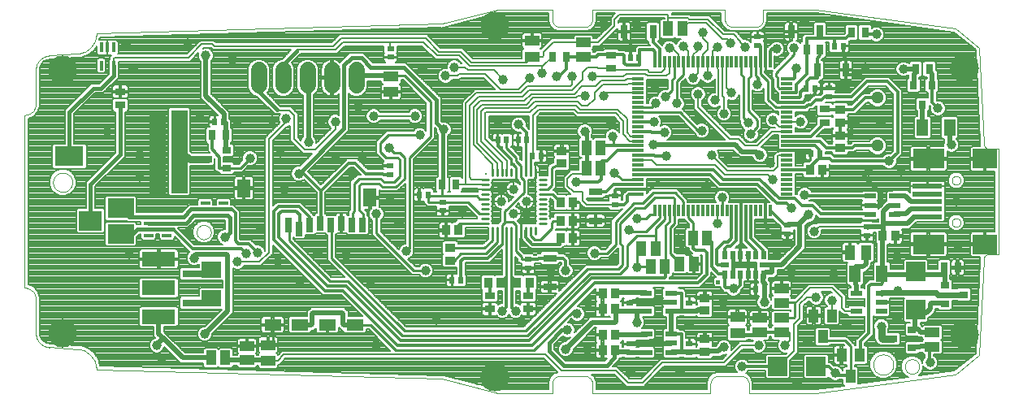
<source format=gbr>
G75*
G70*
%OFA0B0*%
%FSLAX24Y24*%
%IPPOS*%
%LPD*%
%AMOC8*
5,1,8,0,0,1.08239X$1,22.5*
%
%ADD10C,0.0000*%
%ADD11R,0.1378X0.0591*%
%ADD12R,0.0787X0.0315*%
%ADD13R,0.0787X0.0669*%
%ADD14C,0.0110*%
%ADD15R,0.0098X0.0098*%
%ADD16C,0.0394*%
%ADD17R,0.0236X0.0315*%
%ADD18R,0.0315X0.0236*%
%ADD19R,0.0354X0.0433*%
%ADD20R,0.0433X0.0354*%
%ADD21R,0.1181X0.0787*%
%ADD22R,0.1063X0.0787*%
%ADD23R,0.0945X0.0787*%
%ADD24R,0.0433X0.0315*%
%ADD25R,0.0591X0.0394*%
%ADD26R,0.0394X0.0591*%
%ADD27R,0.0551X0.0315*%
%ADD28R,0.0315X0.0354*%
%ADD29R,0.0472X0.0710*%
%ADD30R,0.0551X0.0748*%
%ADD31R,0.0709X0.0472*%
%ADD32R,0.0276X0.0591*%
%ADD33R,0.0480X0.0244*%
%ADD34R,0.0591X0.0433*%
%ADD35R,0.0433X0.0591*%
%ADD36R,0.0354X0.0315*%
%ADD37R,0.0315X0.0433*%
%ADD38R,0.0787X0.0787*%
%ADD39R,0.0394X0.0551*%
%ADD40R,0.0394X0.0138*%
%ADD41R,0.0138X0.0394*%
%ADD42R,0.0984X0.0787*%
%ADD43R,0.1299X0.0787*%
%ADD44R,0.1220X0.0197*%
%ADD45R,0.0472X0.0217*%
%ADD46R,0.0217X0.0354*%
%ADD47R,0.0354X0.0217*%
%ADD48C,0.0025*%
%ADD49R,0.0315X0.0551*%
%ADD50C,0.0512*%
%ADD51R,0.0669X0.3425*%
%ADD52R,0.0472X0.0118*%
%ADD53R,0.0118X0.0472*%
%ADD54C,0.0650*%
%ADD55C,0.1181*%
%ADD56C,0.0098*%
%ADD57C,0.0197*%
%ADD58C,0.0118*%
%ADD59C,0.0102*%
%ADD60C,0.0157*%
%ADD61C,0.0079*%
%ADD62C,0.0315*%
%ADD63C,0.0236*%
D10*
X003453Y001848D02*
X003452Y001903D01*
X003448Y001958D01*
X003440Y002013D01*
X003428Y002067D01*
X003413Y002120D01*
X003394Y002171D01*
X003371Y002222D01*
X003346Y002270D01*
X003316Y002317D01*
X003284Y002362D01*
X003249Y002404D01*
X003211Y002444D01*
X003170Y002481D01*
X003127Y002516D01*
X003082Y002547D01*
X003035Y002575D01*
X002985Y002600D01*
X002935Y002622D01*
X002883Y002640D01*
X002829Y002654D01*
X002775Y002665D01*
X002721Y002672D01*
X002666Y002675D01*
X002665Y002675D02*
X001524Y002754D01*
X001524Y002753D02*
X001477Y002758D01*
X001430Y002767D01*
X001385Y002780D01*
X001340Y002796D01*
X001297Y002815D01*
X001256Y002838D01*
X001216Y002864D01*
X001179Y002893D01*
X001144Y002925D01*
X001112Y002960D01*
X001083Y002997D01*
X001057Y003037D01*
X001034Y003078D01*
X001015Y003121D01*
X000999Y003166D01*
X000986Y003211D01*
X000977Y003258D01*
X000972Y003305D01*
X000972Y004722D01*
X000970Y004763D01*
X000965Y004804D01*
X000956Y004844D01*
X000944Y004883D01*
X000928Y004921D01*
X000909Y004958D01*
X000887Y004993D01*
X000862Y005025D01*
X000834Y005056D01*
X000803Y005084D01*
X000771Y005109D01*
X000736Y005131D01*
X000699Y005150D01*
X000661Y005166D01*
X000622Y005178D01*
X000582Y005187D01*
X000541Y005192D01*
X000500Y005194D01*
X000500Y005195D02*
X000500Y012281D01*
X000500Y012282D02*
X000541Y012284D01*
X000582Y012289D01*
X000622Y012298D01*
X000661Y012310D01*
X000699Y012326D01*
X000736Y012345D01*
X000771Y012367D01*
X000803Y012392D01*
X000834Y012420D01*
X000862Y012451D01*
X000887Y012483D01*
X000909Y012518D01*
X000928Y012555D01*
X000944Y012593D01*
X000956Y012632D01*
X000965Y012672D01*
X000970Y012713D01*
X000972Y012754D01*
X000972Y014171D01*
X000977Y014218D01*
X000986Y014265D01*
X000999Y014310D01*
X001015Y014355D01*
X001034Y014398D01*
X001057Y014439D01*
X001083Y014479D01*
X001112Y014516D01*
X001144Y014551D01*
X001179Y014583D01*
X001216Y014612D01*
X001256Y014638D01*
X001297Y014661D01*
X001340Y014680D01*
X001385Y014696D01*
X001430Y014709D01*
X001477Y014718D01*
X001524Y014723D01*
X001524Y014722D02*
X002665Y014801D01*
X002666Y014801D02*
X002721Y014804D01*
X002775Y014811D01*
X002829Y014822D01*
X002883Y014836D01*
X002935Y014854D01*
X002985Y014876D01*
X003035Y014901D01*
X003082Y014929D01*
X003127Y014960D01*
X003170Y014995D01*
X003211Y015032D01*
X003249Y015072D01*
X003284Y015114D01*
X003316Y015159D01*
X003346Y015206D01*
X003371Y015254D01*
X003394Y015305D01*
X003413Y015356D01*
X003428Y015409D01*
X003440Y015463D01*
X003448Y015518D01*
X003452Y015573D01*
X003453Y015628D01*
X017626Y016021D01*
X019949Y016612D01*
X022154Y016612D01*
X022154Y016218D01*
X022156Y016185D01*
X022161Y016153D01*
X022169Y016121D01*
X022181Y016090D01*
X022196Y016061D01*
X022214Y016033D01*
X022235Y016007D01*
X022258Y015984D01*
X022284Y015963D01*
X022312Y015945D01*
X022341Y015930D01*
X022372Y015918D01*
X022404Y015910D01*
X022436Y015905D01*
X022469Y015903D01*
X023492Y015903D01*
X023525Y015905D01*
X023557Y015910D01*
X023589Y015918D01*
X023620Y015930D01*
X023650Y015945D01*
X023677Y015963D01*
X023703Y015984D01*
X023726Y016007D01*
X023747Y016033D01*
X023765Y016061D01*
X023780Y016090D01*
X023792Y016121D01*
X023800Y016153D01*
X023805Y016185D01*
X023807Y016218D01*
X023807Y016612D01*
X029240Y016612D01*
X029240Y016218D01*
X029242Y016185D01*
X029247Y016153D01*
X029255Y016121D01*
X029267Y016090D01*
X029282Y016061D01*
X029300Y016033D01*
X029321Y016007D01*
X029344Y015984D01*
X029370Y015963D01*
X029398Y015945D01*
X029427Y015930D01*
X029458Y015918D01*
X029490Y015910D01*
X029522Y015905D01*
X029555Y015903D01*
X030500Y015903D01*
X030533Y015905D01*
X030565Y015910D01*
X030597Y015918D01*
X030628Y015930D01*
X030658Y015945D01*
X030685Y015963D01*
X030711Y015984D01*
X030734Y016007D01*
X030755Y016033D01*
X030773Y016061D01*
X030788Y016090D01*
X030800Y016121D01*
X030808Y016153D01*
X030813Y016185D01*
X030815Y016218D01*
X030815Y016612D01*
X032980Y016612D01*
X038689Y015825D01*
X039673Y015037D01*
X039870Y011100D01*
X039870Y011101D02*
X039869Y011074D01*
X039872Y011048D01*
X039879Y011022D01*
X039890Y010998D01*
X039904Y010975D01*
X039921Y010955D01*
X039941Y010938D01*
X039964Y010924D01*
X039988Y010913D01*
X040014Y010906D01*
X040040Y010903D01*
X040067Y010904D01*
X040067Y010903D02*
X040461Y010903D01*
X040461Y006573D01*
X040067Y006573D01*
X040067Y006572D02*
X040040Y006573D01*
X040014Y006570D01*
X039988Y006563D01*
X039964Y006552D01*
X039941Y006538D01*
X039921Y006521D01*
X039904Y006501D01*
X039890Y006478D01*
X039879Y006454D01*
X039872Y006428D01*
X039869Y006402D01*
X039870Y006375D01*
X039870Y006376D02*
X039673Y002439D01*
X038689Y001651D01*
X032980Y000864D01*
X030224Y000864D01*
X030224Y001258D01*
X030222Y001291D01*
X030217Y001323D01*
X030209Y001355D01*
X030197Y001386D01*
X030182Y001416D01*
X030164Y001443D01*
X030143Y001469D01*
X030120Y001492D01*
X030094Y001513D01*
X030067Y001531D01*
X030037Y001546D01*
X030006Y001558D01*
X029974Y001566D01*
X029942Y001571D01*
X029909Y001573D01*
X028965Y001573D01*
X028932Y001571D01*
X028900Y001566D01*
X028868Y001558D01*
X028837Y001546D01*
X028808Y001531D01*
X028780Y001513D01*
X028754Y001492D01*
X028731Y001469D01*
X028710Y001443D01*
X028692Y001415D01*
X028677Y001386D01*
X028665Y001355D01*
X028657Y001323D01*
X028652Y001291D01*
X028650Y001258D01*
X028650Y000864D01*
X023807Y000864D01*
X023807Y001258D01*
X023805Y001291D01*
X023800Y001323D01*
X023792Y001355D01*
X023780Y001386D01*
X023765Y001416D01*
X023747Y001443D01*
X023726Y001469D01*
X023703Y001492D01*
X023677Y001513D01*
X023650Y001531D01*
X023620Y001546D01*
X023589Y001558D01*
X023557Y001566D01*
X023525Y001571D01*
X023492Y001573D01*
X022469Y001573D01*
X022436Y001571D01*
X022404Y001566D01*
X022372Y001558D01*
X022341Y001546D01*
X022312Y001531D01*
X022284Y001513D01*
X022258Y001492D01*
X022235Y001469D01*
X022214Y001443D01*
X022196Y001415D01*
X022181Y001386D01*
X022169Y001355D01*
X022161Y001323D01*
X022156Y001291D01*
X022154Y001258D01*
X022154Y000864D01*
X019949Y000864D01*
X017626Y001455D01*
X003453Y001848D01*
X007567Y007478D02*
X007569Y007512D01*
X007575Y007546D01*
X007585Y007579D01*
X007598Y007610D01*
X007616Y007640D01*
X007636Y007668D01*
X007660Y007693D01*
X007686Y007715D01*
X007714Y007733D01*
X007745Y007749D01*
X007777Y007761D01*
X007811Y007769D01*
X007845Y007773D01*
X007879Y007773D01*
X007913Y007769D01*
X007947Y007761D01*
X007979Y007749D01*
X008009Y007733D01*
X008038Y007715D01*
X008064Y007693D01*
X008088Y007668D01*
X008108Y007640D01*
X008126Y007610D01*
X008139Y007579D01*
X008149Y007546D01*
X008155Y007512D01*
X008157Y007478D01*
X008155Y007444D01*
X008149Y007410D01*
X008139Y007377D01*
X008126Y007346D01*
X008108Y007316D01*
X008088Y007288D01*
X008064Y007263D01*
X008038Y007241D01*
X008010Y007223D01*
X007979Y007207D01*
X007947Y007195D01*
X007913Y007187D01*
X007879Y007183D01*
X007845Y007183D01*
X007811Y007187D01*
X007777Y007195D01*
X007745Y007207D01*
X007714Y007223D01*
X007686Y007241D01*
X007660Y007263D01*
X007636Y007288D01*
X007616Y007316D01*
X007598Y007346D01*
X007585Y007377D01*
X007575Y007410D01*
X007569Y007444D01*
X007567Y007478D01*
X001681Y009525D02*
X001683Y009564D01*
X001689Y009603D01*
X001699Y009641D01*
X001712Y009678D01*
X001729Y009713D01*
X001749Y009747D01*
X001773Y009778D01*
X001800Y009807D01*
X001829Y009833D01*
X001861Y009856D01*
X001895Y009876D01*
X001931Y009892D01*
X001968Y009904D01*
X002007Y009913D01*
X002046Y009918D01*
X002085Y009919D01*
X002124Y009916D01*
X002163Y009909D01*
X002200Y009898D01*
X002237Y009884D01*
X002272Y009866D01*
X002305Y009845D01*
X002336Y009820D01*
X002364Y009793D01*
X002389Y009763D01*
X002411Y009730D01*
X002430Y009696D01*
X002445Y009660D01*
X002457Y009622D01*
X002465Y009584D01*
X002469Y009545D01*
X002469Y009505D01*
X002465Y009466D01*
X002457Y009428D01*
X002445Y009390D01*
X002430Y009354D01*
X002411Y009320D01*
X002389Y009287D01*
X002364Y009257D01*
X002336Y009230D01*
X002305Y009205D01*
X002272Y009184D01*
X002237Y009166D01*
X002200Y009152D01*
X002163Y009141D01*
X002124Y009134D01*
X002085Y009131D01*
X002046Y009132D01*
X002007Y009137D01*
X001968Y009146D01*
X001931Y009158D01*
X001895Y009174D01*
X001861Y009194D01*
X001829Y009217D01*
X001800Y009243D01*
X001773Y009272D01*
X001749Y009303D01*
X001729Y009337D01*
X001712Y009372D01*
X001699Y009409D01*
X001689Y009447D01*
X001683Y009486D01*
X001681Y009525D01*
X035323Y002045D02*
X035325Y002085D01*
X035331Y002126D01*
X035341Y002165D01*
X035354Y002203D01*
X035372Y002240D01*
X035393Y002274D01*
X035417Y002307D01*
X035444Y002337D01*
X035474Y002364D01*
X035507Y002388D01*
X035541Y002409D01*
X035578Y002427D01*
X035616Y002440D01*
X035655Y002450D01*
X035696Y002456D01*
X035736Y002458D01*
X035776Y002456D01*
X035817Y002450D01*
X035856Y002440D01*
X035894Y002427D01*
X035931Y002409D01*
X035965Y002388D01*
X035998Y002364D01*
X036028Y002337D01*
X036055Y002307D01*
X036079Y002274D01*
X036100Y002240D01*
X036118Y002203D01*
X036131Y002165D01*
X036141Y002126D01*
X036147Y002085D01*
X036149Y002045D01*
X036147Y002005D01*
X036141Y001964D01*
X036131Y001925D01*
X036118Y001887D01*
X036100Y001850D01*
X036079Y001816D01*
X036055Y001783D01*
X036028Y001753D01*
X035998Y001726D01*
X035965Y001702D01*
X035931Y001681D01*
X035894Y001663D01*
X035856Y001650D01*
X035817Y001640D01*
X035776Y001634D01*
X035736Y001632D01*
X035696Y001634D01*
X035655Y001640D01*
X035616Y001650D01*
X035578Y001663D01*
X035541Y001681D01*
X035507Y001702D01*
X035474Y001726D01*
X035444Y001753D01*
X035417Y001783D01*
X035393Y001816D01*
X035372Y001850D01*
X035354Y001887D01*
X035341Y001925D01*
X035331Y001964D01*
X035325Y002005D01*
X035323Y002045D01*
X036622Y001966D02*
X036624Y002000D01*
X036630Y002034D01*
X036640Y002067D01*
X036653Y002098D01*
X036671Y002128D01*
X036691Y002156D01*
X036715Y002181D01*
X036741Y002203D01*
X036769Y002221D01*
X036800Y002237D01*
X036832Y002249D01*
X036866Y002257D01*
X036900Y002261D01*
X036934Y002261D01*
X036968Y002257D01*
X037002Y002249D01*
X037034Y002237D01*
X037064Y002221D01*
X037093Y002203D01*
X037119Y002181D01*
X037143Y002156D01*
X037163Y002128D01*
X037181Y002098D01*
X037194Y002067D01*
X037204Y002034D01*
X037210Y002000D01*
X037212Y001966D01*
X037210Y001932D01*
X037204Y001898D01*
X037194Y001865D01*
X037181Y001834D01*
X037163Y001804D01*
X037143Y001776D01*
X037119Y001751D01*
X037093Y001729D01*
X037065Y001711D01*
X037034Y001695D01*
X037002Y001683D01*
X036968Y001675D01*
X036934Y001671D01*
X036900Y001671D01*
X036866Y001675D01*
X036832Y001683D01*
X036800Y001695D01*
X036769Y001711D01*
X036741Y001729D01*
X036715Y001751D01*
X036691Y001776D01*
X036671Y001804D01*
X036653Y001834D01*
X036640Y001865D01*
X036630Y001898D01*
X036624Y001932D01*
X036622Y001966D01*
X038551Y007872D02*
X038553Y007898D01*
X038559Y007924D01*
X038569Y007949D01*
X038582Y007972D01*
X038598Y007992D01*
X038618Y008010D01*
X038640Y008025D01*
X038663Y008037D01*
X038689Y008045D01*
X038715Y008049D01*
X038741Y008049D01*
X038767Y008045D01*
X038793Y008037D01*
X038817Y008025D01*
X038838Y008010D01*
X038858Y007992D01*
X038874Y007972D01*
X038887Y007949D01*
X038897Y007924D01*
X038903Y007898D01*
X038905Y007872D01*
X038903Y007846D01*
X038897Y007820D01*
X038887Y007795D01*
X038874Y007772D01*
X038858Y007752D01*
X038838Y007734D01*
X038816Y007719D01*
X038793Y007707D01*
X038767Y007699D01*
X038741Y007695D01*
X038715Y007695D01*
X038689Y007699D01*
X038663Y007707D01*
X038639Y007719D01*
X038618Y007734D01*
X038598Y007752D01*
X038582Y007772D01*
X038569Y007795D01*
X038559Y007820D01*
X038553Y007846D01*
X038551Y007872D01*
X038551Y009604D02*
X038553Y009630D01*
X038559Y009656D01*
X038569Y009681D01*
X038582Y009704D01*
X038598Y009724D01*
X038618Y009742D01*
X038640Y009757D01*
X038663Y009769D01*
X038689Y009777D01*
X038715Y009781D01*
X038741Y009781D01*
X038767Y009777D01*
X038793Y009769D01*
X038817Y009757D01*
X038838Y009742D01*
X038858Y009724D01*
X038874Y009704D01*
X038887Y009681D01*
X038897Y009656D01*
X038903Y009630D01*
X038905Y009604D01*
X038903Y009578D01*
X038897Y009552D01*
X038887Y009527D01*
X038874Y009504D01*
X038858Y009484D01*
X038838Y009466D01*
X038816Y009451D01*
X038793Y009439D01*
X038767Y009431D01*
X038741Y009427D01*
X038715Y009427D01*
X038689Y009431D01*
X038663Y009439D01*
X038639Y009451D01*
X038618Y009466D01*
X038598Y009484D01*
X038582Y009504D01*
X038569Y009527D01*
X038559Y009552D01*
X038553Y009578D01*
X038551Y009604D01*
D11*
X006012Y006376D03*
X006012Y005195D03*
X006012Y004014D03*
D12*
X007390Y004584D03*
X007390Y005766D03*
D13*
X008177Y005943D03*
X008177Y004762D03*
D14*
X019256Y007852D02*
X019520Y007852D01*
X019520Y008049D02*
X019256Y008049D01*
X019256Y008246D02*
X019520Y008246D01*
X019520Y008443D02*
X019256Y008443D01*
X019256Y008640D02*
X019520Y008640D01*
X019520Y008836D02*
X019256Y008836D01*
X019256Y009033D02*
X019520Y009033D01*
X019520Y009230D02*
X019256Y009230D01*
X019256Y009427D02*
X019520Y009427D01*
X019520Y009624D02*
X019256Y009624D01*
X019693Y009797D02*
X019693Y010061D01*
X019890Y010061D02*
X019890Y009797D01*
X020087Y009797D02*
X020087Y010061D01*
X020283Y010061D02*
X020283Y009797D01*
X020480Y009797D02*
X020480Y010061D01*
X020677Y010061D02*
X020677Y009797D01*
X020874Y009797D02*
X020874Y010061D01*
X021071Y010061D02*
X021071Y009797D01*
X021268Y009797D02*
X021268Y010061D01*
X021465Y010061D02*
X021465Y009797D01*
X021638Y009624D02*
X021902Y009624D01*
X021902Y009427D02*
X021638Y009427D01*
X021638Y009230D02*
X021902Y009230D01*
X021902Y009033D02*
X021638Y009033D01*
X021638Y008836D02*
X021902Y008836D01*
X021902Y008640D02*
X021638Y008640D01*
X021638Y008443D02*
X021902Y008443D01*
X021902Y008246D02*
X021638Y008246D01*
X021638Y008049D02*
X021902Y008049D01*
X021902Y007852D02*
X021638Y007852D01*
X021465Y007679D02*
X021465Y007415D01*
X021268Y007415D02*
X021268Y007679D01*
X021071Y007679D02*
X021071Y007415D01*
X020874Y007415D02*
X020874Y007679D01*
X020677Y007679D02*
X020677Y007415D01*
X020480Y007415D02*
X020480Y007679D01*
X020283Y007679D02*
X020283Y007415D01*
X020087Y007415D02*
X020087Y007679D01*
X019890Y007679D02*
X019890Y007415D01*
X019693Y007415D02*
X019693Y007679D01*
D15*
X019447Y009870D03*
D16*
X020067Y009250D03*
X020579Y009250D03*
X021091Y008738D03*
X021091Y008226D03*
X020579Y008226D03*
X020067Y008738D03*
X018453Y008266D03*
X015854Y007872D03*
X014949Y008226D03*
X015500Y008817D03*
X013925Y009919D03*
X014358Y010588D03*
X013256Y010510D03*
X012154Y011179D03*
X011012Y010746D03*
X009752Y010510D03*
X009319Y010746D03*
X011760Y009880D03*
X011169Y009250D03*
X010185Y007596D03*
X008728Y007281D03*
X009594Y006612D03*
X010067Y006651D03*
X010894Y006258D03*
X009240Y006258D03*
X007469Y006415D03*
X007232Y007478D03*
X004791Y006573D03*
X011799Y005431D03*
X012547Y006651D03*
X013689Y006533D03*
X016169Y006691D03*
X016957Y005903D03*
X014713Y005431D03*
X017390Y003856D03*
X014949Y002832D03*
X020106Y004250D03*
X020657Y004250D03*
X020894Y003777D03*
X021760Y004683D03*
X023177Y004132D03*
X023650Y004565D03*
X025618Y003777D03*
X027783Y003659D03*
X029161Y004604D03*
X029594Y005155D03*
X030854Y004604D03*
X032980Y004801D03*
X033630Y004683D03*
X033689Y005785D03*
X031957Y005825D03*
X031366Y006573D03*
X032902Y007518D03*
X032665Y008187D03*
X031957Y008462D03*
X032508Y009014D03*
X031209Y009643D03*
X031091Y010313D03*
X030677Y010647D03*
X029358Y010510D03*
X028689Y010628D03*
X026839Y010588D03*
X026287Y011061D03*
X026760Y011573D03*
X026327Y012006D03*
X024575Y011966D03*
X023492Y011612D03*
X024634Y011415D03*
X026406Y012754D03*
X026799Y013029D03*
X027272Y012754D03*
X028138Y013147D03*
X028827Y012892D03*
X029516Y013187D03*
X030579Y013541D03*
X030618Y012951D03*
X029201Y012340D03*
X028138Y012124D03*
X028295Y011651D03*
X028807Y011455D03*
X030185Y011966D03*
X031209Y012084D03*
X032350Y012006D03*
X032783Y012242D03*
X034555Y011966D03*
X035618Y011927D03*
X037980Y012557D03*
X038531Y011061D03*
X036484Y009958D03*
X035972Y010392D03*
X035146Y009958D03*
X032350Y010470D03*
X030303Y011494D03*
X028453Y009329D03*
X029122Y008895D03*
X028925Y007832D03*
X027350Y007203D03*
X025618Y008029D03*
X025303Y007557D03*
X023886Y006612D03*
X024673Y006376D03*
X025618Y006021D03*
X023059Y006612D03*
X022705Y005903D03*
X022114Y005825D03*
X022783Y003462D03*
X022705Y002675D03*
X023610Y002675D03*
X025382Y001730D03*
X027390Y001730D03*
X029201Y002754D03*
X030618Y002832D03*
X031701Y002832D03*
X032626Y002990D03*
X034240Y003659D03*
X035657Y003620D03*
X036287Y003895D03*
X036327Y005077D03*
X036287Y006455D03*
X038807Y006888D03*
X038728Y008738D03*
X034201Y013462D03*
X034988Y014250D03*
X036563Y014171D03*
X035461Y015588D03*
X032508Y016140D03*
X032075Y015037D03*
X031366Y014998D03*
X030067Y015077D03*
X029476Y015234D03*
X028925Y015077D03*
X028138Y015116D03*
X027547Y015116D03*
X026957Y015037D03*
X028335Y015667D03*
X025618Y015982D03*
X024280Y016021D03*
X021720Y014014D03*
X021248Y013817D03*
X022350Y013856D03*
X022980Y013856D03*
X023807Y013856D03*
X023492Y013069D03*
X024280Y013069D03*
X026366Y013462D03*
X027941Y013817D03*
X028531Y013895D03*
X032154Y014210D03*
X024713Y009919D03*
X023138Y009525D03*
X020776Y011888D03*
X019929Y012006D03*
X017705Y011691D03*
X016720Y011455D03*
X015461Y010943D03*
X013256Y012006D03*
X012665Y012006D03*
X011248Y012124D03*
X010657Y012084D03*
X009240Y012045D03*
X007705Y012163D03*
X005224Y010628D03*
X005224Y009722D03*
X003886Y011612D03*
X004969Y014210D03*
X004673Y015155D03*
X007193Y015234D03*
X007941Y014722D03*
X009043Y014565D03*
X014201Y012636D03*
X014831Y012242D03*
X016524Y012242D03*
X017783Y013895D03*
X018138Y014250D03*
X016839Y014171D03*
X020146Y013738D03*
X007902Y003305D03*
X005933Y002832D03*
X006150Y002281D03*
X029949Y001966D03*
X032193Y001297D03*
X033768Y001691D03*
X036406Y002518D03*
X037665Y002124D03*
D17*
X030854Y005143D03*
X030500Y005143D03*
X018394Y005510D03*
X018039Y005510D03*
X017055Y009014D03*
X016701Y009014D03*
X021346Y010608D03*
X021701Y010608D03*
X021110Y011258D03*
X020756Y011258D03*
X020283Y011258D03*
X019929Y011258D03*
X025362Y014643D03*
X025717Y014643D03*
X032567Y013384D03*
X032921Y013384D03*
X033748Y015116D03*
X034102Y015116D03*
X033118Y010706D03*
X032764Y010706D03*
X008669Y012006D03*
X008315Y012006D03*
D18*
X015492Y010203D03*
X015492Y009848D03*
X017665Y008718D03*
X017665Y008364D03*
X021169Y006356D03*
X021169Y006002D03*
X025343Y004584D03*
X025343Y004230D03*
X027783Y004230D03*
X027783Y004584D03*
X027783Y002892D03*
X027783Y002537D03*
X025343Y002537D03*
X025343Y002892D03*
X035067Y007340D03*
X035067Y007695D03*
X031799Y007773D03*
X031799Y007419D03*
X024732Y008620D03*
X024732Y008974D03*
X033512Y013037D03*
X033512Y013392D03*
X030579Y015136D03*
X030579Y015490D03*
X015520Y015018D03*
X015520Y014663D03*
D19*
X022488Y008699D03*
X023000Y008699D03*
X023000Y007951D03*
X022488Y007951D03*
X022488Y007242D03*
X023000Y007242D03*
X021228Y005392D03*
X020717Y005392D03*
X020047Y005392D03*
X019535Y005392D03*
X024220Y004958D03*
X024732Y004958D03*
X024732Y004329D03*
X024220Y004329D03*
X024220Y003266D03*
X024732Y003266D03*
X024732Y002636D03*
X024220Y002636D03*
X035717Y007321D03*
X036228Y007321D03*
X033236Y010037D03*
X032724Y010037D03*
X018315Y007557D03*
X017803Y007557D03*
D20*
X017980Y006829D03*
X017980Y006317D03*
X022547Y010293D03*
X022547Y010805D03*
X033961Y010931D03*
X033961Y011443D03*
X033976Y011986D03*
X033976Y012498D03*
X028413Y004781D03*
X028413Y004269D03*
X028413Y003088D03*
X028413Y002577D03*
D21*
X002350Y010588D03*
D22*
X004457Y008462D03*
X004457Y007399D03*
D23*
X003217Y007951D03*
D24*
X004437Y012695D03*
X004437Y013246D03*
X019594Y004880D03*
X019594Y004329D03*
X021169Y004329D03*
X021169Y004880D03*
X033331Y011974D03*
X033331Y012525D03*
X024555Y014191D03*
X024555Y014742D03*
D25*
X023433Y014663D03*
X023433Y015254D03*
X031563Y005175D03*
X031563Y004584D03*
X031563Y003955D03*
X030657Y003955D03*
X030657Y003364D03*
X031563Y003364D03*
X037744Y003364D03*
X037744Y002773D03*
X009634Y002813D03*
X009634Y002222D03*
D26*
X008748Y002321D03*
X008157Y002321D03*
X025795Y006809D03*
X026386Y006809D03*
X027921Y007242D03*
X028512Y007242D03*
X027961Y006179D03*
X027370Y006179D03*
X026780Y006061D03*
X026189Y006061D03*
X024142Y010116D03*
X023551Y010116D03*
X023551Y010943D03*
X024142Y010943D03*
X026898Y015825D03*
X027488Y015825D03*
D27*
X023925Y009132D03*
X023925Y007951D03*
X022055Y006415D03*
X022055Y005234D03*
D28*
X037350Y012714D03*
X036976Y013502D03*
X037724Y013502D03*
D29*
X037350Y011769D03*
X038453Y011769D03*
X035677Y005785D03*
X034575Y005785D03*
D30*
X014681Y008892D03*
X009504Y009285D03*
D31*
X010685Y003675D03*
X011807Y003675D03*
X012929Y003675D03*
X014051Y003675D03*
D32*
X011780Y007612D03*
X012213Y007769D03*
X012646Y007848D03*
X013079Y007769D03*
X013512Y007848D03*
X013945Y007769D03*
X014378Y007769D03*
X011346Y007769D03*
D33*
X026012Y004978D03*
X027035Y004978D03*
X027035Y004604D03*
X027035Y004230D03*
X026012Y004230D03*
X026024Y003297D03*
X027047Y003297D03*
X027047Y002923D03*
X027047Y002549D03*
X026024Y002549D03*
X034634Y004230D03*
X035657Y004230D03*
X035657Y004604D03*
X035657Y004978D03*
X034634Y004978D03*
D34*
X029752Y003994D03*
X029752Y003344D03*
X010500Y002852D03*
X010500Y002203D03*
X015539Y013226D03*
X015539Y013876D03*
X021327Y014683D03*
X021327Y015332D03*
D35*
X034378Y006651D03*
X035028Y006651D03*
D36*
X038256Y005293D03*
X039043Y004919D03*
X038256Y004545D03*
X036917Y003482D03*
X036130Y003108D03*
X036917Y002734D03*
X008807Y010096D03*
X008020Y010470D03*
X008807Y010844D03*
D37*
X008768Y011455D03*
X008217Y011455D03*
X017646Y009427D03*
X018197Y009427D03*
X022173Y014683D03*
X022724Y014683D03*
X032587Y014958D03*
X033138Y014958D03*
X034437Y015667D03*
X034988Y015667D03*
X037075Y014171D03*
X037626Y014171D03*
X038236Y006021D03*
X038787Y006021D03*
D38*
X037071Y005868D03*
X037071Y004293D03*
X032980Y001970D03*
X031406Y001970D03*
D39*
X034024Y002439D03*
X034772Y002439D03*
X033256Y003187D03*
X033630Y004053D03*
X032882Y004053D03*
X034398Y001573D03*
D40*
X008669Y008167D03*
X007921Y008167D03*
X007921Y008423D03*
X007921Y008679D03*
X008669Y008679D03*
X006346Y007852D03*
X005598Y007852D03*
X005598Y007596D03*
X005598Y007340D03*
X006346Y007340D03*
D41*
X004165Y014309D03*
X003654Y014309D03*
X003654Y015057D03*
X003909Y015057D03*
X004165Y015057D03*
D42*
X039909Y010490D03*
X039909Y006986D03*
D43*
X037587Y006986D03*
X037587Y010490D03*
D44*
X037547Y009368D03*
X037547Y009053D03*
X037547Y008738D03*
X037547Y008423D03*
X037547Y008108D03*
D45*
X036209Y008206D03*
X036209Y008581D03*
X035185Y008581D03*
X035185Y008206D03*
X035185Y008955D03*
X036209Y008955D03*
D46*
X030823Y006537D03*
X030508Y006537D03*
X030193Y006537D03*
X029878Y006537D03*
X029563Y006537D03*
X029248Y006537D03*
X029248Y005750D03*
X029563Y005750D03*
X029878Y005750D03*
X030193Y005750D03*
X030508Y005750D03*
X030823Y005750D03*
D47*
X030823Y006143D03*
X029248Y006143D03*
D48*
X029007Y005505D02*
X028882Y005505D01*
X028882Y005380D01*
X029007Y005380D01*
X029007Y005505D01*
X029007Y005486D02*
X028882Y005486D01*
X028882Y005462D02*
X029007Y005462D01*
X029007Y005439D02*
X028882Y005439D01*
X028882Y005415D02*
X029007Y005415D01*
X029007Y005392D02*
X028882Y005392D01*
D49*
X033020Y014132D03*
X034201Y014132D03*
X033138Y015706D03*
X031957Y015706D03*
X026287Y015706D03*
X025106Y015706D03*
D50*
X035500Y012990D03*
X035500Y011021D03*
D51*
X006858Y010785D03*
X005953Y010785D03*
D52*
X025677Y010825D03*
X025677Y011021D03*
X025677Y011218D03*
X025677Y011415D03*
X025677Y011612D03*
X025677Y011809D03*
X025677Y012006D03*
X025677Y012203D03*
X025677Y012399D03*
X025677Y012596D03*
X025677Y012793D03*
X025677Y012990D03*
X025677Y013187D03*
X025677Y013384D03*
X025677Y013581D03*
X025677Y013777D03*
X031780Y013777D03*
X031780Y013581D03*
X031780Y013384D03*
X031780Y013187D03*
X031780Y012990D03*
X031780Y012793D03*
X031780Y012596D03*
X031780Y012399D03*
X031780Y012203D03*
X031780Y012006D03*
X031780Y011809D03*
X031780Y011612D03*
X031780Y011415D03*
X031780Y011218D03*
X031780Y011021D03*
X031780Y010825D03*
X031780Y010628D03*
X031780Y010431D03*
X031780Y010234D03*
X031780Y010037D03*
X031780Y009840D03*
X031780Y009643D03*
X031780Y009447D03*
X031780Y009250D03*
X031780Y009053D03*
X025677Y009053D03*
X025677Y009250D03*
X025677Y009447D03*
X025677Y009643D03*
X025677Y009840D03*
X025677Y010037D03*
X025677Y010234D03*
X025677Y010431D03*
X025677Y010628D03*
D53*
X026366Y008364D03*
X026563Y008364D03*
X026760Y008364D03*
X026957Y008364D03*
X027154Y008364D03*
X027350Y008364D03*
X027547Y008364D03*
X027744Y008364D03*
X027941Y008364D03*
X028138Y008364D03*
X028335Y008364D03*
X028531Y008364D03*
X028728Y008364D03*
X028925Y008364D03*
X029122Y008364D03*
X029319Y008364D03*
X029516Y008364D03*
X029713Y008364D03*
X029909Y008364D03*
X030106Y008364D03*
X030303Y008364D03*
X030500Y008364D03*
X030697Y008364D03*
X030894Y008364D03*
X031091Y008364D03*
X031091Y014466D03*
X030894Y014466D03*
X030697Y014466D03*
X030500Y014466D03*
X030303Y014466D03*
X030106Y014466D03*
X029909Y014466D03*
X029713Y014466D03*
X029516Y014466D03*
X029319Y014466D03*
X029122Y014466D03*
X028925Y014466D03*
X028728Y014466D03*
X028531Y014466D03*
X028335Y014466D03*
X028138Y014466D03*
X027941Y014466D03*
X027744Y014466D03*
X027547Y014466D03*
X027350Y014466D03*
X027154Y014466D03*
X026957Y014466D03*
X026760Y014466D03*
X026563Y014466D03*
X026366Y014466D03*
D54*
X014122Y014141D02*
X014122Y013493D01*
X013122Y013493D02*
X013122Y014141D01*
X012122Y014141D02*
X012122Y013493D01*
X011122Y013493D02*
X011122Y014141D01*
X010122Y014141D02*
X010122Y013493D01*
D55*
X002075Y014151D03*
X019791Y015923D03*
X039083Y014191D03*
X039083Y003285D03*
X019791Y001553D03*
X002075Y003325D03*
D56*
X020874Y007547D02*
X020874Y007754D01*
X027047Y003297D02*
X027075Y003297D01*
X027075Y003305D01*
X027469Y002636D02*
X027469Y002557D01*
X027075Y002557D02*
X027075Y002549D01*
X027047Y002549D01*
D57*
X027075Y002557D02*
X027469Y002557D01*
X027783Y002557D01*
X027783Y002537D01*
X027783Y002557D02*
X028256Y002557D01*
X028295Y002596D01*
X028413Y002596D01*
X028413Y002577D01*
X028492Y002596D02*
X028965Y002596D01*
X029122Y002754D01*
X029201Y002754D01*
X027047Y002923D02*
X027035Y002911D01*
X025343Y002911D01*
X025343Y002892D01*
X025264Y002557D02*
X024713Y002557D01*
X025264Y002557D02*
X025343Y002537D01*
X026024Y002537D01*
X026024Y002549D01*
X026024Y003266D02*
X024732Y003266D01*
X024713Y003777D02*
X023807Y003777D01*
X022705Y002675D01*
X024713Y003777D02*
X024752Y003817D01*
X024752Y004171D01*
X024732Y004329D01*
X024713Y004329D01*
X024713Y004250D01*
X025264Y004250D01*
X025343Y004230D01*
X025343Y004250D01*
X025618Y004250D01*
X025618Y003777D01*
X025618Y004250D02*
X026012Y004250D01*
X026012Y004230D01*
X026484Y004643D02*
X026524Y004604D01*
X027035Y004604D01*
X026484Y004643D02*
X025461Y004643D01*
X025421Y004604D01*
X025343Y004604D01*
X025343Y004584D01*
X024732Y004958D02*
X024713Y004958D01*
X024713Y004998D01*
X026012Y004998D01*
X026012Y004978D01*
X026957Y004250D02*
X027035Y004230D01*
X027035Y003384D01*
X027047Y003297D01*
X027035Y003305D01*
X026024Y003297D02*
X026024Y003266D01*
X027035Y004230D02*
X027035Y004250D01*
X027469Y004250D01*
X027783Y004250D01*
X027783Y004230D01*
X027980Y004250D01*
X028098Y004250D01*
X028138Y004289D01*
X028413Y004289D01*
X028413Y004269D01*
X030854Y004604D02*
X030854Y005143D01*
X030854Y005313D01*
X030894Y005352D01*
X030815Y005431D01*
X030815Y005746D01*
X030823Y005750D01*
X030894Y005825D01*
X031169Y005825D01*
X031169Y006140D01*
X031563Y006140D01*
X032311Y006888D01*
X032311Y007754D01*
X032311Y007832D01*
X032665Y008187D01*
X032272Y007793D02*
X031917Y007793D01*
X031799Y007773D01*
X031839Y007793D01*
X032272Y007793D02*
X032311Y007754D01*
X035067Y007695D02*
X035717Y007695D01*
X035736Y007675D01*
X035736Y007832D01*
X036720Y007832D01*
X036996Y008108D01*
X037547Y008108D01*
X037547Y008423D02*
X036878Y008423D01*
X036681Y008226D01*
X036209Y008226D01*
X036209Y008206D01*
X035972Y008581D02*
X035736Y008344D01*
X035736Y007832D01*
X035736Y007675D02*
X035736Y007478D01*
X035717Y007321D01*
X035736Y007242D01*
X035697Y007203D01*
X035697Y005903D01*
X035677Y005785D01*
X035697Y005825D01*
X035697Y005746D01*
X036996Y005746D01*
X037071Y005868D01*
X037075Y005746D01*
X038256Y005746D01*
X038256Y005352D01*
X038217Y005313D01*
X038256Y005273D01*
X038256Y005293D01*
X038256Y005746D02*
X038256Y005943D01*
X038236Y006021D01*
X035028Y006179D02*
X034909Y006061D01*
X034594Y006061D01*
X034594Y005982D01*
X034575Y005785D01*
X034594Y005903D01*
X034594Y005352D01*
X034634Y005313D01*
X034634Y005037D01*
X034594Y004998D01*
X034634Y004958D01*
X034634Y004978D01*
X035028Y006179D02*
X035028Y006651D01*
X035106Y007675D02*
X035067Y007695D01*
X035972Y008581D02*
X036209Y008581D01*
X036642Y008974D02*
X036878Y008738D01*
X037547Y008738D01*
X036642Y008974D02*
X036209Y008974D01*
X036209Y008955D01*
X038531Y011061D02*
X038531Y011140D01*
X038453Y011218D01*
X038453Y011769D01*
X037350Y011769D02*
X037350Y012714D01*
X036996Y013502D02*
X036976Y013502D01*
X036996Y013502D02*
X036996Y013974D01*
X037075Y014053D01*
X037075Y014171D01*
X036563Y014171D01*
X037626Y014171D02*
X037626Y014092D01*
X037744Y013974D01*
X037744Y013502D01*
X037724Y013502D01*
X030677Y010647D02*
X030539Y010785D01*
X029949Y010785D01*
X029673Y011061D01*
X026287Y011061D01*
X015539Y013856D02*
X015539Y013876D01*
X015461Y013895D01*
X014201Y013895D01*
X014122Y013817D01*
X014122Y013856D01*
X012122Y013817D02*
X012154Y013226D01*
X012154Y011179D01*
X008807Y010864D02*
X008807Y010844D01*
X008807Y010864D02*
X008768Y010903D01*
X008768Y011455D01*
X008768Y011966D01*
X008669Y012006D01*
X008689Y012084D01*
X008689Y012321D01*
X007941Y013069D01*
X007941Y014722D01*
X012122Y013817D02*
X012114Y013777D01*
X012114Y013266D01*
X008689Y012006D02*
X008669Y012006D01*
X012665Y007872D02*
X012646Y007848D01*
X008846Y006533D02*
X008846Y004250D01*
X007902Y003305D01*
X006996Y002321D02*
X006189Y003128D01*
X005933Y002872D01*
X005933Y002832D01*
X006189Y003128D02*
X006012Y003305D01*
X006012Y004014D01*
X006996Y002321D02*
X008157Y002321D01*
X008748Y002321D02*
X008846Y002222D01*
X009634Y002222D01*
X010480Y002222D01*
X010500Y002203D01*
X011807Y003675D02*
X011839Y003659D01*
X012272Y003659D01*
X012311Y003699D01*
X012311Y004132D01*
X012350Y004171D01*
X013531Y004171D01*
X013571Y004132D01*
X013571Y003699D01*
X013610Y003659D01*
X014043Y003659D01*
X014051Y003675D01*
X007547Y006573D02*
X007469Y006494D01*
X007469Y006415D01*
X007547Y006573D02*
X008807Y006573D01*
X008846Y006533D01*
X026189Y006061D02*
X026209Y006179D01*
X030823Y006143D02*
X030894Y006140D01*
X031169Y006140D01*
X037071Y004293D02*
X037035Y004092D01*
X037035Y003581D01*
X036917Y003482D01*
X036917Y003502D01*
X037154Y003502D01*
X037272Y003384D01*
X037744Y003384D01*
X037744Y003364D01*
X037744Y002793D02*
X037272Y002793D01*
X037232Y002754D01*
X036917Y002754D01*
X036917Y002734D01*
X037744Y002773D02*
X037744Y002793D01*
X037508Y004171D02*
X037075Y004171D01*
X037071Y004293D01*
X037508Y004171D02*
X037665Y004329D01*
X037665Y004525D01*
X037705Y004565D01*
X038256Y004565D01*
X038256Y004545D01*
D58*
X035697Y005392D02*
X035657Y005352D01*
X035224Y005352D01*
X035146Y005273D01*
X035146Y003344D01*
X034791Y002990D01*
X034791Y002439D01*
X034772Y002439D01*
X033768Y001691D02*
X033488Y001970D01*
X032980Y001970D01*
X033768Y001691D02*
X033768Y001616D01*
X034398Y001616D01*
X034398Y001573D01*
X031406Y001970D02*
X031402Y001966D01*
X029949Y001966D01*
X027469Y002636D02*
X027469Y003305D01*
X027075Y003305D01*
X027469Y004250D02*
X027469Y004978D01*
X027035Y004978D01*
X026760Y005588D02*
X026799Y005628D01*
X026799Y006140D01*
X026780Y006061D01*
X026799Y006179D01*
X027350Y006140D02*
X027390Y006179D01*
X027370Y006179D01*
X027862Y006455D02*
X027980Y006218D01*
X027961Y006179D01*
X027862Y006455D02*
X027350Y006966D01*
X027350Y007203D01*
X027941Y007203D02*
X027941Y006809D01*
X028020Y006730D01*
X028413Y006730D01*
X028492Y006651D01*
X028492Y005746D01*
X028138Y005392D01*
X023886Y005392D01*
X021327Y002832D01*
X015815Y002832D01*
X013571Y005077D01*
X012823Y005077D01*
X010736Y007163D01*
X010736Y008344D01*
X010933Y008541D01*
X011760Y008541D01*
X012213Y008088D01*
X012213Y007769D01*
X012232Y007754D01*
X012646Y007848D02*
X012665Y007990D01*
X012665Y009171D01*
X013807Y010313D01*
X014083Y010313D01*
X014516Y009880D01*
X015185Y009880D01*
X015224Y009840D01*
X015421Y009840D01*
X015492Y009848D01*
X015461Y009840D01*
X017646Y009427D02*
X017665Y009447D01*
X021287Y010588D02*
X021346Y010608D01*
X021110Y011258D02*
X021091Y011573D01*
X020776Y011888D01*
X017705Y011691D02*
X017665Y011691D01*
X022350Y013856D02*
X022429Y013856D01*
X022744Y014171D01*
X022744Y014683D01*
X022724Y014683D01*
X023413Y014683D01*
X023433Y014663D01*
X023453Y014683D01*
X023965Y014683D01*
X024043Y014762D01*
X024476Y014762D01*
X024555Y014742D01*
X024516Y014762D01*
X024555Y014762D02*
X024555Y014742D01*
X024555Y014762D02*
X025067Y014762D01*
X025106Y014722D01*
X025106Y014407D01*
X025185Y014329D01*
X025736Y014329D01*
X025736Y014565D01*
X025717Y014643D01*
X025736Y014722D01*
X025736Y014958D01*
X026287Y014958D01*
X026366Y014880D01*
X026366Y014466D01*
X026366Y014604D01*
X026563Y014466D02*
X026563Y014998D01*
X026287Y015273D01*
X026287Y015706D01*
X025618Y015982D02*
X025421Y016218D01*
X025146Y016218D01*
X025106Y016179D01*
X025106Y015706D01*
X025106Y015470D01*
X025382Y015195D01*
X025382Y014643D01*
X025362Y014643D01*
X025697Y014643D02*
X025717Y014643D01*
X025736Y014683D01*
X025697Y014643D02*
X025736Y014604D01*
X030579Y015510D02*
X030854Y015510D01*
X030894Y015470D01*
X030933Y015510D01*
X031957Y015510D01*
X031957Y015706D01*
X032587Y015431D02*
X033138Y015431D01*
X033728Y015431D01*
X034201Y015431D01*
X034437Y015667D01*
X034988Y015667D02*
X034988Y015588D01*
X035461Y015588D01*
X034201Y014604D02*
X034122Y014683D01*
X034201Y014604D02*
X034201Y014132D01*
X034240Y013935D01*
X034791Y013935D01*
X034201Y014132D02*
X034201Y013384D01*
X033571Y013384D01*
X033512Y013392D01*
X033492Y013384D01*
X032921Y013384D01*
X032921Y013167D01*
X032665Y012911D01*
X032547Y012911D01*
X032429Y012793D01*
X031780Y012793D01*
X031406Y012793D01*
X031780Y012596D02*
X032547Y012596D01*
X032665Y012714D01*
X032783Y012714D01*
X032980Y012911D01*
X033217Y012911D01*
X033335Y013029D01*
X033492Y013029D01*
X033512Y013037D01*
X033571Y013029D01*
X034437Y013029D01*
X035067Y013659D01*
X035894Y013659D01*
X036327Y013226D01*
X036327Y010746D01*
X035972Y010392D01*
X033650Y010392D01*
X033531Y010510D01*
X033098Y010510D01*
X032744Y010155D01*
X032744Y010077D01*
X032724Y010037D01*
X031780Y010037D01*
X030657Y009643D02*
X029161Y009643D01*
X028768Y010037D01*
X025677Y010037D01*
X025677Y009840D02*
X028650Y009840D01*
X029043Y009447D01*
X030579Y009447D01*
X031366Y008659D01*
X031760Y008659D01*
X031957Y008462D01*
X032114Y008856D02*
X032390Y008581D01*
X032823Y008581D01*
X033177Y008226D01*
X035067Y008226D01*
X035185Y008206D01*
X035106Y008226D01*
X035185Y008226D02*
X035185Y008206D01*
X035185Y008955D02*
X035185Y008974D01*
X032547Y008974D01*
X032508Y009014D01*
X032114Y008856D02*
X031484Y008856D01*
X030657Y009643D01*
X029909Y008777D02*
X029909Y008364D01*
X029909Y007006D01*
X029870Y006966D01*
X029870Y006573D01*
X029878Y006537D01*
X029878Y006171D01*
X029909Y006140D01*
X029594Y006140D01*
X029594Y006533D01*
X029563Y006537D01*
X029870Y006533D02*
X029878Y006537D01*
X030146Y006533D02*
X030185Y006494D01*
X030224Y006533D01*
X030193Y006537D01*
X030185Y006529D01*
X030185Y006140D01*
X030500Y006140D01*
X030500Y005785D01*
X030508Y005750D01*
X030500Y005742D01*
X030500Y005143D01*
X029870Y005313D02*
X029752Y005195D01*
X029594Y005195D01*
X029594Y005155D01*
X029594Y005195D02*
X029280Y005195D01*
X029240Y005234D01*
X029240Y005746D01*
X029248Y005750D01*
X029201Y005785D01*
X028965Y005785D01*
X028689Y006061D01*
X028689Y007065D01*
X028512Y007242D01*
X028886Y006769D02*
X029201Y007084D01*
X029358Y007084D01*
X029516Y007242D01*
X029516Y008364D01*
X029713Y008364D02*
X029713Y007124D01*
X029476Y006888D01*
X029319Y006888D01*
X029240Y006809D01*
X029240Y006612D01*
X029248Y006537D01*
X029240Y006573D01*
X028886Y006769D02*
X028886Y006179D01*
X028925Y006140D01*
X029240Y006140D01*
X029248Y006143D01*
X029594Y006140D02*
X029594Y005943D01*
X029563Y005911D01*
X029563Y005750D01*
X029870Y005746D02*
X029878Y005750D01*
X029870Y005746D02*
X029870Y005313D01*
X030193Y005750D02*
X030193Y006132D01*
X030185Y006140D01*
X029909Y006140D01*
X030193Y005750D02*
X030224Y005746D01*
X030500Y005746D02*
X030508Y005750D01*
X030504Y005746D01*
X030508Y006537D02*
X030500Y006573D01*
X030500Y006730D01*
X030106Y007124D01*
X030106Y008364D01*
X030303Y008364D02*
X030303Y007242D01*
X030815Y006730D01*
X030815Y006573D01*
X030823Y006537D01*
X031169Y007439D02*
X030894Y007714D01*
X030894Y008364D01*
X030894Y008738D01*
X031091Y008364D02*
X031681Y007793D01*
X031720Y007793D01*
X031799Y007773D01*
X031799Y007439D02*
X031169Y007439D01*
X031799Y007439D02*
X031799Y007419D01*
X035677Y005785D02*
X035697Y005667D01*
X035697Y005392D01*
X034634Y004250D02*
X034634Y004230D01*
X031602Y003974D02*
X031563Y003955D01*
X031563Y003974D01*
X031563Y004584D02*
X031563Y004604D01*
X031563Y003384D02*
X030736Y003384D01*
X030657Y003364D01*
X031563Y003384D02*
X031563Y003364D01*
X026760Y005588D02*
X023768Y005588D01*
X021209Y003029D01*
X015933Y003029D01*
X013689Y005273D01*
X012941Y005273D01*
X010933Y007281D01*
X010933Y008226D01*
X011051Y008344D01*
X011642Y008344D01*
X011799Y008187D01*
X011799Y007636D01*
X011780Y007612D01*
X012646Y007848D02*
X012665Y007951D01*
X013945Y007769D02*
X013965Y007793D01*
X014378Y007769D02*
X014398Y007793D01*
X012665Y009171D02*
X011878Y009958D01*
X011760Y009880D01*
X008846Y010116D02*
X008807Y010096D01*
X008807Y010116D01*
X008492Y010116D01*
X008492Y010549D01*
X008217Y010903D01*
X008217Y011455D01*
X011122Y013817D02*
X011130Y013817D01*
X012114Y013817D02*
X012122Y013817D01*
X004165Y014309D02*
X004161Y014368D01*
X009004Y008423D02*
X009161Y008266D01*
X009161Y007124D01*
X009280Y007006D01*
X009713Y007006D01*
X010067Y006651D01*
X009594Y006612D02*
X009398Y006809D01*
X007390Y006809D01*
X006602Y007596D01*
X018413Y006297D02*
X018413Y005510D01*
X018394Y005510D01*
X018413Y005470D01*
X019535Y005392D02*
X019594Y005392D01*
X019594Y004880D01*
X020067Y005313D02*
X020047Y005392D01*
X020264Y005628D01*
X020264Y004407D01*
X020106Y004250D01*
X020500Y004368D02*
X020500Y005628D01*
X020717Y005392D01*
X020736Y005313D01*
X020736Y005352D02*
X020717Y005392D01*
X021169Y005392D02*
X021228Y005392D01*
X021169Y005392D02*
X021169Y004880D01*
X020657Y004250D02*
X020500Y004368D01*
X020067Y005352D02*
X020047Y005392D01*
X018531Y006415D02*
X018413Y006297D01*
X018531Y006415D02*
X019516Y006415D01*
X020087Y006986D01*
X021071Y007262D02*
X021071Y007547D01*
X021071Y007262D02*
X021346Y006986D01*
X022469Y006986D01*
X022488Y007242D01*
X022587Y006415D02*
X022055Y006415D01*
X021602Y006415D01*
X021563Y006376D01*
X021209Y006376D01*
X021169Y006356D01*
X022055Y006415D02*
X022114Y006376D01*
X022587Y006415D02*
X022705Y006297D01*
X022705Y005903D01*
X025795Y006710D02*
X025815Y006691D01*
X025795Y006710D02*
X025795Y006809D01*
X025106Y008620D02*
X024732Y008620D01*
X025106Y008620D02*
X025224Y008738D01*
X025224Y008974D01*
X025303Y009053D01*
X025677Y009053D01*
X025677Y009250D02*
X025205Y009250D01*
X025677Y009250D02*
X026169Y009250D01*
X026563Y009643D01*
X028492Y009643D01*
X028453Y009329D01*
X026839Y010588D02*
X026366Y010588D01*
X026327Y010628D01*
X025677Y010628D01*
X025677Y010825D02*
X024831Y010825D01*
X024398Y010392D01*
X024201Y010392D01*
X024161Y010352D01*
X024161Y010116D01*
X024142Y010116D01*
X024161Y010077D01*
X024161Y009643D01*
X024043Y009525D01*
X023138Y009525D01*
X023925Y009132D02*
X024358Y009132D01*
X024673Y009447D01*
X025677Y009447D01*
X024201Y010943D02*
X024161Y010982D01*
X024122Y010943D01*
X024142Y010943D01*
X024161Y011021D01*
X024201Y010943D02*
X024280Y011021D01*
X024673Y011021D01*
X025677Y011021D01*
X025677Y011612D02*
X026209Y011612D01*
X026248Y011573D01*
X026760Y011573D01*
X026327Y012006D02*
X025677Y012006D01*
X031406Y010825D02*
X031780Y010825D01*
X032744Y010825D01*
X032744Y010706D01*
X032764Y010706D01*
X033098Y010706D02*
X033098Y010864D01*
X032941Y011021D01*
X031780Y011021D01*
X031780Y011218D02*
X033138Y011218D01*
X033413Y010943D01*
X033925Y010943D01*
X033961Y010931D01*
X034004Y010943D01*
X034476Y010943D01*
X034555Y011021D01*
X035500Y011021D01*
X034437Y011494D02*
X034437Y011966D01*
X034555Y011966D01*
X034555Y012045D01*
X034516Y012006D01*
X034004Y012006D01*
X033976Y011986D01*
X033335Y011927D02*
X033331Y011974D01*
X032772Y011415D01*
X031780Y011415D01*
X033295Y011966D02*
X033331Y011974D01*
X033335Y012518D02*
X033331Y012525D01*
X033335Y012518D02*
X033925Y012518D01*
X033976Y012498D01*
X034004Y012518D01*
X034516Y012518D01*
X034988Y012990D01*
X035500Y012990D01*
X037744Y012793D02*
X037980Y012557D01*
X037744Y012793D02*
X037744Y013423D01*
X037724Y013502D01*
X033748Y015116D02*
X033728Y015116D01*
X033728Y015431D01*
X033138Y015431D02*
X033138Y015706D01*
X032587Y015431D02*
X032587Y014958D01*
X032587Y013974D01*
X032154Y013541D01*
X032154Y013187D01*
X031780Y013187D01*
X031780Y012990D02*
X032311Y012990D01*
X032350Y013029D01*
X032350Y013226D01*
X032508Y013384D01*
X032567Y013384D01*
X032587Y013423D01*
X032587Y013659D01*
X032744Y013817D01*
X033020Y013817D01*
X033020Y014132D01*
X033020Y014604D01*
X033138Y014722D01*
X033138Y014958D01*
X031366Y014998D02*
X031169Y014998D01*
X031091Y014919D01*
X031091Y014466D01*
X031091Y014407D01*
X030894Y014466D02*
X030894Y015470D01*
X030657Y015155D02*
X030697Y015116D01*
X030697Y014466D01*
X032114Y014171D02*
X032154Y014210D01*
X032114Y014171D02*
X032114Y013817D01*
X032075Y013777D01*
X031780Y013777D01*
X032921Y013384D02*
X032902Y013266D01*
X033965Y011455D02*
X033961Y011443D01*
X033965Y011455D02*
X034398Y011455D01*
X034437Y011494D01*
X033118Y010706D02*
X033098Y010667D01*
X033098Y010510D01*
X033098Y010706D02*
X033118Y010706D01*
X033236Y010037D02*
X033256Y010037D01*
X037626Y002714D02*
X037744Y002773D01*
X037626Y002714D02*
X037626Y002124D01*
X037665Y002124D01*
D59*
X034398Y001573D02*
X034398Y002793D01*
X034161Y003029D01*
X033256Y003029D01*
X033256Y003187D01*
X032114Y004014D02*
X032114Y004604D01*
X031602Y004604D01*
X031563Y004584D01*
X031642Y003974D02*
X031563Y003955D01*
X031642Y003974D02*
X032075Y003974D01*
X032114Y004014D01*
X031406Y001970D02*
X031406Y001927D01*
X031327Y001848D01*
X023177Y004132D02*
X023020Y004250D01*
X021406Y002636D01*
X015736Y002636D01*
X014713Y003659D01*
X014122Y003659D01*
X014051Y003675D01*
X013768Y005470D02*
X016012Y003226D01*
X021130Y003226D01*
X023689Y005785D01*
X024949Y005785D01*
X025224Y006061D01*
X025224Y006927D01*
X025618Y007321D01*
X026366Y007321D01*
X026406Y007321D01*
X026406Y007636D01*
X026760Y007990D01*
X026760Y008364D01*
X026957Y008364D02*
X026957Y007911D01*
X026799Y007754D01*
X026799Y006218D01*
X026780Y006061D01*
X026996Y006612D02*
X027390Y006218D01*
X027370Y006179D01*
X026996Y006612D02*
X026996Y007675D01*
X027154Y007832D01*
X027154Y008364D01*
X027154Y008856D01*
X027114Y008895D01*
X026366Y008895D01*
X025933Y008462D01*
X025579Y008462D01*
X024949Y007832D01*
X024949Y007006D01*
X025028Y006927D01*
X025028Y006140D01*
X024870Y005982D01*
X023610Y005982D01*
X021051Y003423D01*
X016091Y003423D01*
X013098Y006415D01*
X013098Y007754D01*
X013079Y007769D01*
X013945Y007769D02*
X013965Y007832D01*
X013965Y008266D01*
X014043Y008344D01*
X014043Y009486D01*
X014240Y009683D01*
X015106Y009683D01*
X015264Y009525D01*
X015657Y009525D01*
X015894Y009762D01*
X015894Y010470D01*
X015815Y010549D01*
X015343Y010549D01*
X015106Y010785D01*
X015106Y011140D01*
X015421Y011455D01*
X016720Y011455D01*
X017154Y011415D02*
X017154Y012832D01*
X016091Y013895D01*
X015618Y013895D01*
X015539Y013876D01*
X017154Y011415D02*
X016287Y010549D01*
X016287Y006809D01*
X016169Y006691D01*
X016484Y005903D02*
X014949Y007439D01*
X014949Y008226D01*
X014398Y008226D02*
X014398Y007832D01*
X014378Y007769D01*
X014398Y008226D02*
X014240Y008384D01*
X014240Y009407D01*
X014319Y009486D01*
X015028Y009486D01*
X015185Y009329D01*
X015736Y009329D01*
X016091Y009683D01*
X016091Y010549D01*
X015894Y010746D01*
X015657Y010746D01*
X015461Y010943D01*
X017646Y009427D02*
X017646Y008955D01*
X017055Y008955D01*
X017055Y009014D01*
X017055Y008738D01*
X017075Y008718D01*
X017665Y008718D01*
X018709Y008718D01*
X019181Y008246D01*
X019388Y008246D01*
X020205Y008325D02*
X020205Y007911D01*
X020224Y007911D01*
X020244Y007892D01*
X020539Y007892D01*
X020677Y007754D01*
X020677Y007547D01*
X020677Y006691D01*
X020913Y006455D01*
X020913Y006356D01*
X021169Y006356D01*
X021268Y006789D02*
X020874Y007183D01*
X020874Y007547D01*
X020480Y007547D02*
X020480Y005628D01*
X020717Y005392D01*
X020283Y005647D02*
X020264Y005628D01*
X020067Y005431D01*
X020047Y005392D01*
X020283Y005647D02*
X020283Y007547D01*
X020087Y007547D02*
X020087Y007754D01*
X020165Y007832D01*
X020205Y007852D01*
X020205Y007911D01*
X020874Y007931D02*
X020874Y007754D01*
X021268Y007547D02*
X021268Y007340D01*
X021425Y007183D01*
X021681Y007183D01*
X022134Y007636D01*
X022134Y007872D01*
X022193Y007931D01*
X022488Y007951D01*
X022488Y008699D02*
X022154Y009033D01*
X021770Y009033D01*
X021770Y009230D02*
X021976Y009230D01*
X022134Y009388D01*
X022134Y010116D01*
X022154Y010136D01*
X022547Y010293D01*
X021465Y010057D02*
X021465Y009929D01*
X021465Y009722D01*
X021189Y009447D01*
X020992Y009604D02*
X020874Y009722D01*
X020874Y009929D01*
X020874Y010214D01*
X020677Y010411D01*
X020677Y010549D01*
X020283Y010943D01*
X020283Y011258D01*
X019929Y011258D02*
X019929Y011021D01*
X020480Y010470D01*
X020480Y010332D01*
X020677Y010136D01*
X020677Y009929D01*
X020677Y009584D01*
X020992Y009604D02*
X020992Y009112D01*
X020205Y008325D01*
X019388Y007852D02*
X018354Y007852D01*
X018315Y007813D01*
X018315Y007557D01*
X019378Y006829D02*
X019693Y007143D01*
X019693Y007547D01*
X019890Y007547D02*
X019890Y007065D01*
X019437Y006612D01*
X018413Y006612D01*
X018118Y006317D01*
X017980Y006317D01*
X016957Y005903D02*
X016484Y005903D01*
X017980Y006829D02*
X019378Y006829D01*
X020087Y006986D02*
X020087Y007547D01*
X021268Y006789D02*
X021307Y006789D01*
X023886Y006612D02*
X024398Y006612D01*
X024752Y006966D01*
X024752Y007911D01*
X025500Y008659D01*
X025854Y008659D01*
X026287Y009092D01*
X027193Y009092D01*
X027547Y008738D01*
X027547Y008364D01*
X027744Y008364D02*
X027744Y008069D01*
X027941Y007872D01*
X027941Y007281D01*
X027921Y007242D01*
X027941Y007242D01*
X027921Y007242D02*
X027941Y007203D01*
X026406Y007281D02*
X026406Y006809D01*
X026386Y006809D01*
X025815Y006691D02*
X025618Y006494D01*
X025618Y006021D01*
X025657Y006061D01*
X026189Y006061D01*
X026209Y006258D01*
X026406Y007281D02*
X026366Y007321D01*
X026012Y007518D02*
X025343Y007518D01*
X025303Y007557D01*
X025618Y008029D02*
X026012Y008029D01*
X026169Y008187D01*
X026366Y008187D01*
X026366Y008364D01*
X026563Y008364D02*
X026563Y008069D01*
X026012Y007518D01*
X029122Y008364D02*
X029122Y008895D01*
X025677Y009643D02*
X025028Y009643D01*
X024713Y009919D01*
X024673Y011021D02*
X024673Y011376D01*
X024634Y011415D01*
X025677Y012399D02*
X027390Y012399D01*
X028138Y011651D01*
X028295Y011651D01*
X029988Y012163D02*
X030185Y011966D01*
X029988Y012163D02*
X029988Y013856D01*
X029909Y013935D01*
X029909Y014466D01*
X030303Y014466D02*
X030303Y013895D01*
X030185Y013777D01*
X030185Y012478D01*
X030579Y012084D01*
X030579Y011809D01*
X030461Y011691D01*
X030303Y011494D01*
X031327Y012596D02*
X031012Y012911D01*
X031012Y013659D01*
X030697Y013974D01*
X030697Y014466D01*
X030894Y014466D02*
X030894Y014053D01*
X031209Y013738D01*
X031209Y013069D01*
X031484Y012793D01*
X031780Y012793D01*
X031780Y012596D02*
X031327Y012596D01*
X031484Y013384D02*
X031780Y013384D01*
X031484Y013384D02*
X031406Y013462D01*
X031406Y013817D01*
X031327Y013895D01*
X031327Y014014D01*
X032075Y014762D01*
X032075Y015037D01*
X030657Y015155D02*
X030579Y015155D01*
X030579Y015136D01*
X030579Y015490D02*
X030579Y015510D01*
X030500Y014466D02*
X030500Y013895D01*
X030598Y013797D01*
X030579Y013777D01*
X030579Y013541D01*
X030618Y013777D02*
X030598Y013797D01*
X027547Y013935D02*
X027272Y013659D01*
X027272Y012754D01*
X026799Y013029D02*
X027075Y013305D01*
X027075Y013738D01*
X027154Y013817D01*
X027154Y014466D01*
X027547Y014466D02*
X027547Y013935D01*
X026406Y012754D02*
X026248Y012596D01*
X025677Y012596D01*
X021110Y011258D02*
X021071Y011218D01*
X021071Y009929D01*
X021268Y009929D02*
X021268Y010687D01*
X021346Y010608D01*
X019713Y009329D02*
X019614Y009230D01*
X019388Y009230D01*
X019063Y008955D02*
X019181Y008836D01*
X019388Y008836D01*
X019063Y008955D02*
X017646Y008955D01*
X013020Y005470D02*
X011366Y007124D01*
X011366Y007754D01*
X011346Y007769D01*
X009004Y008423D02*
X008965Y008423D01*
X008807Y010096D02*
X008925Y010116D01*
X009358Y010116D01*
X009752Y010510D01*
X008886Y010116D02*
X008807Y010096D01*
X013020Y005470D02*
X013768Y005470D01*
X010685Y003675D02*
X010685Y003037D01*
X010500Y002852D01*
X034949Y009762D02*
X035146Y009958D01*
D60*
X034949Y009762D02*
X035579Y009132D01*
X035618Y009073D01*
X035638Y009053D01*
X035638Y008620D01*
X035598Y008581D01*
X035185Y008581D01*
X035736Y007399D02*
X035717Y007321D01*
X033236Y010037D02*
X033256Y010077D01*
X027980Y006179D02*
X027961Y006179D01*
X030736Y003462D02*
X030657Y003364D01*
X030736Y003266D01*
X029752Y003266D01*
X029752Y003344D01*
X024732Y002636D02*
X024713Y002616D01*
X024713Y002596D01*
X024732Y002616D01*
X024732Y002636D01*
X024713Y002636D02*
X024713Y002616D01*
X024713Y002596D02*
X024713Y002557D01*
X024713Y002321D01*
X024398Y002006D01*
X022626Y002006D01*
X022035Y002596D01*
X022035Y002951D01*
X022547Y003462D01*
X022783Y003462D01*
X017646Y009427D02*
X017665Y009486D01*
X017665Y011691D01*
X017390Y011966D01*
X017390Y012911D01*
X016051Y014250D01*
X014713Y014250D01*
X014319Y014643D01*
X013925Y014643D01*
X013610Y014329D01*
X013610Y011730D01*
X011760Y009880D01*
X008965Y008423D02*
X007921Y008423D01*
X007350Y008423D01*
X007035Y008108D01*
X004811Y008108D01*
X004457Y008462D01*
X003217Y007951D02*
X003217Y009447D01*
X004437Y010667D01*
X004437Y012695D01*
X003650Y013384D02*
X003319Y013384D01*
X002350Y012415D01*
X002350Y010588D01*
X007134Y007852D02*
X007449Y008167D01*
X007921Y008167D01*
X008669Y008167D01*
X008827Y008167D01*
X008925Y008069D01*
X008925Y007478D01*
X008728Y007281D01*
X007134Y007852D02*
X006346Y007852D01*
X005598Y007852D01*
X005598Y007596D02*
X005146Y007596D01*
X004949Y007399D01*
X004457Y007399D01*
X005598Y007596D02*
X006602Y007596D01*
X010854Y012518D02*
X010106Y013266D01*
X011130Y014368D02*
X011681Y014919D01*
X004165Y014309D02*
X004165Y013899D01*
X003650Y013384D01*
X023492Y011612D02*
X023531Y011573D01*
X023571Y011573D01*
X023571Y010943D01*
X023551Y010943D01*
X023571Y010903D01*
X023571Y010116D01*
X023551Y010116D01*
D61*
X023571Y010077D01*
X023571Y009880D01*
X022980Y009880D01*
X022783Y009683D01*
X022783Y009368D01*
X023020Y009132D01*
X023374Y009132D01*
X023413Y009092D01*
X023413Y008777D01*
X023571Y008620D01*
X024732Y008620D01*
X024526Y008384D02*
X024457Y008453D01*
X024457Y008462D01*
X023506Y008462D01*
X023348Y008620D01*
X023256Y008712D01*
X023256Y008738D01*
X023039Y008738D01*
X023039Y008659D01*
X023039Y008364D01*
X023193Y008364D01*
X023223Y008372D01*
X023250Y008388D01*
X023272Y008410D01*
X023287Y008436D01*
X023295Y008467D01*
X023295Y008659D01*
X023039Y008659D01*
X022961Y008659D01*
X022961Y008364D01*
X022807Y008364D01*
X022777Y008372D01*
X022750Y008388D01*
X022744Y008394D01*
X022714Y008364D01*
X022262Y008364D01*
X022193Y008433D01*
X022193Y008754D01*
X022083Y008864D01*
X022075Y008864D01*
X022075Y008765D01*
X022048Y008738D01*
X022075Y008711D01*
X022075Y008568D01*
X022048Y008541D01*
X022075Y008514D01*
X022075Y008371D01*
X022048Y008344D01*
X022075Y008318D01*
X022075Y008174D01*
X022048Y008147D01*
X022075Y008121D01*
X022075Y008053D01*
X022112Y008095D01*
X022118Y008096D01*
X022123Y008100D01*
X022187Y008100D01*
X022193Y008101D01*
X022193Y008216D01*
X022262Y008285D01*
X022714Y008285D01*
X022744Y008255D01*
X022750Y008262D01*
X022777Y008277D01*
X022807Y008285D01*
X022961Y008285D01*
X022961Y007990D01*
X023039Y007990D01*
X023039Y008285D01*
X023193Y008285D01*
X023223Y008277D01*
X023250Y008262D01*
X023272Y008240D01*
X023287Y008213D01*
X023295Y008183D01*
X023295Y007990D01*
X023039Y007990D01*
X023039Y007911D01*
X023039Y007616D01*
X023193Y007616D01*
X023223Y007624D01*
X023250Y007640D01*
X023272Y007662D01*
X023287Y007688D01*
X023295Y007718D01*
X023295Y007911D01*
X023039Y007911D01*
X022961Y007911D01*
X022961Y007616D01*
X022807Y007616D01*
X022777Y007624D01*
X022750Y007640D01*
X022744Y007646D01*
X022714Y007616D01*
X022303Y007616D01*
X022303Y007577D01*
X022714Y007577D01*
X022744Y007547D01*
X022750Y007553D01*
X022777Y007569D01*
X022807Y007577D01*
X022961Y007577D01*
X022961Y007281D01*
X023039Y007281D01*
X023039Y007577D01*
X023193Y007577D01*
X023223Y007569D01*
X023250Y007553D01*
X023272Y007531D01*
X023287Y007504D01*
X023295Y007474D01*
X023295Y007281D01*
X023039Y007281D01*
X023039Y007203D01*
X023295Y007203D01*
X023295Y007010D01*
X023287Y006980D01*
X023272Y006953D01*
X023250Y006931D01*
X023223Y006915D01*
X023193Y006907D01*
X023039Y006907D01*
X023039Y007203D01*
X022961Y007203D01*
X022961Y006907D01*
X022807Y006907D01*
X022777Y006915D01*
X022750Y006931D01*
X022744Y006937D01*
X022714Y006907D01*
X022640Y006907D01*
X022640Y006907D01*
X022640Y006899D01*
X022589Y006856D01*
X022542Y006809D01*
X022534Y006809D01*
X022528Y006804D01*
X022462Y006809D01*
X021273Y006809D01*
X020997Y007084D01*
X020894Y007188D01*
X020894Y007242D01*
X020874Y007242D01*
X020874Y007547D01*
X020874Y007547D01*
X020874Y007242D01*
X020851Y007242D01*
X020846Y007243D01*
X020846Y006761D01*
X021015Y006592D01*
X021376Y006592D01*
X021415Y006553D01*
X021490Y006553D01*
X021529Y006592D01*
X021661Y006592D01*
X021661Y006622D01*
X021731Y006691D01*
X022380Y006691D01*
X022449Y006622D01*
X022449Y006592D01*
X022660Y006592D01*
X022764Y006489D01*
X022882Y006370D01*
X022882Y006171D01*
X022883Y006170D01*
X022972Y006082D01*
X023020Y005966D01*
X023020Y005841D01*
X022972Y005725D01*
X022883Y005636D01*
X022767Y005588D01*
X022642Y005588D01*
X022526Y005636D01*
X022438Y005725D01*
X022390Y005841D01*
X022390Y005966D01*
X022438Y006082D01*
X022526Y006170D01*
X022528Y006171D01*
X022528Y006224D01*
X022513Y006238D01*
X022449Y006238D01*
X022449Y006209D01*
X022380Y006140D01*
X021731Y006140D01*
X021661Y006209D01*
X021661Y006224D01*
X021636Y006199D01*
X021445Y006199D01*
X021445Y006189D01*
X021431Y006175D01*
X021437Y006165D01*
X021445Y006135D01*
X021445Y006021D01*
X021189Y006021D01*
X021189Y005982D01*
X021189Y005766D01*
X021342Y005766D01*
X021372Y005774D01*
X021399Y005789D01*
X021421Y005811D01*
X021437Y005838D01*
X021445Y005868D01*
X021445Y005982D01*
X021189Y005982D01*
X021150Y005982D01*
X021150Y005766D01*
X020996Y005766D01*
X020966Y005774D01*
X020939Y005789D01*
X020917Y005811D01*
X020902Y005838D01*
X020894Y005868D01*
X020894Y005982D01*
X021150Y005982D01*
X021150Y006021D01*
X020894Y006021D01*
X020894Y006135D01*
X020902Y006165D01*
X020907Y006175D01*
X020896Y006187D01*
X020843Y006187D01*
X020744Y006286D01*
X020744Y006384D01*
X020650Y006479D01*
X020650Y005729D01*
X020652Y005726D01*
X020943Y005726D01*
X020972Y005696D01*
X021002Y005726D01*
X021454Y005726D01*
X021524Y005657D01*
X021524Y005126D01*
X021494Y005096D01*
X021504Y005086D01*
X021504Y004673D01*
X021435Y004604D01*
X020904Y004604D01*
X020835Y004673D01*
X020835Y005057D01*
X020677Y005057D01*
X020677Y004565D01*
X020720Y004565D01*
X020836Y004517D01*
X020838Y004515D01*
X020843Y004532D01*
X020858Y004559D01*
X020880Y004581D01*
X020907Y004596D01*
X020937Y004604D01*
X021130Y004604D01*
X021130Y004368D01*
X021209Y004368D01*
X021504Y004368D01*
X021504Y004502D01*
X021496Y004532D01*
X021480Y004559D01*
X021458Y004581D01*
X021431Y004596D01*
X021401Y004604D01*
X021209Y004604D01*
X021209Y004368D01*
X021209Y004289D01*
X021504Y004289D01*
X021504Y004156D01*
X021496Y004125D01*
X021480Y004099D01*
X021458Y004077D01*
X021431Y004061D01*
X021401Y004053D01*
X021209Y004053D01*
X021209Y004289D01*
X021130Y004289D01*
X021130Y004053D01*
X020937Y004053D01*
X020913Y004060D01*
X020836Y003983D01*
X020720Y003935D01*
X020595Y003935D01*
X020479Y003983D01*
X020390Y004071D01*
X020382Y004092D01*
X020373Y004071D01*
X020285Y003983D01*
X020169Y003935D01*
X020044Y003935D01*
X019928Y003983D01*
X019851Y004060D01*
X019827Y004053D01*
X019634Y004053D01*
X019634Y004289D01*
X019555Y004289D01*
X019555Y004053D01*
X019362Y004053D01*
X019332Y004061D01*
X019305Y004077D01*
X019283Y004099D01*
X019268Y004125D01*
X019260Y004156D01*
X019260Y004289D01*
X019555Y004289D01*
X019555Y004368D01*
X019260Y004368D01*
X019260Y004502D01*
X019268Y004532D01*
X019283Y004559D01*
X019305Y004581D01*
X019332Y004596D01*
X019362Y004604D01*
X019555Y004604D01*
X019555Y004368D01*
X019634Y004368D01*
X019634Y004604D01*
X019827Y004604D01*
X019857Y004596D01*
X019884Y004581D01*
X019906Y004559D01*
X019921Y004532D01*
X019926Y004515D01*
X019928Y004517D01*
X020044Y004565D01*
X020087Y004565D01*
X020087Y005057D01*
X019929Y005057D01*
X019929Y004673D01*
X019860Y004604D01*
X019329Y004604D01*
X019260Y004673D01*
X019260Y005086D01*
X019270Y005096D01*
X019240Y005126D01*
X019240Y005657D01*
X019309Y005726D01*
X019762Y005726D01*
X019791Y005696D01*
X019821Y005726D01*
X020112Y005726D01*
X020114Y005729D01*
X020114Y006763D01*
X019589Y006238D01*
X018605Y006238D01*
X018591Y006224D01*
X018591Y005755D01*
X018630Y005716D01*
X018630Y005303D01*
X018561Y005234D01*
X018227Y005234D01*
X018213Y005248D01*
X018203Y005242D01*
X018173Y005234D01*
X018059Y005234D01*
X018059Y005490D01*
X018020Y005490D01*
X018020Y005234D01*
X017906Y005234D01*
X017876Y005242D01*
X017849Y005258D01*
X017827Y005280D01*
X017811Y005307D01*
X017803Y005337D01*
X017803Y005490D01*
X018020Y005490D01*
X018020Y005529D01*
X017803Y005529D01*
X017803Y005683D01*
X017811Y005713D01*
X017827Y005740D01*
X017849Y005762D01*
X017876Y005777D01*
X017906Y005785D01*
X018020Y005785D01*
X018020Y005529D01*
X018059Y005529D01*
X018059Y005785D01*
X018173Y005785D01*
X018203Y005777D01*
X018213Y005771D01*
X018227Y005785D01*
X018236Y005785D01*
X018236Y006021D01*
X017715Y006021D01*
X017646Y006091D01*
X017646Y006543D01*
X017675Y006573D01*
X017646Y006602D01*
X017646Y007055D01*
X017715Y007124D01*
X018246Y007124D01*
X018315Y007055D01*
X018315Y006998D01*
X019308Y006998D01*
X019524Y007214D01*
X019524Y007339D01*
X019520Y007343D01*
X019520Y007679D01*
X019184Y007679D01*
X019180Y007683D01*
X018610Y007683D01*
X018610Y007291D01*
X018541Y007222D01*
X018089Y007222D01*
X018059Y007252D01*
X018053Y007246D01*
X018026Y007230D01*
X017996Y007222D01*
X017843Y007222D01*
X017843Y007518D01*
X017764Y007518D01*
X017508Y007518D01*
X017508Y007325D01*
X017516Y007295D01*
X017531Y007268D01*
X017553Y007246D01*
X017580Y007230D01*
X017610Y007222D01*
X017764Y007222D01*
X017764Y007518D01*
X017764Y007596D01*
X017508Y007596D01*
X017508Y007789D01*
X017516Y007819D01*
X017531Y007846D01*
X017553Y007868D01*
X017580Y007883D01*
X017610Y007892D01*
X017764Y007892D01*
X017764Y007596D01*
X017843Y007596D01*
X017843Y007892D01*
X017996Y007892D01*
X018026Y007883D01*
X018053Y007868D01*
X018059Y007862D01*
X018089Y007892D01*
X018154Y007892D01*
X018245Y007982D01*
X018284Y008021D01*
X019083Y008021D01*
X019083Y008105D01*
X019012Y008176D01*
X018639Y008549D01*
X017939Y008549D01*
X017927Y008538D01*
X017933Y008528D01*
X017941Y008498D01*
X017941Y008384D01*
X017685Y008384D01*
X017685Y008344D01*
X017685Y008128D01*
X017838Y008128D01*
X017868Y008136D01*
X017895Y008151D01*
X017917Y008173D01*
X017933Y008200D01*
X017941Y008230D01*
X017941Y008344D01*
X017685Y008344D01*
X017646Y008344D01*
X017646Y008128D01*
X017492Y008128D01*
X017462Y008136D01*
X017435Y008151D01*
X017413Y008173D01*
X017398Y008200D01*
X017390Y008230D01*
X017390Y008344D01*
X017646Y008344D01*
X017646Y008384D01*
X017390Y008384D01*
X017390Y008498D01*
X017398Y008528D01*
X017404Y008538D01*
X017392Y008549D01*
X017005Y008549D01*
X016985Y008569D01*
X016886Y008668D01*
X016886Y008740D01*
X016874Y008752D01*
X016864Y008746D01*
X016834Y008738D01*
X016720Y008738D01*
X016720Y008994D01*
X016681Y008994D01*
X016465Y008994D01*
X016465Y008841D01*
X016473Y008811D01*
X016488Y008784D01*
X016510Y008762D01*
X016537Y008746D01*
X016567Y008738D01*
X016681Y008738D01*
X016681Y008994D01*
X016681Y009033D01*
X016465Y009033D01*
X016465Y009187D01*
X016473Y009217D01*
X016488Y009244D01*
X016510Y009266D01*
X016537Y009281D01*
X016567Y009289D01*
X016681Y009289D01*
X016681Y009033D01*
X016720Y009033D01*
X016720Y009289D01*
X016834Y009289D01*
X016864Y009281D01*
X016874Y009275D01*
X016888Y009289D01*
X017222Y009289D01*
X017291Y009220D01*
X017291Y009124D01*
X017408Y009124D01*
X017370Y009162D01*
X017370Y009692D01*
X017439Y009762D01*
X017469Y009762D01*
X017469Y011482D01*
X017438Y011512D01*
X017390Y011628D01*
X017390Y011688D01*
X017323Y011755D01*
X017323Y011755D01*
X017323Y011345D01*
X017224Y011246D01*
X016457Y010479D01*
X016457Y006820D01*
X016484Y006753D01*
X016484Y006628D01*
X016436Y006512D01*
X016348Y006424D01*
X016246Y006381D01*
X016554Y006073D01*
X016686Y006073D01*
X016690Y006082D01*
X016778Y006170D01*
X016894Y006218D01*
X017019Y006218D01*
X017135Y006170D01*
X017224Y006082D01*
X017272Y005966D01*
X017272Y005841D01*
X017224Y005725D01*
X017135Y005636D01*
X017019Y005588D01*
X016894Y005588D01*
X016778Y005636D01*
X016690Y005725D01*
X016686Y005734D01*
X016414Y005734D01*
X014879Y007269D01*
X014780Y007369D01*
X014780Y007955D01*
X014770Y007959D01*
X014682Y008048D01*
X014634Y008164D01*
X014634Y008289D01*
X014682Y008405D01*
X014720Y008443D01*
X014720Y008852D01*
X014642Y008852D01*
X014642Y008399D01*
X014464Y008399D01*
X014567Y008296D01*
X014567Y008181D01*
X014634Y008114D01*
X014634Y007425D01*
X014565Y007356D01*
X014191Y007356D01*
X014161Y007386D01*
X014132Y007356D01*
X013758Y007356D01*
X013689Y007425D01*
X013689Y007441D01*
X013665Y007435D01*
X013541Y007435D01*
X013541Y007819D01*
X013482Y007819D01*
X013482Y007435D01*
X013358Y007435D01*
X013335Y007441D01*
X013335Y007425D01*
X013268Y007358D01*
X013268Y006485D01*
X016161Y003592D01*
X020981Y003592D01*
X022348Y004959D01*
X022346Y004958D01*
X022094Y004958D01*
X022094Y005195D01*
X022016Y005195D01*
X021661Y005195D01*
X021661Y005061D01*
X021669Y005031D01*
X021685Y005004D01*
X021707Y004982D01*
X021734Y004967D01*
X021764Y004958D01*
X022016Y004958D01*
X022016Y005195D01*
X022016Y005273D01*
X021661Y005273D01*
X021661Y005407D01*
X021669Y005437D01*
X021685Y005464D01*
X021707Y005486D01*
X021734Y005502D01*
X021764Y005510D01*
X022016Y005510D01*
X022016Y005273D01*
X022094Y005273D01*
X022094Y005510D01*
X022346Y005510D01*
X022376Y005502D01*
X022403Y005486D01*
X022425Y005464D01*
X022441Y005437D01*
X022449Y005407D01*
X022449Y005273D01*
X022094Y005273D01*
X022094Y005195D01*
X022449Y005195D01*
X022449Y005061D01*
X022448Y005060D01*
X023441Y006052D01*
X023441Y006052D01*
X023540Y006151D01*
X024800Y006151D01*
X024858Y006210D01*
X024858Y006833D01*
X024567Y006542D01*
X024468Y006443D01*
X024157Y006443D01*
X024153Y006434D01*
X024064Y006345D01*
X023948Y006297D01*
X023823Y006297D01*
X023707Y006345D01*
X023619Y006434D01*
X023571Y006549D01*
X023571Y006675D01*
X023619Y006790D01*
X023707Y006879D01*
X023823Y006927D01*
X023948Y006927D01*
X024064Y006879D01*
X024153Y006790D01*
X024157Y006781D01*
X024328Y006781D01*
X024583Y007036D01*
X024583Y007981D01*
X024682Y008081D01*
X025044Y008443D01*
X024998Y008443D01*
X024939Y008384D01*
X024526Y008384D01*
X024476Y008434D02*
X023286Y008434D01*
X023295Y008511D02*
X023457Y008511D01*
X023380Y008588D02*
X023295Y008588D01*
X023303Y008665D02*
X023039Y008665D01*
X023039Y008588D02*
X022961Y008588D01*
X022961Y008511D02*
X023039Y008511D01*
X023039Y008434D02*
X022961Y008434D01*
X022961Y008279D02*
X023039Y008279D01*
X023039Y008202D02*
X022961Y008202D01*
X022961Y008125D02*
X023039Y008125D01*
X023039Y008047D02*
X022961Y008047D01*
X023039Y007970D02*
X023886Y007970D01*
X023886Y007990D02*
X023886Y007911D01*
X023965Y007911D01*
X023965Y007990D01*
X024319Y007990D01*
X024319Y008124D01*
X024311Y008154D01*
X024295Y008181D01*
X024273Y008203D01*
X024246Y008218D01*
X024216Y008226D01*
X023965Y008226D01*
X023965Y007990D01*
X023886Y007990D01*
X023886Y008226D01*
X023634Y008226D01*
X023604Y008218D01*
X023577Y008203D01*
X023555Y008181D01*
X023540Y008154D01*
X023531Y008124D01*
X023531Y007990D01*
X023886Y007990D01*
X023886Y008047D02*
X023965Y008047D01*
X023965Y007970D02*
X024583Y007970D01*
X024583Y007893D02*
X024319Y007893D01*
X024319Y007911D02*
X024319Y007778D01*
X024311Y007748D01*
X024295Y007721D01*
X024273Y007699D01*
X024246Y007683D01*
X024216Y007675D01*
X023965Y007675D01*
X023965Y007911D01*
X024319Y007911D01*
X024319Y007816D02*
X024583Y007816D01*
X024583Y007738D02*
X024306Y007738D01*
X024583Y007661D02*
X023271Y007661D01*
X023295Y007738D02*
X023545Y007738D01*
X023540Y007748D02*
X023555Y007721D01*
X023577Y007699D01*
X023604Y007683D01*
X023634Y007675D01*
X023886Y007675D01*
X023886Y007911D01*
X023531Y007911D01*
X023531Y007778D01*
X023540Y007748D01*
X023531Y007816D02*
X023295Y007816D01*
X023295Y007893D02*
X023531Y007893D01*
X023531Y008047D02*
X023295Y008047D01*
X023295Y008125D02*
X023532Y008125D01*
X023576Y008202D02*
X023290Y008202D01*
X023216Y008279D02*
X024880Y008279D01*
X024803Y008202D02*
X024274Y008202D01*
X024319Y008125D02*
X024726Y008125D01*
X024649Y008047D02*
X024319Y008047D01*
X023965Y008125D02*
X023886Y008125D01*
X023886Y008202D02*
X023965Y008202D01*
X023965Y007893D02*
X023886Y007893D01*
X023886Y007816D02*
X023965Y007816D01*
X023965Y007738D02*
X023886Y007738D01*
X024583Y007584D02*
X022303Y007584D01*
X022961Y007661D02*
X023039Y007661D01*
X023039Y007738D02*
X022961Y007738D01*
X022961Y007816D02*
X023039Y007816D01*
X023039Y007893D02*
X022961Y007893D01*
X022961Y007507D02*
X023039Y007507D01*
X023039Y007429D02*
X022961Y007429D01*
X022961Y007352D02*
X023039Y007352D01*
X023039Y007275D02*
X024583Y007275D01*
X024583Y007352D02*
X023295Y007352D01*
X023295Y007429D02*
X024583Y007429D01*
X024583Y007507D02*
X023286Y007507D01*
X023295Y007198D02*
X024583Y007198D01*
X024583Y007120D02*
X023295Y007120D01*
X023295Y007043D02*
X024583Y007043D01*
X024512Y006966D02*
X023279Y006966D01*
X023039Y006966D02*
X022961Y006966D01*
X022961Y007043D02*
X023039Y007043D01*
X023039Y007120D02*
X022961Y007120D01*
X022961Y007198D02*
X023039Y007198D01*
X022627Y006889D02*
X023731Y006889D01*
X023640Y006811D02*
X022545Y006811D01*
X022413Y006657D02*
X023571Y006657D01*
X023571Y006580D02*
X022673Y006580D01*
X022750Y006503D02*
X023590Y006503D01*
X023627Y006425D02*
X022827Y006425D01*
X022882Y006348D02*
X023704Y006348D01*
X023505Y006116D02*
X022937Y006116D01*
X022989Y006039D02*
X023428Y006039D01*
X023351Y005962D02*
X023020Y005962D01*
X023020Y005885D02*
X023273Y005885D01*
X023196Y005807D02*
X023006Y005807D01*
X022974Y005730D02*
X023119Y005730D01*
X023042Y005653D02*
X022900Y005653D01*
X022964Y005576D02*
X021524Y005576D01*
X021524Y005653D02*
X022510Y005653D01*
X022436Y005730D02*
X020650Y005730D01*
X020650Y005807D02*
X020921Y005807D01*
X020894Y005885D02*
X020650Y005885D01*
X020650Y005962D02*
X020894Y005962D01*
X020894Y006039D02*
X020650Y006039D01*
X020650Y006116D02*
X020894Y006116D01*
X020837Y006194D02*
X020650Y006194D01*
X020650Y006271D02*
X020759Y006271D01*
X020744Y006348D02*
X020650Y006348D01*
X020650Y006425D02*
X020703Y006425D01*
X020950Y006657D02*
X021697Y006657D01*
X021516Y006580D02*
X021388Y006580D01*
X021270Y006811D02*
X020846Y006811D01*
X020846Y006889D02*
X021193Y006889D01*
X021116Y006966D02*
X020846Y006966D01*
X020846Y007043D02*
X021039Y007043D01*
X020961Y007120D02*
X020846Y007120D01*
X020846Y007198D02*
X020894Y007198D01*
X020874Y007275D02*
X020874Y007275D01*
X020874Y007352D02*
X020874Y007352D01*
X020874Y007429D02*
X020874Y007429D01*
X020874Y007507D02*
X020874Y007507D01*
X020874Y007547D02*
X020874Y007852D01*
X020851Y007852D01*
X020825Y007845D01*
X020725Y007946D01*
X020728Y007947D01*
X020780Y007982D01*
X020823Y008025D01*
X020858Y008077D01*
X020882Y008134D01*
X020894Y008195D01*
X020894Y008226D01*
X020579Y008226D01*
X020579Y008226D01*
X020894Y008226D01*
X020894Y008257D01*
X020882Y008318D01*
X020858Y008375D01*
X020823Y008427D01*
X020780Y008471D01*
X020728Y008505D01*
X020671Y008529D01*
X020652Y008533D01*
X020784Y008664D01*
X020788Y008646D01*
X020811Y008589D01*
X020846Y008537D01*
X020890Y008493D01*
X020941Y008459D01*
X020999Y008435D01*
X021060Y008423D01*
X021091Y008423D01*
X021122Y008423D01*
X021182Y008435D01*
X021240Y008459D01*
X021291Y008493D01*
X021335Y008537D01*
X021370Y008589D01*
X021393Y008646D01*
X021406Y008707D01*
X021406Y008738D01*
X021406Y008769D01*
X021393Y008830D01*
X021370Y008887D01*
X021335Y008939D01*
X021291Y008983D01*
X021240Y009017D01*
X021182Y009041D01*
X021161Y009045D01*
X021161Y009643D01*
X021169Y009650D01*
X021196Y009624D01*
X021339Y009624D01*
X021368Y009653D01*
X021398Y009636D01*
X021442Y009624D01*
X021465Y009624D01*
X021465Y009929D01*
X021638Y009929D01*
X021638Y010084D01*
X021626Y010128D01*
X021603Y010167D01*
X021571Y010199D01*
X021531Y010222D01*
X021487Y010234D01*
X021465Y010234D01*
X021465Y009929D01*
X021465Y009929D01*
X021638Y009929D01*
X021638Y009797D01*
X021965Y009797D01*
X021965Y010186D01*
X022011Y010232D01*
X022026Y010267D01*
X022058Y010280D01*
X022064Y010285D01*
X022064Y010285D01*
X022083Y010305D01*
X022121Y010305D01*
X022213Y010342D01*
X022213Y010519D01*
X021937Y010519D01*
X021937Y010588D02*
X021720Y010588D01*
X021720Y010332D01*
X021834Y010332D01*
X021864Y010341D01*
X021891Y010356D01*
X021913Y010378D01*
X021929Y010405D01*
X021937Y010435D01*
X021937Y010588D01*
X021937Y010628D02*
X021937Y010781D01*
X021929Y010811D01*
X021913Y010838D01*
X021891Y010860D01*
X021864Y010876D01*
X021834Y010884D01*
X021720Y010884D01*
X021720Y010628D01*
X021681Y010628D01*
X021681Y010884D01*
X021567Y010884D01*
X021537Y010876D01*
X021527Y010870D01*
X021524Y010874D01*
X021524Y012216D01*
X021668Y012360D01*
X022994Y012360D01*
X023059Y012295D01*
X023151Y012203D01*
X024687Y012203D01*
X024909Y011980D01*
X024909Y011573D01*
X024901Y011594D01*
X024812Y011682D01*
X024697Y011730D01*
X024571Y011730D01*
X024455Y011682D01*
X024367Y011594D01*
X024319Y011478D01*
X024319Y011356D01*
X023896Y011356D01*
X023846Y011307D01*
X023797Y011356D01*
X023768Y011356D01*
X023768Y011454D01*
X023807Y011549D01*
X023807Y011675D01*
X023759Y011790D01*
X023671Y011879D01*
X023555Y011927D01*
X023429Y011927D01*
X023314Y011879D01*
X023225Y011790D01*
X023177Y011675D01*
X023177Y011549D01*
X023225Y011434D01*
X023304Y011355D01*
X023236Y011287D01*
X023236Y010599D01*
X023305Y010529D01*
X023236Y010460D01*
X023236Y010037D01*
X022915Y010037D01*
X022823Y009945D01*
X022626Y009748D01*
X022626Y009303D01*
X022718Y009210D01*
X022718Y009210D01*
X022862Y009066D01*
X022895Y009033D01*
X022807Y009033D01*
X022777Y009025D01*
X022750Y009010D01*
X022744Y009003D01*
X022714Y009033D01*
X022393Y009033D01*
X022224Y009203D01*
X022188Y009203D01*
X022303Y009317D01*
X022303Y009998D01*
X022813Y009998D01*
X022882Y010067D01*
X022882Y010519D01*
X023295Y010519D01*
X023305Y010529D02*
X023374Y010529D01*
X023374Y010529D01*
X023305Y010529D01*
X023238Y010596D02*
X022878Y010596D01*
X022874Y010582D02*
X022882Y010612D01*
X022882Y010766D01*
X022587Y010766D01*
X022587Y010844D01*
X022882Y010844D01*
X022882Y010998D01*
X022874Y011028D01*
X022858Y011055D01*
X022836Y011077D01*
X022809Y011092D01*
X022779Y011100D01*
X022587Y011100D01*
X022587Y010844D01*
X022508Y010844D01*
X022508Y010766D01*
X022213Y010766D01*
X022213Y010612D01*
X022221Y010582D01*
X022236Y010555D01*
X022242Y010549D01*
X022213Y010519D01*
X022213Y010442D02*
X021937Y010442D01*
X021900Y010365D02*
X022213Y010365D01*
X022066Y010287D02*
X021437Y010287D01*
X021437Y010332D02*
X021437Y010233D01*
X021442Y010234D01*
X021465Y010234D01*
X021465Y009929D01*
X021465Y009929D01*
X021465Y009696D01*
X021465Y009696D01*
X021465Y009552D01*
X021491Y009525D01*
X021465Y009499D01*
X021465Y009355D01*
X021491Y009329D01*
X021465Y009302D01*
X021465Y009158D01*
X021491Y009132D01*
X021465Y009105D01*
X021465Y008962D01*
X021491Y008935D01*
X021465Y008908D01*
X021465Y008765D01*
X021491Y008738D01*
X021465Y008711D01*
X021465Y008568D01*
X021491Y008541D01*
X021465Y008514D01*
X021465Y008371D01*
X021491Y008344D01*
X021465Y008318D01*
X021465Y008174D01*
X021491Y008147D01*
X021465Y008121D01*
X021465Y007977D01*
X021491Y007951D01*
X021465Y007924D01*
X021465Y007852D01*
X021393Y007852D01*
X021366Y007825D01*
X021339Y007852D01*
X021196Y007852D01*
X021169Y007825D01*
X021143Y007852D01*
X020999Y007852D01*
X020970Y007823D01*
X020941Y007840D01*
X020897Y007852D01*
X020874Y007852D01*
X020874Y007547D01*
X020874Y007547D01*
X020874Y007584D02*
X020874Y007584D01*
X020874Y007661D02*
X020874Y007661D01*
X020874Y007738D02*
X020874Y007738D01*
X020874Y007816D02*
X020874Y007816D01*
X020777Y007893D02*
X021465Y007893D01*
X021472Y007970D02*
X020762Y007970D01*
X020838Y008047D02*
X021465Y008047D01*
X021468Y008125D02*
X020878Y008125D01*
X020894Y008202D02*
X021465Y008202D01*
X021465Y008279D02*
X020889Y008279D01*
X020866Y008356D02*
X021479Y008356D01*
X021465Y008434D02*
X021174Y008434D01*
X021091Y008434D02*
X021091Y008434D01*
X021091Y008423D02*
X021091Y008738D01*
X021406Y008738D01*
X021091Y008738D01*
X021091Y008738D01*
X021091Y008738D01*
X021091Y008423D01*
X021007Y008434D02*
X020817Y008434D01*
X020872Y008511D02*
X020715Y008511D01*
X020708Y008588D02*
X020812Y008588D01*
X021091Y008588D02*
X021091Y008588D01*
X021091Y008511D02*
X021091Y008511D01*
X021091Y008665D02*
X021091Y008665D01*
X021309Y008511D02*
X021465Y008511D01*
X021465Y008588D02*
X021369Y008588D01*
X021397Y008665D02*
X021465Y008665D01*
X021487Y008742D02*
X021406Y008742D01*
X021395Y008820D02*
X021465Y008820D01*
X021465Y008897D02*
X021363Y008897D01*
X021300Y008974D02*
X021465Y008974D01*
X021465Y009051D02*
X021161Y009051D01*
X021161Y009129D02*
X021488Y009129D01*
X021465Y009206D02*
X021161Y009206D01*
X021161Y009283D02*
X021465Y009283D01*
X021465Y009360D02*
X021161Y009360D01*
X021161Y009438D02*
X021465Y009438D01*
X021481Y009515D02*
X021161Y009515D01*
X021161Y009592D02*
X021465Y009592D01*
X021465Y009669D02*
X021465Y009669D01*
X021465Y009747D02*
X021465Y009747D01*
X021465Y009824D02*
X021465Y009824D01*
X021465Y009901D02*
X021465Y009901D01*
X021465Y009929D02*
X021465Y009929D01*
X021465Y009978D02*
X021465Y009978D01*
X021465Y010056D02*
X021465Y010056D01*
X021465Y010133D02*
X021465Y010133D01*
X021465Y010210D02*
X021465Y010210D01*
X021553Y010210D02*
X021989Y010210D01*
X021965Y010133D02*
X021623Y010133D01*
X021638Y010056D02*
X021965Y010056D01*
X021965Y009978D02*
X021638Y009978D01*
X021638Y009901D02*
X021965Y009901D01*
X021965Y009824D02*
X021638Y009824D01*
X022303Y009824D02*
X022702Y009824D01*
X022626Y009747D02*
X022303Y009747D01*
X022303Y009669D02*
X022626Y009669D01*
X022626Y009592D02*
X022303Y009592D01*
X022303Y009515D02*
X022626Y009515D01*
X022626Y009438D02*
X022303Y009438D01*
X022303Y009360D02*
X022626Y009360D01*
X022645Y009283D02*
X022269Y009283D01*
X022192Y009206D02*
X022723Y009206D01*
X022800Y009129D02*
X022298Y009129D01*
X022375Y009051D02*
X022877Y009051D01*
X022862Y009066D02*
X022862Y009066D01*
X023571Y008886D02*
X023601Y008856D01*
X024250Y008856D01*
X024319Y008925D01*
X024319Y008955D01*
X024432Y008955D01*
X024471Y008994D01*
X024713Y008994D01*
X024713Y009210D01*
X024688Y009210D01*
X024747Y009269D01*
X025323Y009269D01*
X025323Y009250D01*
X025677Y009250D01*
X025677Y009250D01*
X025323Y009250D01*
X025323Y009230D01*
X025230Y009230D01*
X025151Y009151D01*
X025047Y009048D01*
X025047Y008811D01*
X025033Y008797D01*
X024998Y008797D01*
X024994Y008801D01*
X025000Y008811D01*
X025008Y008841D01*
X025008Y008955D01*
X024752Y008955D01*
X024752Y008994D01*
X024713Y008994D01*
X024713Y008955D01*
X024457Y008955D01*
X024457Y008841D01*
X024465Y008811D01*
X024470Y008801D01*
X024457Y008787D01*
X024457Y008777D01*
X023636Y008777D01*
X023571Y008843D01*
X023571Y008886D01*
X023594Y008820D02*
X024462Y008820D01*
X024457Y008897D02*
X024291Y008897D01*
X024451Y008974D02*
X024713Y008974D01*
X024752Y008974D02*
X025047Y008974D01*
X025008Y008994D02*
X025008Y009108D01*
X025000Y009138D01*
X024984Y009165D01*
X024962Y009187D01*
X024935Y009202D01*
X024905Y009210D01*
X024752Y009210D01*
X024752Y008994D01*
X025008Y008994D01*
X025008Y009051D02*
X025051Y009051D01*
X025002Y009129D02*
X025128Y009129D01*
X025206Y009206D02*
X024922Y009206D01*
X024752Y009206D02*
X024713Y009206D01*
X024713Y009129D02*
X024752Y009129D01*
X024752Y009051D02*
X024713Y009051D01*
X025008Y008897D02*
X025047Y008897D01*
X025047Y008820D02*
X025002Y008820D01*
X024989Y008434D02*
X025035Y008434D01*
X024958Y008356D02*
X022060Y008356D01*
X022075Y008279D02*
X022256Y008279D01*
X022193Y008202D02*
X022075Y008202D01*
X022071Y008125D02*
X022193Y008125D01*
X022193Y008434D02*
X022075Y008434D01*
X022075Y008511D02*
X022193Y008511D01*
X022193Y008588D02*
X022075Y008588D01*
X022075Y008665D02*
X022193Y008665D01*
X022193Y008742D02*
X022053Y008742D01*
X022075Y008820D02*
X022128Y008820D01*
X022720Y008279D02*
X022784Y008279D01*
X020576Y008935D02*
X020382Y008741D01*
X020382Y008769D01*
X020370Y008830D01*
X020346Y008887D01*
X020312Y008939D01*
X020268Y008983D01*
X020216Y009017D01*
X020159Y009041D01*
X020098Y009053D01*
X020067Y009053D01*
X020067Y008738D01*
X020067Y008738D01*
X020067Y009053D01*
X020036Y009053D01*
X019975Y009041D01*
X019918Y009017D01*
X019866Y008983D01*
X019822Y008939D01*
X019788Y008887D01*
X019764Y008830D01*
X019752Y008769D01*
X019752Y008738D01*
X020067Y008738D01*
X020067Y008738D01*
X019752Y008738D01*
X019752Y008707D01*
X019764Y008646D01*
X019788Y008589D01*
X019822Y008537D01*
X019866Y008493D01*
X019918Y008459D01*
X019975Y008435D01*
X020036Y008423D01*
X020064Y008423D01*
X020035Y008395D01*
X020035Y007957D01*
X020027Y007953D01*
X020017Y007924D01*
X020016Y007923D01*
X019946Y007852D01*
X019818Y007852D01*
X019791Y007825D01*
X019765Y007852D01*
X019693Y007852D01*
X019693Y007924D01*
X019666Y007951D01*
X019693Y007977D01*
X019693Y008121D01*
X019666Y008147D01*
X019693Y008174D01*
X019693Y008318D01*
X019666Y008344D01*
X019693Y008371D01*
X019693Y008514D01*
X019666Y008541D01*
X019693Y008568D01*
X019693Y008711D01*
X019666Y008738D01*
X019693Y008765D01*
X019693Y008908D01*
X019666Y008935D01*
X019693Y008962D01*
X019693Y009105D01*
X019664Y009134D01*
X019681Y009163D01*
X019693Y009207D01*
X019693Y009230D01*
X019388Y009230D01*
X019388Y009230D01*
X019693Y009230D01*
X019693Y009253D01*
X019681Y009297D01*
X019664Y009326D01*
X019693Y009355D01*
X019693Y009499D01*
X019666Y009525D01*
X019693Y009552D01*
X019693Y009624D01*
X019765Y009624D01*
X019791Y009650D01*
X019818Y009624D01*
X019962Y009624D01*
X019988Y009650D01*
X020015Y009624D01*
X020158Y009624D01*
X020185Y009650D01*
X020212Y009624D01*
X020355Y009624D01*
X020382Y009650D01*
X020409Y009624D01*
X020552Y009624D01*
X020581Y009653D01*
X020610Y009636D01*
X020654Y009624D01*
X020677Y009624D01*
X020677Y009929D01*
X020677Y010172D01*
X020677Y010172D01*
X020677Y009929D01*
X020677Y009929D01*
X020677Y009929D01*
X020677Y009624D01*
X020700Y009624D01*
X020726Y009631D01*
X020804Y009553D01*
X020823Y009534D01*
X020823Y009451D01*
X020780Y009494D01*
X020728Y009529D01*
X020671Y009553D01*
X020610Y009565D01*
X020579Y009565D01*
X020579Y009250D01*
X020579Y009250D01*
X020579Y009565D01*
X020548Y009565D01*
X020487Y009553D01*
X020430Y009529D01*
X020378Y009494D01*
X020334Y009451D01*
X020300Y009399D01*
X020276Y009342D01*
X020264Y009281D01*
X020264Y009250D01*
X020579Y009250D01*
X020579Y009250D01*
X020264Y009250D01*
X020264Y009219D01*
X020276Y009158D01*
X020300Y009101D01*
X020334Y009049D01*
X020378Y009005D01*
X020430Y008971D01*
X020487Y008947D01*
X020548Y008935D01*
X020576Y008935D01*
X020538Y008897D02*
X020339Y008897D01*
X020372Y008820D02*
X020460Y008820D01*
X020383Y008742D02*
X020382Y008742D01*
X020067Y008742D02*
X020067Y008742D01*
X020067Y008820D02*
X020067Y008820D01*
X020067Y008897D02*
X020067Y008897D01*
X020067Y008974D02*
X020067Y008974D01*
X020067Y009051D02*
X020067Y009051D01*
X020105Y009051D02*
X020332Y009051D01*
X020288Y009129D02*
X019669Y009129D01*
X019693Y009206D02*
X020266Y009206D01*
X020264Y009283D02*
X019685Y009283D01*
X019693Y009360D02*
X020284Y009360D01*
X020325Y009438D02*
X019693Y009438D01*
X019677Y009515D02*
X020409Y009515D01*
X020579Y009515D02*
X020579Y009515D01*
X020579Y009438D02*
X020579Y009438D01*
X020579Y009360D02*
X020579Y009360D01*
X020579Y009283D02*
X020579Y009283D01*
X020749Y009515D02*
X020823Y009515D01*
X020765Y009592D02*
X019693Y009592D01*
X019388Y009624D02*
X019358Y009643D01*
X018846Y009643D01*
X018768Y009722D01*
X018768Y012675D01*
X019122Y013029D01*
X020933Y013029D01*
X021209Y013305D01*
X022980Y013305D01*
X023413Y013738D01*
X023413Y014053D01*
X023610Y014250D01*
X024004Y014250D01*
X024043Y014210D01*
X024555Y014210D01*
X024555Y014191D01*
X024614Y014132D01*
X026051Y014132D01*
X026130Y014053D01*
X026642Y014053D01*
X026760Y014171D01*
X026760Y014466D01*
X026957Y014466D02*
X026957Y014014D01*
X026839Y013895D01*
X026051Y013895D01*
X025972Y013974D01*
X025185Y013974D01*
X025067Y013856D01*
X023807Y013856D01*
X024161Y013699D02*
X023925Y013462D01*
X023374Y013462D01*
X023059Y013147D01*
X021287Y013147D01*
X021012Y012872D01*
X019201Y012872D01*
X018925Y012596D01*
X018925Y011061D01*
X019713Y010273D01*
X019713Y009958D01*
X019693Y009929D01*
X019890Y009929D02*
X019909Y009958D01*
X019909Y010313D01*
X019083Y011140D01*
X019083Y012518D01*
X019280Y012714D01*
X021091Y012714D01*
X021366Y012990D01*
X023138Y012990D01*
X023217Y013069D01*
X023492Y013069D01*
X023886Y013187D02*
X023886Y012951D01*
X023610Y012675D01*
X023374Y012675D01*
X023217Y012832D01*
X021445Y012832D01*
X021169Y012557D01*
X019358Y012557D01*
X019240Y012439D01*
X019240Y011218D01*
X020106Y010352D01*
X020106Y009958D01*
X020087Y009929D01*
X020283Y009929D02*
X020303Y009958D01*
X020303Y010392D01*
X019398Y011297D01*
X019398Y012360D01*
X019437Y012399D01*
X021248Y012399D01*
X021524Y012675D01*
X023138Y012675D01*
X023295Y012518D01*
X024831Y012518D01*
X025224Y012124D01*
X025224Y011573D01*
X025382Y011415D01*
X025677Y011415D01*
X025677Y011218D02*
X025343Y011218D01*
X025067Y011494D01*
X025067Y012045D01*
X024752Y012360D01*
X023217Y012360D01*
X023059Y012518D01*
X021602Y012518D01*
X021366Y012281D01*
X021366Y010785D01*
X021346Y010608D01*
X021437Y010332D02*
X021513Y010332D01*
X021527Y010346D01*
X021537Y010341D01*
X021567Y010332D01*
X021681Y010332D01*
X021681Y010588D01*
X021720Y010588D01*
X021720Y010628D01*
X021937Y010628D01*
X021937Y010673D02*
X022213Y010673D01*
X022217Y010596D02*
X021720Y010596D01*
X021720Y010519D02*
X021681Y010519D01*
X021681Y010442D02*
X021720Y010442D01*
X021720Y010365D02*
X021681Y010365D01*
X021681Y010673D02*
X021720Y010673D01*
X021720Y010751D02*
X021681Y010751D01*
X021681Y010828D02*
X021720Y010828D01*
X021919Y010828D02*
X022508Y010828D01*
X022508Y010844D02*
X022213Y010844D01*
X022213Y010998D01*
X022221Y011028D01*
X022236Y011055D01*
X022258Y011077D01*
X022285Y011092D01*
X022315Y011100D01*
X022508Y011100D01*
X022508Y010844D01*
X022508Y010905D02*
X022587Y010905D01*
X022587Y010828D02*
X023236Y010828D01*
X023236Y010905D02*
X022882Y010905D01*
X022882Y010982D02*
X023236Y010982D01*
X023236Y011060D02*
X022853Y011060D01*
X022587Y011060D02*
X022508Y011060D01*
X022508Y010982D02*
X022587Y010982D01*
X022241Y011060D02*
X021524Y011060D01*
X021524Y011137D02*
X023236Y011137D01*
X023236Y011214D02*
X021524Y011214D01*
X021524Y011291D02*
X023241Y011291D01*
X023290Y011369D02*
X021524Y011369D01*
X021524Y011446D02*
X023220Y011446D01*
X023188Y011523D02*
X021524Y011523D01*
X021524Y011600D02*
X023177Y011600D01*
X023178Y011678D02*
X021524Y011678D01*
X021524Y011755D02*
X023210Y011755D01*
X023267Y011832D02*
X021524Y011832D01*
X021524Y011909D02*
X023387Y011909D01*
X023597Y011909D02*
X024909Y011909D01*
X024909Y011832D02*
X023717Y011832D01*
X023774Y011755D02*
X024909Y011755D01*
X024909Y011678D02*
X024817Y011678D01*
X024894Y011600D02*
X024909Y011600D01*
X024451Y011678D02*
X023806Y011678D01*
X023807Y011600D02*
X024374Y011600D01*
X024338Y011523D02*
X023796Y011523D01*
X023768Y011446D02*
X024319Y011446D01*
X024319Y011369D02*
X023768Y011369D01*
X024903Y011987D02*
X021524Y011987D01*
X021524Y012064D02*
X024825Y012064D01*
X024748Y012141D02*
X021524Y012141D01*
X021526Y012218D02*
X023136Y012218D01*
X023058Y012296D02*
X021603Y012296D01*
X021209Y012242D02*
X021209Y011705D01*
X021090Y011824D01*
X021091Y011825D01*
X021091Y011950D01*
X021043Y012066D01*
X020954Y012155D01*
X020838Y012203D01*
X020713Y012203D01*
X020597Y012155D01*
X020509Y012066D01*
X020461Y011950D01*
X020461Y011825D01*
X020509Y011709D01*
X020597Y011621D01*
X020713Y011573D01*
X020838Y011573D01*
X020839Y011573D01*
X020879Y011533D01*
X020776Y011533D01*
X020776Y011277D01*
X020736Y011277D01*
X020736Y011238D01*
X020520Y011238D01*
X020520Y011085D01*
X020528Y011055D01*
X020543Y011028D01*
X020565Y011006D01*
X020592Y010990D01*
X020622Y010982D01*
X020736Y010982D01*
X020736Y011238D01*
X020776Y011238D01*
X020776Y010982D01*
X020890Y010982D01*
X020902Y010985D01*
X020902Y010426D01*
X020846Y010481D01*
X020846Y010619D01*
X020747Y010718D01*
X020467Y010999D01*
X020520Y011051D01*
X020520Y011464D01*
X020450Y011533D01*
X020116Y011533D01*
X020103Y011520D01*
X020093Y011525D01*
X020063Y011533D01*
X019949Y011533D01*
X019949Y011277D01*
X019909Y011277D01*
X019909Y011238D01*
X019693Y011238D01*
X019693Y011224D01*
X019555Y011362D01*
X019555Y012242D01*
X021209Y012242D01*
X021209Y012218D02*
X019555Y012218D01*
X019555Y012141D02*
X020584Y012141D01*
X020508Y012064D02*
X019555Y012064D01*
X019555Y011987D02*
X020476Y011987D01*
X020461Y011909D02*
X019555Y011909D01*
X019555Y011832D02*
X020461Y011832D01*
X020490Y011755D02*
X019555Y011755D01*
X019555Y011678D02*
X020540Y011678D01*
X020646Y011600D02*
X019555Y011600D01*
X019555Y011523D02*
X019762Y011523D01*
X019765Y011525D02*
X019739Y011510D01*
X019717Y011488D01*
X019701Y011461D01*
X019693Y011431D01*
X019693Y011277D01*
X019909Y011277D01*
X019909Y011533D01*
X019795Y011533D01*
X019765Y011525D01*
X019697Y011446D02*
X019555Y011446D01*
X019555Y011369D02*
X019693Y011369D01*
X019693Y011291D02*
X019626Y011291D01*
X019909Y011291D02*
X019949Y011291D01*
X019949Y011238D02*
X019949Y010982D01*
X020063Y010982D01*
X020093Y010990D01*
X020103Y010996D01*
X020114Y010984D01*
X020114Y010873D01*
X020508Y010479D01*
X020508Y010341D01*
X020623Y010226D01*
X020610Y010222D01*
X020581Y010205D01*
X020552Y010234D01*
X020461Y010234D01*
X020461Y010457D01*
X020368Y010549D01*
X019909Y011008D01*
X019909Y011238D01*
X019949Y011238D01*
X019949Y011214D02*
X019909Y011214D01*
X019909Y011137D02*
X019949Y011137D01*
X019949Y011060D02*
X019909Y011060D01*
X019935Y010982D02*
X019949Y010982D01*
X020012Y010905D02*
X020114Y010905D01*
X020114Y010982D02*
X020064Y010982D01*
X020089Y010828D02*
X020159Y010828D01*
X020167Y010751D02*
X020236Y010751D01*
X020244Y010673D02*
X020313Y010673D01*
X020321Y010596D02*
X020390Y010596D01*
X020398Y010519D02*
X020468Y010519D01*
X020461Y010442D02*
X020508Y010442D01*
X020508Y010365D02*
X020461Y010365D01*
X020461Y010287D02*
X020562Y010287D01*
X020576Y010210D02*
X020589Y010210D01*
X020677Y010133D02*
X020677Y010133D01*
X020677Y010056D02*
X020677Y010056D01*
X020677Y009978D02*
X020677Y009978D01*
X020677Y009901D02*
X020677Y009901D01*
X020677Y009824D02*
X020677Y009824D01*
X020677Y009747D02*
X020677Y009747D01*
X020677Y009669D02*
X020677Y009669D01*
X020874Y009929D02*
X020894Y009958D01*
X020886Y010442D02*
X020902Y010442D01*
X020902Y010519D02*
X020846Y010519D01*
X020846Y010596D02*
X020902Y010596D01*
X020902Y010673D02*
X020792Y010673D01*
X020747Y010718D02*
X020747Y010718D01*
X020715Y010751D02*
X020902Y010751D01*
X020902Y010828D02*
X020638Y010828D01*
X020560Y010905D02*
X020902Y010905D01*
X020891Y010982D02*
X020902Y010982D01*
X020776Y010982D02*
X020736Y010982D01*
X020736Y011060D02*
X020776Y011060D01*
X020776Y011137D02*
X020736Y011137D01*
X020736Y011214D02*
X020776Y011214D01*
X020736Y011277D02*
X020520Y011277D01*
X020520Y011431D01*
X020528Y011461D01*
X020543Y011488D01*
X020565Y011510D01*
X020592Y011525D01*
X020622Y011533D01*
X020736Y011533D01*
X020736Y011277D01*
X020736Y011291D02*
X020776Y011291D01*
X020776Y011369D02*
X020736Y011369D01*
X020736Y011446D02*
X020776Y011446D01*
X020776Y011523D02*
X020736Y011523D01*
X020589Y011523D02*
X020461Y011523D01*
X020520Y011446D02*
X020524Y011446D01*
X020520Y011369D02*
X020520Y011369D01*
X020520Y011291D02*
X020520Y011291D01*
X020520Y011214D02*
X020520Y011214D01*
X020520Y011137D02*
X020520Y011137D01*
X020520Y011060D02*
X020526Y011060D01*
X020483Y010982D02*
X020621Y010982D01*
X021524Y010982D02*
X022213Y010982D01*
X022213Y010905D02*
X021524Y010905D01*
X021937Y010751D02*
X022213Y010751D01*
X022882Y010751D02*
X023236Y010751D01*
X023236Y010673D02*
X022882Y010673D01*
X022874Y010582D02*
X022858Y010555D01*
X022852Y010549D01*
X022882Y010519D01*
X022882Y010442D02*
X023236Y010442D01*
X023236Y010365D02*
X022882Y010365D01*
X022882Y010287D02*
X023236Y010287D01*
X023236Y010210D02*
X022882Y010210D01*
X022882Y010133D02*
X023236Y010133D01*
X023236Y010056D02*
X022870Y010056D01*
X022856Y009978D02*
X022303Y009978D01*
X022303Y009901D02*
X022779Y009901D01*
X020424Y008974D02*
X020276Y008974D01*
X020028Y009051D02*
X019693Y009051D01*
X019693Y008974D02*
X019858Y008974D01*
X019794Y008897D02*
X019693Y008897D01*
X019693Y008820D02*
X019762Y008820D01*
X019752Y008742D02*
X019671Y008742D01*
X019693Y008665D02*
X019760Y008665D01*
X019788Y008588D02*
X019693Y008588D01*
X019693Y008511D02*
X019849Y008511D01*
X019983Y008434D02*
X019693Y008434D01*
X019678Y008356D02*
X020035Y008356D01*
X020035Y008279D02*
X019693Y008279D01*
X019693Y008202D02*
X020035Y008202D01*
X020035Y008125D02*
X019689Y008125D01*
X019693Y008047D02*
X020035Y008047D01*
X020035Y007970D02*
X019686Y007970D01*
X019693Y007893D02*
X019986Y007893D01*
X019520Y007661D02*
X018610Y007661D01*
X018610Y007584D02*
X019520Y007584D01*
X019520Y007507D02*
X018610Y007507D01*
X018610Y007429D02*
X019520Y007429D01*
X019520Y007352D02*
X018610Y007352D01*
X018594Y007275D02*
X019524Y007275D01*
X019508Y007198D02*
X016457Y007198D01*
X016457Y007275D02*
X017527Y007275D01*
X017508Y007352D02*
X016457Y007352D01*
X016457Y007429D02*
X017508Y007429D01*
X017508Y007507D02*
X016457Y007507D01*
X016457Y007584D02*
X017764Y007584D01*
X017764Y007661D02*
X017843Y007661D01*
X017843Y007738D02*
X017764Y007738D01*
X017764Y007816D02*
X017843Y007816D01*
X018156Y007893D02*
X016457Y007893D01*
X016457Y007970D02*
X018233Y007970D01*
X017933Y008202D02*
X018986Y008202D01*
X019063Y008125D02*
X016457Y008125D01*
X016457Y008202D02*
X017397Y008202D01*
X017390Y008279D02*
X016457Y008279D01*
X016457Y008356D02*
X017646Y008356D01*
X017685Y008356D02*
X018831Y008356D01*
X018908Y008279D02*
X017941Y008279D01*
X017941Y008434D02*
X018754Y008434D01*
X018677Y008511D02*
X017937Y008511D01*
X017685Y008279D02*
X017646Y008279D01*
X017646Y008202D02*
X017685Y008202D01*
X017390Y008434D02*
X016457Y008434D01*
X016457Y008511D02*
X017393Y008511D01*
X016966Y008588D02*
X016457Y008588D01*
X016457Y008665D02*
X016888Y008665D01*
X016884Y008742D02*
X016851Y008742D01*
X016720Y008742D02*
X016681Y008742D01*
X016681Y008820D02*
X016720Y008820D01*
X016720Y008897D02*
X016681Y008897D01*
X016681Y008974D02*
X016720Y008974D01*
X016720Y009051D02*
X016681Y009051D01*
X016681Y009129D02*
X016720Y009129D01*
X016720Y009206D02*
X016681Y009206D01*
X016681Y009283D02*
X016720Y009283D01*
X016857Y009283D02*
X016882Y009283D01*
X016545Y009283D02*
X016457Y009283D01*
X016457Y009206D02*
X016470Y009206D01*
X016465Y009129D02*
X016457Y009129D01*
X016457Y009051D02*
X016465Y009051D01*
X016457Y008974D02*
X016465Y008974D01*
X016457Y008897D02*
X016465Y008897D01*
X016457Y008820D02*
X016470Y008820D01*
X016457Y008742D02*
X016550Y008742D01*
X016118Y008742D02*
X015075Y008742D01*
X015075Y008665D02*
X016118Y008665D01*
X016118Y008588D02*
X015075Y008588D01*
X015075Y008515D02*
X015075Y008852D01*
X014720Y008852D01*
X014720Y008931D01*
X015075Y008931D01*
X015075Y009199D01*
X015115Y009159D01*
X015806Y009159D01*
X015906Y009258D01*
X016118Y009471D01*
X016118Y007006D01*
X016107Y007006D01*
X015991Y006958D01*
X015902Y006869D01*
X015860Y006767D01*
X015118Y007509D01*
X015118Y007955D01*
X015127Y007959D01*
X015216Y008048D01*
X015264Y008164D01*
X015264Y008289D01*
X015216Y008405D01*
X015127Y008493D01*
X015075Y008515D01*
X015085Y008511D02*
X016118Y008511D01*
X016118Y008434D02*
X015187Y008434D01*
X015236Y008356D02*
X016118Y008356D01*
X016118Y008279D02*
X015264Y008279D01*
X015264Y008202D02*
X016118Y008202D01*
X016118Y008125D02*
X015248Y008125D01*
X015215Y008047D02*
X016118Y008047D01*
X016118Y007970D02*
X015138Y007970D01*
X015118Y007893D02*
X016118Y007893D01*
X016118Y007816D02*
X015118Y007816D01*
X015118Y007738D02*
X016118Y007738D01*
X016118Y007661D02*
X015118Y007661D01*
X015118Y007584D02*
X016118Y007584D01*
X016118Y007507D02*
X015120Y007507D01*
X015198Y007429D02*
X016118Y007429D01*
X016118Y007352D02*
X015275Y007352D01*
X015352Y007275D02*
X016118Y007275D01*
X016118Y007198D02*
X015429Y007198D01*
X015507Y007120D02*
X016118Y007120D01*
X016118Y007043D02*
X015584Y007043D01*
X015661Y006966D02*
X016011Y006966D01*
X015922Y006889D02*
X015738Y006889D01*
X015816Y006811D02*
X015878Y006811D01*
X015568Y006580D02*
X013268Y006580D01*
X013268Y006657D02*
X015491Y006657D01*
X015414Y006734D02*
X013268Y006734D01*
X013268Y006811D02*
X015337Y006811D01*
X015259Y006889D02*
X013268Y006889D01*
X013268Y006966D02*
X015182Y006966D01*
X015105Y007043D02*
X013268Y007043D01*
X013268Y007120D02*
X015028Y007120D01*
X014950Y007198D02*
X013268Y007198D01*
X013268Y007275D02*
X014873Y007275D01*
X014796Y007352D02*
X013268Y007352D01*
X013335Y007429D02*
X013689Y007429D01*
X013541Y007507D02*
X013482Y007507D01*
X013482Y007584D02*
X013541Y007584D01*
X013541Y007661D02*
X013482Y007661D01*
X013482Y007738D02*
X013541Y007738D01*
X013541Y007816D02*
X013482Y007816D01*
X013482Y007878D02*
X013482Y008262D01*
X013358Y008262D01*
X013328Y008254D01*
X013301Y008238D01*
X013280Y008216D01*
X013264Y008189D01*
X013262Y008183D01*
X012902Y008183D01*
X012902Y008192D01*
X012843Y008251D01*
X012843Y009098D01*
X013880Y010136D01*
X014009Y010136D01*
X014293Y009852D01*
X014170Y009852D01*
X013973Y009655D01*
X013874Y009556D01*
X013874Y008414D01*
X013795Y008336D01*
X013795Y008183D01*
X013761Y008183D01*
X013760Y008189D01*
X013744Y008216D01*
X013722Y008238D01*
X013695Y008254D01*
X013665Y008262D01*
X013541Y008262D01*
X013541Y007878D01*
X013482Y007878D01*
X013482Y007893D02*
X013541Y007893D01*
X013541Y007970D02*
X013482Y007970D01*
X013482Y008047D02*
X013541Y008047D01*
X013541Y008125D02*
X013482Y008125D01*
X013482Y008202D02*
X013541Y008202D01*
X013752Y008202D02*
X013795Y008202D01*
X013795Y008279D02*
X012843Y008279D01*
X012843Y008356D02*
X013816Y008356D01*
X013874Y008434D02*
X012843Y008434D01*
X012843Y008511D02*
X013874Y008511D01*
X013874Y008588D02*
X012843Y008588D01*
X012843Y008665D02*
X013874Y008665D01*
X013874Y008742D02*
X012843Y008742D01*
X012843Y008820D02*
X013874Y008820D01*
X013874Y008897D02*
X012843Y008897D01*
X012843Y008974D02*
X013874Y008974D01*
X013874Y009051D02*
X012843Y009051D01*
X012874Y009129D02*
X013874Y009129D01*
X013874Y009206D02*
X012951Y009206D01*
X013028Y009283D02*
X013874Y009283D01*
X013874Y009360D02*
X013105Y009360D01*
X013183Y009438D02*
X013874Y009438D01*
X013874Y009515D02*
X013260Y009515D01*
X013337Y009592D02*
X013910Y009592D01*
X013987Y009669D02*
X013414Y009669D01*
X013491Y009747D02*
X014064Y009747D01*
X014142Y009824D02*
X013569Y009824D01*
X013646Y009901D02*
X014244Y009901D01*
X014167Y009978D02*
X013723Y009978D01*
X013800Y010056D02*
X014089Y010056D01*
X014012Y010133D02*
X013878Y010133D01*
X013630Y010386D02*
X012665Y009422D01*
X012123Y009964D01*
X013807Y011649D01*
X013807Y013181D01*
X013871Y013116D01*
X014034Y013049D01*
X014210Y013049D01*
X014373Y013116D01*
X014498Y013241D01*
X014565Y013404D01*
X014565Y013679D01*
X015126Y013679D01*
X015126Y013610D01*
X015189Y013547D01*
X015172Y013537D01*
X015150Y013515D01*
X015134Y013488D01*
X015126Y013458D01*
X015126Y013266D01*
X015500Y013266D01*
X015500Y013187D01*
X015126Y013187D01*
X015126Y012994D01*
X015134Y012964D01*
X015150Y012937D01*
X015172Y012915D01*
X015199Y012900D01*
X015229Y012892D01*
X015500Y012892D01*
X015500Y013187D01*
X015579Y013187D01*
X015579Y013266D01*
X015953Y013266D01*
X015953Y013458D01*
X015945Y013488D01*
X015929Y013515D01*
X015907Y013537D01*
X015890Y013547D01*
X015953Y013610D01*
X015953Y013726D01*
X016020Y013726D01*
X016984Y012762D01*
X016984Y011636D01*
X016899Y011722D01*
X016783Y011769D01*
X016658Y011769D01*
X016542Y011722D01*
X016453Y011633D01*
X016450Y011624D01*
X015351Y011624D01*
X015036Y011309D01*
X014937Y011210D01*
X014937Y010715D01*
X015173Y010479D01*
X015250Y010403D01*
X015240Y010393D01*
X015225Y010366D01*
X015217Y010336D01*
X015217Y010222D01*
X015472Y010222D01*
X015472Y010183D01*
X015217Y010183D01*
X015217Y010069D01*
X015220Y010057D01*
X014589Y010057D01*
X014156Y010490D01*
X013734Y010490D01*
X013630Y010386D01*
X013608Y010365D02*
X012523Y010365D01*
X012600Y010442D02*
X013686Y010442D01*
X013531Y010287D02*
X012446Y010287D01*
X012369Y010210D02*
X013454Y010210D01*
X013377Y010133D02*
X012291Y010133D01*
X012214Y010056D02*
X013299Y010056D01*
X013222Y009978D02*
X012137Y009978D01*
X012186Y009901D02*
X013145Y009901D01*
X013068Y009824D02*
X012263Y009824D01*
X012340Y009747D02*
X012990Y009747D01*
X012913Y009669D02*
X012418Y009669D01*
X012495Y009592D02*
X012836Y009592D01*
X012759Y009515D02*
X012572Y009515D01*
X012649Y009438D02*
X012681Y009438D01*
X012380Y009206D02*
X010697Y009206D01*
X010697Y009283D02*
X012303Y009283D01*
X012225Y009360D02*
X010697Y009360D01*
X010697Y009438D02*
X012148Y009438D01*
X012071Y009515D02*
X010697Y009515D01*
X010697Y009592D02*
X011631Y009592D01*
X011581Y009613D02*
X011697Y009565D01*
X011822Y009565D01*
X011938Y009613D01*
X011956Y009630D01*
X012488Y009098D01*
X012488Y008262D01*
X012459Y008262D01*
X012390Y008192D01*
X012390Y008183D01*
X012369Y008183D01*
X012286Y008266D01*
X011937Y008615D01*
X011833Y008718D01*
X010860Y008718D01*
X010697Y008555D01*
X010697Y011232D01*
X011274Y011809D01*
X011311Y011809D01*
X011406Y011848D01*
X011406Y011232D01*
X011498Y011140D01*
X011931Y010706D01*
X012308Y010706D01*
X011796Y010195D01*
X011697Y010195D01*
X011581Y010147D01*
X011493Y010058D01*
X011445Y009942D01*
X011445Y009817D01*
X011493Y009701D01*
X011581Y009613D01*
X011525Y009669D02*
X010697Y009669D01*
X010697Y009747D02*
X011474Y009747D01*
X011445Y009824D02*
X010697Y009824D01*
X010697Y009901D02*
X011445Y009901D01*
X011460Y009978D02*
X010697Y009978D01*
X010697Y010056D02*
X011492Y010056D01*
X011568Y010133D02*
X010697Y010133D01*
X010697Y010210D02*
X011812Y010210D01*
X011889Y010287D02*
X010697Y010287D01*
X010697Y010365D02*
X011966Y010365D01*
X012044Y010442D02*
X010697Y010442D01*
X010697Y010519D02*
X012121Y010519D01*
X012198Y010596D02*
X010697Y010596D01*
X010697Y010673D02*
X012275Y010673D01*
X012429Y010864D02*
X011996Y010864D01*
X011563Y011297D01*
X011563Y012281D01*
X011366Y012478D01*
X010894Y012478D01*
X010854Y012518D01*
X010721Y012373D02*
X008906Y012373D01*
X008906Y012410D02*
X008157Y013158D01*
X008157Y014493D01*
X008208Y014544D01*
X008256Y014660D01*
X008256Y014785D01*
X008208Y014901D01*
X008119Y014989D01*
X008004Y015037D01*
X007878Y015037D01*
X007828Y015016D01*
X007849Y015037D01*
X008151Y015037D01*
X008230Y014958D01*
X011442Y014958D01*
X011068Y014584D01*
X011034Y014584D01*
X010871Y014517D01*
X010747Y014392D01*
X010679Y014230D01*
X010679Y013404D01*
X010747Y013241D01*
X010871Y013116D01*
X011034Y013049D01*
X011210Y013049D01*
X011373Y013116D01*
X011498Y013241D01*
X011565Y013404D01*
X011565Y014230D01*
X011498Y014392D01*
X011465Y014425D01*
X011841Y014801D01*
X013321Y014801D01*
X013636Y015116D01*
X015244Y015116D01*
X015244Y014850D01*
X015258Y014837D01*
X015252Y014827D01*
X015244Y014797D01*
X015244Y014683D01*
X015500Y014683D01*
X015500Y014643D01*
X015244Y014643D01*
X015244Y014530D01*
X015252Y014499D01*
X015268Y014473D01*
X015290Y014451D01*
X015296Y014447D01*
X014794Y014447D01*
X014516Y014725D01*
X014400Y014840D01*
X013844Y014840D01*
X013529Y014525D01*
X013529Y014525D01*
X013447Y014443D01*
X013411Y014479D01*
X013354Y014520D01*
X013292Y014552D01*
X013226Y014574D01*
X013161Y014584D01*
X013161Y013856D01*
X013083Y013856D01*
X013083Y014584D01*
X013018Y014574D01*
X012952Y014552D01*
X012890Y014520D01*
X012834Y014479D01*
X012784Y014430D01*
X012743Y014374D01*
X012712Y014312D01*
X012690Y014245D01*
X012679Y014176D01*
X012679Y013856D01*
X013083Y013856D01*
X013083Y013777D01*
X013161Y013777D01*
X013161Y013050D01*
X013226Y013060D01*
X013292Y013081D01*
X013354Y013113D01*
X013411Y013154D01*
X013413Y013157D01*
X013413Y012281D01*
X013319Y012321D01*
X013193Y012321D01*
X013077Y012273D01*
X012989Y012184D01*
X012941Y012068D01*
X012941Y011943D01*
X012989Y011827D01*
X013077Y011739D01*
X013080Y011738D01*
X012469Y011126D01*
X012469Y011242D01*
X012421Y011357D01*
X012370Y011408D01*
X012370Y013115D01*
X012373Y013116D01*
X012498Y013241D01*
X012565Y013404D01*
X012565Y014230D01*
X012498Y014392D01*
X012373Y014517D01*
X012210Y014584D01*
X012034Y014584D01*
X011871Y014517D01*
X011747Y014392D01*
X011679Y014230D01*
X011679Y013404D01*
X011747Y013241D01*
X011871Y013116D01*
X011937Y013089D01*
X011937Y011408D01*
X011887Y011357D01*
X011839Y011243D01*
X011720Y011362D01*
X011720Y012347D01*
X011431Y012636D01*
X011015Y012636D01*
X010453Y013197D01*
X010498Y013241D01*
X010565Y013404D01*
X010565Y014230D01*
X010498Y014392D01*
X010373Y014517D01*
X010210Y014584D01*
X010034Y014584D01*
X009871Y014517D01*
X009747Y014392D01*
X009679Y014230D01*
X009679Y013404D01*
X009747Y013241D01*
X009871Y013116D01*
X010034Y013049D01*
X010044Y013049D01*
X010773Y012321D01*
X010999Y012321D01*
X010981Y012302D01*
X010933Y012186D01*
X010933Y012061D01*
X010976Y011957D01*
X010382Y011362D01*
X010382Y006717D01*
X010381Y006716D01*
X010334Y006830D01*
X010245Y006918D01*
X010130Y006966D01*
X010382Y006966D01*
X010382Y007043D02*
X009926Y007043D01*
X010003Y006966D02*
X010003Y006966D01*
X009786Y007183D01*
X009353Y007183D01*
X009339Y007197D01*
X009339Y008339D01*
X009235Y008443D01*
X009077Y008600D01*
X009066Y008600D01*
X009046Y008620D01*
X008984Y008620D01*
X008984Y008797D01*
X008915Y008866D01*
X008424Y008866D01*
X008354Y008797D01*
X008354Y008620D01*
X008236Y008620D01*
X008236Y008797D01*
X008167Y008866D01*
X007675Y008866D01*
X007606Y008797D01*
X007606Y008620D01*
X007269Y008620D01*
X006954Y008305D01*
X005106Y008305D01*
X005106Y008905D01*
X005037Y008974D01*
X003876Y008974D01*
X003807Y008905D01*
X003807Y008020D01*
X003876Y007951D01*
X004690Y007951D01*
X004729Y007911D01*
X005283Y007911D01*
X005283Y007793D01*
X005106Y007793D01*
X005106Y007842D01*
X005037Y007911D01*
X003876Y007911D01*
X003807Y007842D01*
X003807Y006957D01*
X003876Y006888D01*
X005037Y006888D01*
X005106Y006957D01*
X005106Y007278D01*
X005146Y007318D01*
X005227Y007399D01*
X005283Y007399D01*
X005283Y007223D01*
X005353Y007153D01*
X005844Y007153D01*
X005913Y007223D01*
X005913Y007399D01*
X006031Y007399D01*
X006031Y007223D01*
X006101Y007153D01*
X006592Y007153D01*
X006661Y007223D01*
X006661Y007287D01*
X007213Y006735D01*
X007278Y006670D01*
X007201Y006594D01*
X007154Y006478D01*
X007154Y006352D01*
X007201Y006237D01*
X007290Y006148D01*
X007406Y006100D01*
X007531Y006100D01*
X007647Y006148D01*
X007665Y006167D01*
X007665Y006041D01*
X006947Y006041D01*
X006878Y005972D01*
X006878Y005559D01*
X006947Y005490D01*
X008620Y005490D01*
X008630Y005500D01*
X008630Y005204D01*
X008620Y005214D01*
X007735Y005214D01*
X007665Y005145D01*
X007665Y004860D01*
X006947Y004860D01*
X006878Y004791D01*
X006878Y004378D01*
X006947Y004309D01*
X008599Y004309D01*
X007910Y003620D01*
X007839Y003620D01*
X007723Y003572D01*
X007635Y003483D01*
X007587Y003368D01*
X007587Y003242D01*
X007635Y003127D01*
X007723Y003038D01*
X007839Y002990D01*
X007964Y002990D01*
X008080Y003038D01*
X008169Y003127D01*
X008217Y003242D01*
X008217Y003314D01*
X009063Y004160D01*
X009063Y005990D01*
X009178Y005943D01*
X009303Y005943D01*
X009419Y005991D01*
X009507Y006079D01*
X009516Y006100D01*
X010211Y006100D01*
X010303Y006192D01*
X010605Y006494D01*
X010697Y006586D01*
X010697Y006952D01*
X012646Y005003D01*
X012749Y004899D01*
X013497Y004899D01*
X014368Y004029D01*
X013787Y004029D01*
X013787Y004221D01*
X013748Y004261D01*
X013621Y004388D01*
X012261Y004388D01*
X012221Y004348D01*
X012094Y004221D01*
X012094Y004029D01*
X011404Y004029D01*
X011335Y003960D01*
X011335Y003390D01*
X011404Y003321D01*
X012210Y003321D01*
X012280Y003390D01*
X012280Y003443D01*
X012361Y003443D01*
X012457Y003538D01*
X012457Y003423D01*
X012465Y003393D01*
X012480Y003366D01*
X012502Y003344D01*
X012529Y003329D01*
X012559Y003321D01*
X012890Y003321D01*
X012890Y003636D01*
X012969Y003636D01*
X012969Y003321D01*
X013299Y003321D01*
X013329Y003329D01*
X013356Y003344D01*
X013378Y003366D01*
X013394Y003393D01*
X013402Y003423D01*
X013402Y003562D01*
X013521Y003443D01*
X013579Y003443D01*
X013579Y003390D01*
X013648Y003321D01*
X014454Y003321D01*
X014524Y003390D01*
X014524Y003490D01*
X014642Y003490D01*
X015516Y002616D01*
X011084Y002616D01*
X010913Y002445D01*
X010913Y002468D01*
X010850Y002531D01*
X010868Y002541D01*
X010890Y002563D01*
X010905Y002590D01*
X010913Y002620D01*
X010913Y002813D01*
X010539Y002813D01*
X010539Y002892D01*
X010461Y002892D01*
X010461Y003187D01*
X010189Y003187D01*
X010159Y003179D01*
X010132Y003163D01*
X010110Y003141D01*
X010095Y003114D01*
X010087Y003084D01*
X010087Y002892D01*
X010461Y002892D01*
X010461Y002813D01*
X010087Y002813D01*
X010087Y002620D01*
X010095Y002590D01*
X010110Y002563D01*
X010132Y002541D01*
X010150Y002531D01*
X010087Y002468D01*
X010087Y002439D01*
X010047Y002439D01*
X010047Y002468D01*
X009997Y002519D01*
X010002Y002521D01*
X010024Y002543D01*
X010039Y002570D01*
X010047Y002600D01*
X010047Y002773D01*
X009673Y002773D01*
X009673Y002852D01*
X009594Y002852D01*
X009594Y002773D01*
X009220Y002773D01*
X009220Y002600D01*
X009229Y002570D01*
X009244Y002543D01*
X009266Y002521D01*
X009271Y002519D01*
X009220Y002468D01*
X009220Y002439D01*
X009063Y002439D01*
X009063Y002665D01*
X008994Y002734D01*
X008502Y002734D01*
X008453Y002685D01*
X008403Y002734D01*
X007912Y002734D01*
X007843Y002665D01*
X007843Y002537D01*
X007086Y002537D01*
X006279Y003344D01*
X006228Y003395D01*
X006228Y003600D01*
X006750Y003600D01*
X006819Y003669D01*
X006819Y004358D01*
X006750Y004427D01*
X005274Y004427D01*
X005205Y004358D01*
X005205Y003669D01*
X005274Y003600D01*
X005795Y003600D01*
X005795Y003215D01*
X005865Y003145D01*
X005755Y003099D01*
X005666Y003011D01*
X005618Y002895D01*
X005618Y002770D01*
X005666Y002654D01*
X005755Y002565D01*
X005870Y002518D01*
X005996Y002518D01*
X006111Y002565D01*
X006200Y002654D01*
X006246Y002765D01*
X006780Y002231D01*
X006906Y002104D01*
X007843Y002104D01*
X007843Y001976D01*
X007912Y001907D01*
X008403Y001907D01*
X008453Y001957D01*
X008502Y001907D01*
X008994Y001907D01*
X009063Y001976D01*
X009063Y002006D01*
X009220Y002006D01*
X009220Y001976D01*
X009290Y001907D01*
X009978Y001907D01*
X010047Y001976D01*
X010047Y002006D01*
X010087Y002006D01*
X010087Y001937D01*
X010156Y001868D01*
X010844Y001868D01*
X010913Y001937D01*
X010913Y002045D01*
X010959Y002045D01*
X011051Y002137D01*
X011215Y002301D01*
X021813Y002301D01*
X022384Y001730D01*
X022375Y001730D01*
X022201Y001658D01*
X022068Y001525D01*
X021996Y001352D01*
X021996Y001021D01*
X019969Y001021D01*
X017709Y001596D01*
X017696Y001610D01*
X017648Y001611D01*
X017602Y001623D01*
X017585Y001613D01*
X003613Y002001D01*
X003527Y002290D01*
X003353Y002542D01*
X003110Y002727D01*
X002822Y002829D01*
X002673Y002832D01*
X001599Y002906D01*
X001599Y002907D01*
X001534Y002911D01*
X001457Y002923D01*
X001316Y002987D01*
X001206Y003097D01*
X001142Y003238D01*
X001130Y003313D01*
X001130Y004848D01*
X001034Y005079D01*
X001034Y005079D01*
X000857Y005256D01*
X000657Y005339D01*
X000657Y012137D01*
X000857Y012220D01*
X001034Y012397D01*
X001130Y012628D01*
X001130Y014163D01*
X001142Y014238D01*
X001206Y014379D01*
X001316Y014489D01*
X001457Y014553D01*
X001534Y014565D01*
X001599Y014569D01*
X001599Y014570D01*
X002673Y014644D01*
X002822Y014647D01*
X003110Y014749D01*
X003353Y014934D01*
X003353Y014934D01*
X003467Y015099D01*
X003467Y014811D01*
X003536Y014742D01*
X003771Y014742D01*
X003785Y014756D01*
X003795Y014750D01*
X003825Y014742D01*
X003909Y014742D01*
X003909Y015057D01*
X003909Y015372D01*
X003825Y015372D01*
X003795Y015364D01*
X003785Y015358D01*
X003771Y015372D01*
X003582Y015372D01*
X003613Y015475D01*
X017585Y015863D01*
X017602Y015853D01*
X017648Y015865D01*
X017696Y015866D01*
X017709Y015880D01*
X019969Y016455D01*
X021996Y016455D01*
X021996Y016124D01*
X022068Y015951D01*
X022068Y015951D01*
X022201Y015818D01*
X022375Y015746D01*
X023586Y015746D01*
X023760Y015818D01*
X023893Y015951D01*
X023965Y016124D01*
X023965Y016455D01*
X024726Y016455D01*
X024555Y016284D01*
X024555Y016008D01*
X023978Y015431D01*
X023846Y015431D01*
X023846Y015500D01*
X023777Y015569D01*
X023089Y015569D01*
X023020Y015500D01*
X023020Y015431D01*
X022128Y015431D01*
X021734Y015037D01*
X021693Y014996D01*
X021677Y015011D01*
X021695Y015021D01*
X021717Y015043D01*
X021732Y015070D01*
X021740Y015100D01*
X021740Y015293D01*
X021366Y015293D01*
X021366Y015372D01*
X021287Y015372D01*
X021287Y015293D01*
X020913Y015293D01*
X020913Y015100D01*
X020921Y015070D01*
X020937Y015043D01*
X020959Y015021D01*
X020976Y015011D01*
X020913Y014948D01*
X020913Y014604D01*
X018912Y014604D01*
X018479Y015037D01*
X017573Y015037D01*
X017114Y015496D01*
X017022Y015588D01*
X013427Y015588D01*
X013335Y015496D01*
X013112Y015273D01*
X008361Y015273D01*
X008282Y015352D01*
X007718Y015352D01*
X007626Y015260D01*
X007167Y014801D01*
X004342Y014801D01*
X004352Y014811D01*
X004352Y015303D01*
X004283Y015372D01*
X004048Y015372D01*
X004034Y015358D01*
X004024Y015364D01*
X003994Y015372D01*
X003909Y015372D01*
X003909Y015057D01*
X003909Y015057D01*
X003909Y015057D01*
X003909Y014742D01*
X003994Y014742D01*
X004024Y014750D01*
X004034Y014756D01*
X004048Y014742D01*
X004077Y014742D01*
X004004Y014669D01*
X004004Y014580D01*
X003978Y014555D01*
X003978Y014400D01*
X003969Y014390D01*
X003969Y013981D01*
X003568Y013581D01*
X003237Y013581D01*
X002154Y012497D01*
X002154Y011100D01*
X001711Y011100D01*
X001642Y011031D01*
X001642Y010146D01*
X001711Y010077D01*
X002990Y010077D01*
X003059Y010146D01*
X003059Y011031D01*
X002990Y011100D01*
X002547Y011100D01*
X002547Y012334D01*
X003400Y013187D01*
X003731Y013187D01*
X003846Y013302D01*
X004362Y013818D01*
X004362Y014390D01*
X004352Y014400D01*
X004352Y014486D01*
X007298Y014486D01*
X007647Y014835D01*
X007626Y014785D01*
X007626Y014660D01*
X007674Y014544D01*
X007724Y014493D01*
X007724Y012979D01*
X008422Y012281D01*
X008335Y012281D01*
X008335Y012025D01*
X008295Y012025D01*
X008295Y011986D01*
X008079Y011986D01*
X008079Y011833D01*
X008087Y011803D01*
X008095Y011789D01*
X008010Y011789D01*
X007941Y011720D01*
X007941Y011189D01*
X008010Y011120D01*
X008039Y011120D01*
X008039Y010914D01*
X008032Y010852D01*
X008039Y010843D01*
X008039Y010830D01*
X008083Y010786D01*
X008115Y010746D01*
X007381Y010746D01*
X007311Y010797D01*
X007311Y012547D01*
X007242Y012616D01*
X006475Y012616D01*
X006406Y012547D01*
X006406Y009024D01*
X006475Y008955D01*
X007242Y008955D01*
X007311Y009024D01*
X007311Y010194D01*
X007313Y010195D01*
X008246Y010195D01*
X008315Y010264D01*
X008315Y010488D01*
X008315Y010043D01*
X008419Y009939D01*
X008512Y009939D01*
X008512Y009890D01*
X008581Y009821D01*
X009033Y009821D01*
X009102Y009890D01*
X009102Y009947D01*
X009428Y009947D01*
X009528Y010046D01*
X009680Y010198D01*
X009689Y010195D01*
X009815Y010195D01*
X009930Y010243D01*
X010019Y010331D01*
X010067Y010447D01*
X010067Y010572D01*
X010019Y010688D01*
X009930Y010777D01*
X009815Y010825D01*
X009689Y010825D01*
X009574Y010777D01*
X009485Y010688D01*
X009437Y010572D01*
X009437Y010447D01*
X009441Y010438D01*
X009288Y010285D01*
X009102Y010285D01*
X009102Y010303D01*
X009033Y010372D01*
X008669Y010372D01*
X008669Y010538D01*
X008673Y010569D01*
X009033Y010569D01*
X009102Y010638D01*
X009102Y011051D01*
X009033Y011120D01*
X008984Y011120D01*
X008984Y011130D01*
X009043Y011189D01*
X009043Y011720D01*
X008984Y011779D01*
X008984Y011925D01*
X009002Y011969D01*
X008984Y012011D01*
X008984Y012056D01*
X008950Y012090D01*
X008931Y012134D01*
X008906Y012144D01*
X008906Y012410D01*
X008866Y012450D02*
X010643Y012450D01*
X010566Y012527D02*
X008789Y012527D01*
X008711Y012605D02*
X010489Y012605D01*
X010412Y012682D02*
X008634Y012682D01*
X008557Y012759D02*
X010334Y012759D01*
X010257Y012836D02*
X008480Y012836D01*
X008402Y012913D02*
X010180Y012913D01*
X010103Y012991D02*
X008325Y012991D01*
X008248Y013068D02*
X009988Y013068D01*
X009842Y013145D02*
X008171Y013145D01*
X008157Y013222D02*
X009765Y013222D01*
X009722Y013300D02*
X008157Y013300D01*
X008157Y013377D02*
X009690Y013377D01*
X009679Y013454D02*
X008157Y013454D01*
X008157Y013531D02*
X009679Y013531D01*
X009679Y013609D02*
X008157Y013609D01*
X008157Y013686D02*
X009679Y013686D01*
X009679Y013763D02*
X008157Y013763D01*
X008157Y013840D02*
X009679Y013840D01*
X009679Y013918D02*
X008157Y013918D01*
X008157Y013995D02*
X009679Y013995D01*
X009679Y014072D02*
X008157Y014072D01*
X008157Y014149D02*
X009679Y014149D01*
X009679Y014227D02*
X008157Y014227D01*
X008157Y014304D02*
X009710Y014304D01*
X009742Y014381D02*
X008157Y014381D01*
X008157Y014458D02*
X009812Y014458D01*
X009916Y014536D02*
X008200Y014536D01*
X008237Y014613D02*
X011096Y014613D01*
X011174Y014690D02*
X008256Y014690D01*
X008256Y014767D02*
X011251Y014767D01*
X011328Y014844D02*
X008231Y014844D01*
X008187Y014922D02*
X011405Y014922D01*
X011681Y014919D02*
X011681Y014958D01*
X013256Y014958D01*
X013571Y015273D01*
X015500Y015273D01*
X015500Y014958D01*
X015520Y015018D01*
X015500Y015273D02*
X016878Y015273D01*
X017429Y014722D01*
X018335Y014722D01*
X018768Y014289D01*
X021720Y014289D01*
X021780Y014289D01*
X022173Y014683D01*
X021799Y014722D02*
X021799Y014880D01*
X022193Y015273D01*
X023413Y015273D01*
X023433Y015254D01*
X023453Y015273D01*
X024043Y015273D01*
X024713Y015943D01*
X024713Y016218D01*
X024909Y016415D01*
X026878Y016415D01*
X026917Y016376D01*
X026917Y016258D01*
X027744Y016258D01*
X027783Y016218D01*
X028531Y016218D01*
X029161Y015588D01*
X029594Y015588D01*
X029870Y015313D01*
X029870Y015273D01*
X030067Y015077D01*
X030854Y015209D02*
X030854Y015303D01*
X030841Y015316D01*
X030846Y015326D01*
X030854Y015356D01*
X030854Y015470D01*
X030598Y015470D01*
X030598Y015510D01*
X030559Y015510D01*
X030559Y015726D01*
X030406Y015726D01*
X030376Y015718D01*
X030349Y015703D01*
X030327Y015681D01*
X030311Y015654D01*
X030303Y015624D01*
X030303Y015510D01*
X030559Y015510D01*
X030559Y015470D01*
X030303Y015470D01*
X030303Y015356D01*
X030311Y015326D01*
X030317Y015316D01*
X030303Y015303D01*
X030303Y015286D01*
X030245Y015344D01*
X030130Y015392D01*
X030014Y015392D01*
X029752Y015654D01*
X029660Y015746D01*
X029227Y015746D01*
X028597Y016376D01*
X027849Y016376D01*
X027809Y016415D01*
X027075Y016415D01*
X027075Y016441D01*
X027061Y016455D01*
X029083Y016455D01*
X029083Y016124D01*
X029155Y015951D01*
X029288Y015818D01*
X029461Y015746D01*
X030594Y015746D01*
X030768Y015818D01*
X030901Y015951D01*
X030972Y016124D01*
X030972Y016455D01*
X032970Y016455D01*
X038624Y015675D01*
X039519Y014959D01*
X039712Y011105D01*
X039702Y011015D01*
X039702Y011015D01*
X039709Y011002D01*
X039402Y011002D01*
X039372Y010994D01*
X039345Y010978D01*
X039323Y010956D01*
X039307Y010929D01*
X039299Y010899D01*
X039299Y010529D01*
X039870Y010529D01*
X039870Y010451D01*
X039299Y010451D01*
X039299Y010081D01*
X039307Y010051D01*
X039323Y010024D01*
X039345Y010002D01*
X039372Y009986D01*
X039402Y009978D01*
X039870Y009978D01*
X039870Y010451D01*
X039949Y010451D01*
X039949Y009978D01*
X040303Y009978D01*
X040303Y007498D01*
X039949Y007498D01*
X039949Y007025D01*
X039870Y007025D01*
X039870Y006947D01*
X039299Y006947D01*
X039299Y006577D01*
X039307Y006547D01*
X039323Y006520D01*
X039345Y006498D01*
X039372Y006482D01*
X039402Y006474D01*
X039709Y006474D01*
X039702Y006461D01*
X039702Y006461D01*
X039712Y006371D01*
X039519Y002517D01*
X038624Y001801D01*
X037196Y001604D01*
X037301Y001710D01*
X037370Y001876D01*
X037370Y002014D01*
X037398Y001945D01*
X037487Y001857D01*
X037603Y001809D01*
X037728Y001809D01*
X037844Y001857D01*
X037932Y001945D01*
X038804Y001945D01*
X038708Y001868D02*
X037855Y001868D01*
X037932Y001945D02*
X037980Y002061D01*
X037980Y002186D01*
X037932Y002302D01*
X037844Y002391D01*
X037803Y002408D01*
X037803Y002458D01*
X038088Y002458D01*
X038157Y002528D01*
X038157Y003019D01*
X038108Y003069D01*
X038157Y003118D01*
X038157Y003610D01*
X038088Y003679D01*
X037400Y003679D01*
X037341Y003620D01*
X037252Y003710D01*
X037252Y003781D01*
X037513Y003781D01*
X037583Y003850D01*
X037583Y003955D01*
X037598Y003955D01*
X037755Y004112D01*
X037882Y004239D01*
X037882Y004348D01*
X037961Y004348D01*
X037961Y004339D01*
X038030Y004269D01*
X038482Y004269D01*
X038551Y004339D01*
X038551Y004683D01*
X038778Y004683D01*
X038817Y004643D01*
X039269Y004643D01*
X039339Y004713D01*
X039339Y005125D01*
X039269Y005195D01*
X038817Y005195D01*
X038778Y005155D01*
X038551Y005155D01*
X038551Y005500D01*
X038482Y005569D01*
X038472Y005569D01*
X038472Y005717D01*
X038512Y005756D01*
X038512Y006287D01*
X038443Y006356D01*
X038030Y006356D01*
X037961Y006287D01*
X037961Y005962D01*
X037583Y005962D01*
X037583Y006311D01*
X037513Y006380D01*
X036628Y006380D01*
X036559Y006311D01*
X036559Y005962D01*
X036031Y005962D01*
X036031Y006189D01*
X035962Y006258D01*
X035913Y006258D01*
X035913Y006986D01*
X035943Y006986D01*
X035972Y007016D01*
X035979Y007010D01*
X036006Y006994D01*
X036036Y006986D01*
X036189Y006986D01*
X036189Y007281D01*
X036268Y007281D01*
X036268Y007360D01*
X036524Y007360D01*
X036524Y007553D01*
X036516Y007583D01*
X036500Y007610D01*
X036494Y007616D01*
X036810Y007616D01*
X037086Y007892D01*
X038206Y007892D01*
X038276Y007961D01*
X038276Y008255D01*
X038265Y008266D01*
X038276Y008276D01*
X038276Y008570D01*
X038265Y008581D01*
X038276Y008591D01*
X038276Y008885D01*
X038265Y008895D01*
X038276Y008906D01*
X038276Y009200D01*
X038262Y009214D01*
X038268Y009224D01*
X038276Y009254D01*
X038276Y009358D01*
X037557Y009358D01*
X037557Y009378D01*
X037537Y009378D01*
X037537Y009358D01*
X036819Y009358D01*
X036819Y009254D01*
X036827Y009224D01*
X036833Y009214D01*
X036819Y009200D01*
X036819Y009103D01*
X036731Y009191D01*
X036119Y009191D01*
X036109Y009181D01*
X035924Y009181D01*
X035854Y009112D01*
X035854Y008797D01*
X035869Y008783D01*
X035538Y008453D01*
X035539Y008457D01*
X035539Y008566D01*
X035200Y008566D01*
X035200Y008595D01*
X035539Y008595D01*
X035539Y008704D01*
X035531Y008734D01*
X035516Y008761D01*
X035510Y008768D01*
X035539Y008797D01*
X035539Y009112D01*
X035470Y009181D01*
X034900Y009181D01*
X034870Y009151D01*
X032792Y009151D01*
X032775Y009192D01*
X032686Y009281D01*
X032571Y009329D01*
X032445Y009329D01*
X032329Y009281D01*
X032241Y009192D01*
X032193Y009076D01*
X032193Y009028D01*
X032188Y009033D01*
X032134Y009033D01*
X032134Y009860D01*
X032429Y009860D01*
X032429Y009772D01*
X032498Y009703D01*
X032950Y009703D01*
X032980Y009732D01*
X032987Y009726D01*
X033013Y009711D01*
X033044Y009703D01*
X033197Y009703D01*
X033197Y009998D01*
X033276Y009998D01*
X033276Y010077D01*
X033531Y010077D01*
X033531Y010259D01*
X033576Y010214D01*
X035705Y010214D01*
X035705Y010213D01*
X035794Y010125D01*
X035910Y010077D01*
X036035Y010077D01*
X036151Y010125D01*
X036239Y010213D01*
X036287Y010329D01*
X036287Y010454D01*
X036287Y010455D01*
X036400Y010569D01*
X036504Y010672D01*
X036504Y013300D01*
X036701Y013300D01*
X036701Y013276D02*
X036770Y013206D01*
X037183Y013206D01*
X037252Y013276D01*
X037252Y013728D01*
X037213Y013767D01*
X037213Y013836D01*
X037281Y013836D01*
X037350Y013906D01*
X037420Y013836D01*
X037528Y013836D01*
X037528Y013797D01*
X037518Y013797D01*
X037449Y013728D01*
X037449Y013276D01*
X037518Y013206D01*
X037567Y013206D01*
X037567Y013000D01*
X037557Y013010D01*
X037144Y013010D01*
X037075Y012940D01*
X037075Y012488D01*
X037134Y012429D01*
X037134Y012243D01*
X037065Y012243D01*
X036996Y012173D01*
X036996Y011366D01*
X037065Y011296D01*
X037636Y011296D01*
X037705Y011366D01*
X037705Y012173D01*
X037636Y012243D01*
X037567Y012243D01*
X037567Y012429D01*
X037626Y012488D01*
X037626Y012661D01*
X037666Y012621D01*
X037665Y012620D01*
X037665Y012494D01*
X037713Y012378D01*
X037802Y012290D01*
X037918Y012242D01*
X038043Y012242D01*
X038159Y012290D01*
X038247Y012378D01*
X038295Y012494D01*
X038295Y012620D01*
X038247Y012735D01*
X038159Y012824D01*
X038043Y012872D01*
X037921Y012872D01*
X037921Y013206D01*
X037931Y013206D01*
X038000Y013276D01*
X038000Y013728D01*
X037961Y013767D01*
X037961Y014064D01*
X037902Y014123D01*
X037902Y014437D01*
X037832Y014506D01*
X037420Y014506D01*
X037350Y014437D01*
X037350Y013906D01*
X037350Y014437D01*
X037281Y014506D01*
X036868Y014506D01*
X036799Y014437D01*
X036799Y014388D01*
X036792Y014388D01*
X036741Y014438D01*
X036626Y014486D01*
X036500Y014486D01*
X036385Y014438D01*
X036296Y014349D01*
X036248Y014234D01*
X036248Y014108D01*
X036296Y013993D01*
X036385Y013904D01*
X036500Y013856D01*
X036626Y013856D01*
X036741Y013904D01*
X036780Y013942D01*
X036780Y013797D01*
X036770Y013797D01*
X036701Y013728D01*
X036701Y013276D01*
X036754Y013222D02*
X036504Y013222D01*
X036504Y013145D02*
X037567Y013145D01*
X037567Y013068D02*
X036504Y013068D01*
X036504Y012991D02*
X037125Y012991D01*
X037075Y012913D02*
X036504Y012913D01*
X036504Y012836D02*
X037075Y012836D01*
X037075Y012759D02*
X036504Y012759D01*
X036504Y012682D02*
X037075Y012682D01*
X037075Y012605D02*
X036504Y012605D01*
X036504Y012527D02*
X037075Y012527D01*
X037113Y012450D02*
X036504Y012450D01*
X036504Y012373D02*
X037134Y012373D01*
X037134Y012296D02*
X036504Y012296D01*
X036504Y012218D02*
X037041Y012218D01*
X036996Y012141D02*
X036504Y012141D01*
X036504Y012064D02*
X036996Y012064D01*
X036996Y011987D02*
X036504Y011987D01*
X036504Y011909D02*
X036996Y011909D01*
X036996Y011832D02*
X036504Y011832D01*
X036504Y011755D02*
X036996Y011755D01*
X036996Y011678D02*
X036504Y011678D01*
X036504Y011600D02*
X036996Y011600D01*
X036996Y011523D02*
X036504Y011523D01*
X036504Y011446D02*
X036996Y011446D01*
X036996Y011369D02*
X036504Y011369D01*
X036504Y011291D02*
X038236Y011291D01*
X038236Y011296D02*
X038236Y011171D01*
X038217Y011123D01*
X038217Y011002D01*
X037626Y011002D01*
X037626Y010529D01*
X038354Y010529D01*
X038354Y010793D01*
X038469Y010746D01*
X038594Y010746D01*
X038710Y010794D01*
X038799Y010882D01*
X038846Y010998D01*
X038846Y011123D01*
X038799Y011239D01*
X038740Y011298D01*
X038807Y011366D01*
X038807Y012173D01*
X038738Y012243D01*
X038168Y012243D01*
X038098Y012173D01*
X038098Y011366D01*
X038168Y011296D01*
X038236Y011296D01*
X038236Y011214D02*
X036504Y011214D01*
X036504Y011137D02*
X038222Y011137D01*
X038217Y011060D02*
X036504Y011060D01*
X036504Y010982D02*
X036872Y010982D01*
X036864Y010978D02*
X036842Y010956D01*
X036827Y010929D01*
X036819Y010899D01*
X036819Y010529D01*
X037547Y010529D01*
X037547Y010451D01*
X036819Y010451D01*
X036819Y010081D01*
X036827Y010051D01*
X036842Y010024D01*
X036864Y010002D01*
X036891Y009986D01*
X036921Y009978D01*
X033531Y009978D01*
X033531Y009998D02*
X033276Y009998D01*
X033276Y009703D01*
X033429Y009703D01*
X033459Y009711D01*
X033486Y009726D01*
X033508Y009748D01*
X033523Y009775D01*
X033531Y009805D01*
X033531Y009998D01*
X033531Y009901D02*
X038571Y009901D01*
X038539Y009888D02*
X038445Y009794D01*
X038394Y009671D01*
X038394Y009538D01*
X038445Y009415D01*
X038539Y009320D01*
X038662Y009269D01*
X038795Y009269D01*
X038918Y009320D01*
X039012Y009415D01*
X039063Y009538D01*
X039063Y009671D01*
X039012Y009794D01*
X038918Y009888D01*
X038795Y009939D01*
X038662Y009939D01*
X038539Y009888D01*
X038475Y009824D02*
X033531Y009824D01*
X033506Y009747D02*
X038425Y009747D01*
X038394Y009669D02*
X032134Y009669D01*
X032134Y009592D02*
X038394Y009592D01*
X038403Y009515D02*
X038266Y009515D01*
X038268Y009512D02*
X038252Y009539D01*
X038230Y009561D01*
X038203Y009576D01*
X038173Y009584D01*
X037557Y009584D01*
X037557Y009378D01*
X038276Y009378D01*
X038276Y009482D01*
X038268Y009512D01*
X038276Y009438D02*
X038435Y009438D01*
X038499Y009360D02*
X037557Y009360D01*
X037537Y009360D02*
X032134Y009360D01*
X032134Y009283D02*
X032336Y009283D01*
X032255Y009206D02*
X032134Y009206D01*
X032134Y009129D02*
X032215Y009129D01*
X032193Y009051D02*
X032134Y009051D01*
X032697Y008758D02*
X032737Y008797D01*
X034831Y008797D01*
X034861Y008768D01*
X034854Y008761D01*
X034839Y008734D01*
X034831Y008704D01*
X034831Y008595D01*
X035170Y008595D01*
X035170Y008566D01*
X034831Y008566D01*
X034831Y008457D01*
X034839Y008427D01*
X034852Y008403D01*
X033251Y008403D01*
X033000Y008654D01*
X032896Y008758D01*
X032697Y008758D01*
X032911Y008742D02*
X034843Y008742D01*
X034831Y008665D02*
X032989Y008665D01*
X033066Y008588D02*
X035170Y008588D01*
X035200Y008588D02*
X035674Y008588D01*
X035751Y008665D02*
X035539Y008665D01*
X035527Y008742D02*
X035828Y008742D01*
X035854Y008820D02*
X035539Y008820D01*
X035539Y008897D02*
X035854Y008897D01*
X035854Y008974D02*
X035539Y008974D01*
X035539Y009051D02*
X035854Y009051D01*
X035871Y009129D02*
X035522Y009129D01*
X036793Y009129D02*
X036819Y009129D01*
X036825Y009206D02*
X032761Y009206D01*
X032680Y009283D02*
X036819Y009283D01*
X036819Y009378D02*
X037537Y009378D01*
X037537Y009584D01*
X036921Y009584D01*
X036891Y009576D01*
X036864Y009561D01*
X036842Y009539D01*
X036827Y009512D01*
X036819Y009482D01*
X036819Y009378D01*
X036819Y009438D02*
X032134Y009438D01*
X032134Y009515D02*
X036829Y009515D01*
X037537Y009515D02*
X037557Y009515D01*
X037557Y009438D02*
X037537Y009438D01*
X038276Y009283D02*
X038629Y009283D01*
X038828Y009283D02*
X040303Y009283D01*
X040303Y009206D02*
X038270Y009206D01*
X038276Y009129D02*
X040303Y009129D01*
X040303Y009051D02*
X038276Y009051D01*
X038276Y008974D02*
X040303Y008974D01*
X040303Y008897D02*
X038267Y008897D01*
X038276Y008820D02*
X040303Y008820D01*
X040303Y008742D02*
X038276Y008742D01*
X038276Y008665D02*
X040303Y008665D01*
X040303Y008588D02*
X038273Y008588D01*
X038276Y008511D02*
X040303Y008511D01*
X040303Y008434D02*
X038276Y008434D01*
X038276Y008356D02*
X040303Y008356D01*
X040303Y008279D02*
X038276Y008279D01*
X038276Y008202D02*
X038650Y008202D01*
X038662Y008206D02*
X038539Y008156D01*
X038445Y008061D01*
X038394Y007938D01*
X038394Y007805D01*
X038445Y007682D01*
X038539Y007588D01*
X038662Y007537D01*
X038795Y007537D01*
X038918Y007588D01*
X039012Y007682D01*
X039063Y007805D01*
X039063Y007938D01*
X039012Y008061D01*
X038918Y008156D01*
X038795Y008206D01*
X038662Y008206D01*
X038806Y008202D02*
X040303Y008202D01*
X040303Y008125D02*
X038949Y008125D01*
X039018Y008047D02*
X040303Y008047D01*
X040303Y007970D02*
X039050Y007970D01*
X039063Y007893D02*
X040303Y007893D01*
X040303Y007816D02*
X039063Y007816D01*
X039035Y007738D02*
X040303Y007738D01*
X040303Y007661D02*
X038991Y007661D01*
X038908Y007584D02*
X040303Y007584D01*
X040303Y007507D02*
X036524Y007507D01*
X036515Y007584D02*
X038549Y007584D01*
X038466Y007661D02*
X036855Y007661D01*
X036933Y007738D02*
X038421Y007738D01*
X038394Y007816D02*
X037010Y007816D01*
X036921Y007498D02*
X036891Y007490D01*
X036864Y007474D01*
X036842Y007452D01*
X036827Y007425D01*
X036819Y007395D01*
X036819Y007025D01*
X037547Y007025D01*
X037547Y006947D01*
X036819Y006947D01*
X036819Y006577D01*
X036827Y006547D01*
X036842Y006520D01*
X036864Y006498D01*
X036891Y006482D01*
X036921Y006474D01*
X037547Y006474D01*
X037547Y006947D01*
X037626Y006947D01*
X037626Y007025D01*
X038354Y007025D01*
X038354Y007395D01*
X038346Y007425D01*
X038331Y007452D01*
X038309Y007474D01*
X038282Y007490D01*
X038252Y007498D01*
X037626Y007498D01*
X037626Y007025D01*
X037547Y007025D01*
X037547Y007498D01*
X036921Y007498D01*
X036829Y007429D02*
X036524Y007429D01*
X036524Y007281D02*
X036268Y007281D01*
X036268Y006986D01*
X036421Y006986D01*
X036451Y006994D01*
X036478Y007010D01*
X036500Y007032D01*
X036516Y007059D01*
X036524Y007089D01*
X036524Y007281D01*
X036524Y007275D02*
X036819Y007275D01*
X036819Y007352D02*
X036268Y007352D01*
X036268Y007275D02*
X036189Y007275D01*
X036189Y007198D02*
X036268Y007198D01*
X036268Y007120D02*
X036189Y007120D01*
X036189Y007043D02*
X036268Y007043D01*
X036507Y007043D02*
X036819Y007043D01*
X036819Y007120D02*
X036524Y007120D01*
X036524Y007198D02*
X036819Y007198D01*
X036819Y006889D02*
X035913Y006889D01*
X035913Y006966D02*
X037547Y006966D01*
X037547Y007043D02*
X037626Y007043D01*
X037626Y006966D02*
X039870Y006966D01*
X039870Y007025D02*
X039299Y007025D01*
X039299Y007395D01*
X039307Y007425D01*
X039323Y007452D01*
X039345Y007474D01*
X039372Y007490D01*
X039402Y007498D01*
X039870Y007498D01*
X039870Y007025D01*
X039870Y007043D02*
X039949Y007043D01*
X039949Y007120D02*
X039870Y007120D01*
X039870Y007198D02*
X039949Y007198D01*
X039949Y007275D02*
X039870Y007275D01*
X039870Y007352D02*
X039949Y007352D01*
X039949Y007429D02*
X039870Y007429D01*
X039310Y007429D02*
X038344Y007429D01*
X038354Y007352D02*
X039299Y007352D01*
X039299Y007275D02*
X038354Y007275D01*
X038354Y007198D02*
X039299Y007198D01*
X039299Y007120D02*
X038354Y007120D01*
X038354Y007043D02*
X039299Y007043D01*
X039299Y006889D02*
X038354Y006889D01*
X038354Y006947D02*
X037626Y006947D01*
X037626Y006474D01*
X038252Y006474D01*
X038282Y006482D01*
X038309Y006498D01*
X038331Y006520D01*
X038346Y006547D01*
X038354Y006577D01*
X038354Y006947D01*
X038354Y006811D02*
X039299Y006811D01*
X039299Y006734D02*
X038354Y006734D01*
X038354Y006657D02*
X039299Y006657D01*
X039299Y006580D02*
X038354Y006580D01*
X038313Y006503D02*
X039340Y006503D01*
X039039Y006311D02*
X039017Y006332D01*
X038990Y006348D01*
X038960Y006356D01*
X038827Y006356D01*
X038827Y006061D01*
X039063Y006061D01*
X039063Y006254D01*
X039055Y006284D01*
X039039Y006311D01*
X039058Y006271D02*
X039707Y006271D01*
X039711Y006348D02*
X038990Y006348D01*
X038827Y006348D02*
X038748Y006348D01*
X038748Y006356D02*
X038614Y006356D01*
X038584Y006348D01*
X038451Y006348D01*
X038535Y006311D02*
X038520Y006284D01*
X038512Y006254D01*
X038512Y006061D01*
X038748Y006061D01*
X038748Y006356D01*
X038748Y006271D02*
X038827Y006271D01*
X038827Y006194D02*
X038748Y006194D01*
X038748Y006116D02*
X038827Y006116D01*
X038827Y006061D02*
X038748Y006061D01*
X038748Y005982D01*
X038827Y005982D01*
X038827Y006061D01*
X038827Y006039D02*
X039696Y006039D01*
X039692Y005962D02*
X039063Y005962D01*
X039063Y005982D02*
X038827Y005982D01*
X038827Y005687D01*
X038960Y005687D01*
X038990Y005695D01*
X039017Y005710D01*
X039039Y005732D01*
X039055Y005759D01*
X039063Y005789D01*
X039063Y005982D01*
X039063Y005885D02*
X039688Y005885D01*
X039684Y005807D02*
X039063Y005807D01*
X039037Y005730D02*
X039680Y005730D01*
X039676Y005653D02*
X038472Y005653D01*
X038472Y005576D02*
X039672Y005576D01*
X039669Y005498D02*
X038551Y005498D01*
X038551Y005421D02*
X039665Y005421D01*
X039661Y005344D02*
X038551Y005344D01*
X038551Y005267D02*
X039657Y005267D01*
X039653Y005189D02*
X039275Y005189D01*
X039339Y005112D02*
X039649Y005112D01*
X039645Y005035D02*
X039339Y005035D01*
X039339Y004958D02*
X039641Y004958D01*
X039638Y004880D02*
X039339Y004880D01*
X039339Y004803D02*
X039634Y004803D01*
X039630Y004726D02*
X039339Y004726D01*
X039275Y004649D02*
X039626Y004649D01*
X039622Y004572D02*
X038551Y004572D01*
X038551Y004649D02*
X038812Y004649D01*
X038551Y004494D02*
X039618Y004494D01*
X039614Y004417D02*
X038551Y004417D01*
X038551Y004340D02*
X039611Y004340D01*
X039607Y004263D02*
X037882Y004263D01*
X037882Y004340D02*
X037961Y004340D01*
X037828Y004185D02*
X039603Y004185D01*
X039599Y004108D02*
X037751Y004108D01*
X037674Y004031D02*
X039595Y004031D01*
X039591Y003954D02*
X037583Y003954D01*
X037583Y003876D02*
X039587Y003876D01*
X039584Y003799D02*
X037531Y003799D01*
X037366Y003645D02*
X037317Y003645D01*
X037252Y003722D02*
X039580Y003722D01*
X039576Y003645D02*
X038123Y003645D01*
X038157Y003567D02*
X039572Y003567D01*
X039568Y003490D02*
X038157Y003490D01*
X038157Y003413D02*
X039564Y003413D01*
X039560Y003336D02*
X038157Y003336D01*
X038157Y003258D02*
X039557Y003258D01*
X039553Y003181D02*
X038157Y003181D01*
X038143Y003104D02*
X039549Y003104D01*
X039545Y003027D02*
X038150Y003027D01*
X038157Y002949D02*
X039541Y002949D01*
X039537Y002872D02*
X038157Y002872D01*
X038157Y002795D02*
X039533Y002795D01*
X039530Y002718D02*
X038157Y002718D01*
X038157Y002640D02*
X039526Y002640D01*
X039522Y002563D02*
X038157Y002563D01*
X038116Y002486D02*
X039480Y002486D01*
X039384Y002409D02*
X037803Y002409D01*
X037903Y002332D02*
X039287Y002332D01*
X039191Y002254D02*
X037952Y002254D01*
X037980Y002177D02*
X039094Y002177D01*
X038997Y002100D02*
X037980Y002100D01*
X037964Y002023D02*
X038901Y002023D01*
X038548Y001791D02*
X037335Y001791D01*
X037367Y001868D02*
X037476Y001868D01*
X037398Y001945D02*
X037370Y001945D01*
X037350Y002104D02*
X037301Y002223D01*
X037174Y002350D01*
X037007Y002419D01*
X036827Y002419D01*
X036661Y002350D01*
X036533Y002223D01*
X036465Y002056D01*
X036465Y001876D01*
X036533Y001710D01*
X036661Y001583D01*
X036755Y001544D01*
X034713Y001262D01*
X034713Y001897D01*
X034643Y001966D01*
X034567Y001966D01*
X034567Y002045D01*
X035017Y002045D01*
X035087Y002114D01*
X035087Y002763D01*
X035017Y002832D01*
X034969Y002832D01*
X034969Y002917D01*
X035323Y003271D01*
X035323Y004036D01*
X035368Y003990D01*
X035947Y003990D01*
X036016Y004059D01*
X036016Y004401D01*
X035998Y004419D01*
X036008Y004436D01*
X036016Y004467D01*
X036016Y004582D01*
X035679Y004582D01*
X035679Y004626D01*
X036016Y004626D01*
X036016Y004742D01*
X036010Y004762D01*
X036585Y004762D01*
X036559Y004736D01*
X036559Y003850D01*
X036628Y003781D01*
X036819Y003781D01*
X036819Y003758D01*
X036691Y003758D01*
X036622Y003688D01*
X036622Y003276D01*
X036691Y003206D01*
X037143Y003206D01*
X037182Y003167D01*
X037331Y003167D01*
X037331Y003118D01*
X037380Y003069D01*
X037331Y003019D01*
X037331Y003010D01*
X037182Y003010D01*
X037163Y002990D01*
X037143Y003010D01*
X036691Y003010D01*
X036622Y002940D01*
X036622Y002528D01*
X036691Y002458D01*
X037143Y002458D01*
X037213Y002528D01*
X037213Y002537D01*
X037322Y002537D01*
X037331Y002546D01*
X037331Y002528D01*
X037400Y002458D01*
X037449Y002458D01*
X037449Y002353D01*
X037398Y002302D01*
X037350Y002186D01*
X037350Y002104D01*
X037350Y002177D02*
X037320Y002177D01*
X037270Y002254D02*
X037378Y002254D01*
X037428Y002332D02*
X037192Y002332D01*
X037171Y002486D02*
X037372Y002486D01*
X037449Y002409D02*
X037032Y002409D01*
X036802Y002409D02*
X036180Y002409D01*
X036220Y002368D02*
X036060Y002529D01*
X035850Y002616D01*
X035623Y002616D01*
X035413Y002529D01*
X035252Y002368D01*
X035165Y002159D01*
X035165Y001932D01*
X035252Y001722D01*
X035413Y001561D01*
X035623Y001474D01*
X035850Y001474D01*
X036060Y001561D01*
X036220Y001722D01*
X036307Y001932D01*
X036307Y002159D01*
X036220Y002368D01*
X036235Y002332D02*
X036642Y002332D01*
X036565Y002254D02*
X036267Y002254D01*
X036299Y002177D02*
X036515Y002177D01*
X036483Y002100D02*
X036307Y002100D01*
X036307Y002023D02*
X036465Y002023D01*
X036465Y001945D02*
X036307Y001945D01*
X036281Y001868D02*
X036468Y001868D01*
X036500Y001791D02*
X036249Y001791D01*
X036212Y001714D02*
X036532Y001714D01*
X036607Y001636D02*
X036135Y001636D01*
X036055Y001559D02*
X036717Y001559D01*
X036308Y001482D02*
X035868Y001482D01*
X035748Y001405D02*
X034713Y001405D01*
X034713Y001482D02*
X035604Y001482D01*
X035418Y001559D02*
X034713Y001559D01*
X034713Y001636D02*
X035338Y001636D01*
X035260Y001714D02*
X034713Y001714D01*
X034713Y001791D02*
X035224Y001791D01*
X035192Y001868D02*
X034713Y001868D01*
X034664Y001945D02*
X035165Y001945D01*
X035165Y002023D02*
X034567Y002023D01*
X034228Y002023D02*
X033686Y002023D01*
X033704Y002005D02*
X033562Y002147D01*
X033492Y002147D01*
X033492Y002413D01*
X033423Y002482D01*
X032538Y002482D01*
X032469Y002413D01*
X032469Y001528D01*
X032538Y001458D01*
X033423Y001458D01*
X033492Y001528D01*
X033492Y001533D01*
X033501Y001512D01*
X033589Y001424D01*
X033705Y001376D01*
X033830Y001376D01*
X033946Y001424D01*
X033961Y001439D01*
X034083Y001439D01*
X034083Y001248D01*
X034147Y001184D01*
X032970Y001021D01*
X030382Y001021D01*
X030382Y001352D01*
X030310Y001525D01*
X030310Y001525D01*
X030177Y001658D01*
X030102Y001689D01*
X030127Y001699D01*
X030216Y001788D01*
X030216Y001789D01*
X030894Y001789D01*
X030894Y001528D01*
X030963Y001458D01*
X031848Y001458D01*
X031917Y001528D01*
X031917Y002216D01*
X032232Y002531D01*
X032232Y003633D01*
X032469Y003870D01*
X032469Y004460D01*
X032652Y004643D01*
X032705Y004643D01*
X032713Y004623D01*
X032802Y004534D01*
X032918Y004486D01*
X033043Y004486D01*
X033159Y004534D01*
X033247Y004623D01*
X033295Y004738D01*
X033295Y004864D01*
X033247Y004979D01*
X033190Y005037D01*
X033584Y005037D01*
X033624Y004998D01*
X033567Y004998D01*
X033452Y004950D01*
X033363Y004861D01*
X033315Y004746D01*
X033315Y004620D01*
X033363Y004504D01*
X033421Y004447D01*
X033384Y004447D01*
X033315Y004377D01*
X033315Y003728D01*
X033384Y003659D01*
X033876Y003659D01*
X033945Y003728D01*
X033945Y004244D01*
X033978Y004210D01*
X034096Y004092D01*
X034276Y004092D01*
X034276Y004059D01*
X034345Y003990D01*
X034923Y003990D01*
X034969Y004036D01*
X034969Y003418D01*
X034718Y003167D01*
X034614Y003063D01*
X034614Y002832D01*
X034567Y002832D01*
X034567Y002863D01*
X034468Y002962D01*
X034331Y003099D01*
X034232Y003199D01*
X033571Y003199D01*
X033571Y003511D01*
X033502Y003581D01*
X033010Y003581D01*
X032941Y003511D01*
X032941Y002862D01*
X033010Y002793D01*
X033502Y002793D01*
X033569Y002860D01*
X034091Y002860D01*
X034119Y002832D01*
X034063Y002832D01*
X034063Y002478D01*
X033984Y002478D01*
X033984Y002399D01*
X034063Y002399D01*
X034063Y002045D01*
X034228Y002045D01*
X034228Y001966D01*
X034152Y001966D01*
X034083Y001897D01*
X034083Y001793D01*
X034066Y001793D01*
X034035Y001869D01*
X033946Y001958D01*
X033830Y002006D01*
X033705Y002006D01*
X033704Y002005D01*
X033754Y002069D02*
X033781Y002053D01*
X033811Y002045D01*
X033984Y002045D01*
X033984Y002399D01*
X033709Y002399D01*
X033709Y002148D01*
X033717Y002118D01*
X033732Y002091D01*
X033754Y002069D01*
X033727Y002100D02*
X033609Y002100D01*
X033709Y002177D02*
X033492Y002177D01*
X033492Y002254D02*
X033709Y002254D01*
X033709Y002332D02*
X033492Y002332D01*
X033492Y002409D02*
X033984Y002409D01*
X033984Y002478D02*
X033709Y002478D01*
X033709Y002730D01*
X033717Y002760D01*
X033732Y002787D01*
X033754Y002809D01*
X033781Y002824D01*
X033811Y002832D01*
X033984Y002832D01*
X033984Y002478D01*
X033984Y002486D02*
X034063Y002486D01*
X034063Y002563D02*
X033984Y002563D01*
X033984Y002640D02*
X034063Y002640D01*
X034063Y002718D02*
X033984Y002718D01*
X033984Y002795D02*
X034063Y002795D01*
X033740Y002795D02*
X033504Y002795D01*
X033709Y002718D02*
X032232Y002718D01*
X032232Y002795D02*
X033008Y002795D01*
X032941Y002872D02*
X032232Y002872D01*
X032232Y002949D02*
X032941Y002949D01*
X032941Y003027D02*
X032232Y003027D01*
X032232Y003104D02*
X032941Y003104D01*
X032941Y003181D02*
X032232Y003181D01*
X032232Y003258D02*
X032941Y003258D01*
X032941Y003336D02*
X032232Y003336D01*
X032232Y003413D02*
X032941Y003413D01*
X032941Y003490D02*
X032232Y003490D01*
X032232Y003567D02*
X032997Y003567D01*
X032921Y003659D02*
X033094Y003659D01*
X033124Y003667D01*
X033151Y003683D01*
X033173Y003705D01*
X033189Y003732D01*
X033197Y003762D01*
X033197Y004014D01*
X032921Y004014D01*
X032921Y004092D01*
X033197Y004092D01*
X033197Y004344D01*
X033189Y004374D01*
X033173Y004401D01*
X033151Y004423D01*
X033124Y004439D01*
X033094Y004447D01*
X032921Y004447D01*
X032921Y004092D01*
X032843Y004092D01*
X032843Y004447D01*
X032669Y004447D01*
X032639Y004439D01*
X032613Y004423D01*
X032591Y004401D01*
X032575Y004374D01*
X032567Y004344D01*
X032567Y004092D01*
X032843Y004092D01*
X032843Y004014D01*
X032567Y004014D01*
X032567Y003762D01*
X032575Y003732D01*
X032591Y003705D01*
X032613Y003683D01*
X032639Y003667D01*
X032669Y003659D01*
X032843Y003659D01*
X032843Y004014D01*
X032921Y004014D01*
X032921Y003659D01*
X032921Y003722D02*
X032843Y003722D01*
X032843Y003799D02*
X032921Y003799D01*
X032921Y003876D02*
X032843Y003876D01*
X032843Y003954D02*
X032921Y003954D01*
X032921Y004031D02*
X033315Y004031D01*
X033315Y004108D02*
X033197Y004108D01*
X033197Y004185D02*
X033315Y004185D01*
X033315Y004263D02*
X033197Y004263D01*
X033197Y004340D02*
X033315Y004340D01*
X033355Y004417D02*
X033157Y004417D01*
X033063Y004494D02*
X033373Y004494D01*
X033335Y004572D02*
X033196Y004572D01*
X033258Y004649D02*
X033315Y004649D01*
X033315Y004726D02*
X033290Y004726D01*
X033295Y004803D02*
X033339Y004803D01*
X033382Y004880D02*
X033288Y004880D01*
X033256Y004958D02*
X033470Y004958D01*
X033587Y005035D02*
X033192Y005035D01*
X032744Y005195D02*
X032154Y004604D01*
X032114Y004604D01*
X032100Y004773D02*
X031976Y004773D01*
X031976Y004830D01*
X031926Y004881D01*
X031931Y004884D01*
X031953Y004906D01*
X031968Y004933D01*
X031976Y004963D01*
X031976Y005136D01*
X031602Y005136D01*
X031602Y005214D01*
X031524Y005214D01*
X031524Y005136D01*
X031150Y005136D01*
X031150Y004963D01*
X031158Y004933D01*
X031173Y004906D01*
X031195Y004884D01*
X031200Y004881D01*
X031150Y004830D01*
X031150Y004714D01*
X031121Y004783D01*
X031071Y004833D01*
X031071Y004917D01*
X031091Y004937D01*
X031091Y005243D01*
X031110Y005262D01*
X031110Y005442D01*
X031039Y005513D01*
X031049Y005524D01*
X031049Y005608D01*
X031259Y005608D01*
X031386Y005735D01*
X031386Y005923D01*
X031653Y005923D01*
X031780Y006050D01*
X032528Y006798D01*
X032528Y007743D01*
X032657Y007872D01*
X032728Y007872D01*
X032844Y007920D01*
X032932Y008008D01*
X032980Y008124D01*
X032980Y008172D01*
X033104Y008049D01*
X034831Y008049D01*
X034900Y007980D01*
X035470Y007980D01*
X035520Y008030D01*
X035520Y007911D01*
X035293Y007911D01*
X035273Y007931D01*
X034861Y007931D01*
X034801Y007872D01*
X033033Y007872D01*
X032985Y007824D01*
X032964Y007832D01*
X032839Y007832D01*
X032723Y007785D01*
X032635Y007696D01*
X032587Y007580D01*
X032587Y007455D01*
X032635Y007339D01*
X032723Y007251D01*
X032839Y007203D01*
X032964Y007203D01*
X033080Y007251D01*
X033169Y007339D01*
X033217Y007455D01*
X033217Y007557D01*
X034791Y007557D01*
X034791Y007528D01*
X034805Y007514D01*
X034799Y007504D01*
X034791Y007474D01*
X034791Y007360D01*
X035047Y007360D01*
X035047Y007321D01*
X034791Y007321D01*
X034791Y007207D01*
X034799Y007177D01*
X034815Y007150D01*
X034837Y007128D01*
X034864Y007112D01*
X034894Y007104D01*
X035047Y007104D01*
X035047Y007321D01*
X035087Y007321D01*
X035087Y007360D01*
X035343Y007360D01*
X035343Y007474D01*
X035341Y007478D01*
X035421Y007478D01*
X035421Y007055D01*
X035480Y006996D01*
X035480Y006258D01*
X035392Y006258D01*
X035323Y006189D01*
X035323Y005529D01*
X035151Y005529D01*
X035072Y005451D01*
X034969Y005347D01*
X034969Y005173D01*
X034923Y005218D01*
X034850Y005218D01*
X034850Y005312D01*
X034860Y005312D01*
X034929Y005381D01*
X034929Y005844D01*
X034999Y005844D01*
X035126Y005971D01*
X035244Y006089D01*
X035244Y006238D01*
X035293Y006238D01*
X035362Y006307D01*
X035362Y006996D01*
X035293Y007065D01*
X034762Y007065D01*
X034699Y007002D01*
X034689Y007019D01*
X034667Y007041D01*
X034640Y007057D01*
X034610Y007065D01*
X034417Y007065D01*
X034417Y006691D01*
X034339Y006691D01*
X034339Y007065D01*
X034146Y007065D01*
X034116Y007057D01*
X034089Y007041D01*
X034067Y007019D01*
X034051Y006992D01*
X034043Y006962D01*
X034043Y006691D01*
X034339Y006691D01*
X034339Y006612D01*
X034043Y006612D01*
X034043Y006341D01*
X034051Y006311D01*
X034067Y006284D01*
X034089Y006262D01*
X034116Y006246D01*
X034146Y006238D01*
X034269Y006238D01*
X034220Y006189D01*
X034220Y005381D01*
X034290Y005312D01*
X034378Y005312D01*
X034378Y005262D01*
X034417Y005223D01*
X034417Y005218D01*
X034345Y005218D01*
X034276Y005149D01*
X034276Y004807D01*
X034345Y004738D01*
X034923Y004738D01*
X034969Y004784D01*
X034969Y004425D01*
X034923Y004470D01*
X034345Y004470D01*
X034282Y004407D01*
X034227Y004407D01*
X034201Y004433D01*
X034201Y004866D01*
X033715Y005352D01*
X032679Y005352D01*
X032100Y004773D01*
X032130Y004803D02*
X031976Y004803D01*
X031926Y004880D02*
X032207Y004880D01*
X032284Y004958D02*
X031975Y004958D01*
X031976Y005035D02*
X032362Y005035D01*
X032439Y005112D02*
X031976Y005112D01*
X031976Y005214D02*
X031602Y005214D01*
X031602Y005490D01*
X031874Y005490D01*
X031904Y005482D01*
X031931Y005466D01*
X031953Y005444D01*
X031968Y005417D01*
X031976Y005387D01*
X031976Y005214D01*
X031976Y005267D02*
X032593Y005267D01*
X032516Y005189D02*
X031602Y005189D01*
X031602Y005267D02*
X031524Y005267D01*
X031524Y005214D02*
X031524Y005490D01*
X031252Y005490D01*
X031222Y005482D01*
X031195Y005466D01*
X031173Y005444D01*
X031158Y005417D01*
X031150Y005387D01*
X031150Y005214D01*
X031524Y005214D01*
X031524Y005189D02*
X031091Y005189D01*
X031091Y005112D02*
X031150Y005112D01*
X031150Y005035D02*
X031091Y005035D01*
X031091Y004958D02*
X031151Y004958D01*
X031200Y004880D02*
X031071Y004880D01*
X031101Y004803D02*
X031150Y004803D01*
X031145Y004726D02*
X031150Y004726D01*
X031150Y004494D02*
X031150Y004339D01*
X031219Y004269D01*
X031150Y004200D01*
X031150Y003709D01*
X031199Y003659D01*
X031150Y003610D01*
X031150Y003561D01*
X031071Y003561D01*
X031071Y003610D01*
X031020Y003660D01*
X031025Y003663D01*
X031047Y003685D01*
X031063Y003712D01*
X031071Y003742D01*
X031071Y003915D01*
X030697Y003915D01*
X030697Y003994D01*
X031071Y003994D01*
X031071Y004167D01*
X031063Y004197D01*
X031047Y004224D01*
X031025Y004246D01*
X030998Y004261D01*
X030968Y004269D01*
X030697Y004269D01*
X030697Y003994D01*
X030618Y003994D01*
X030618Y004269D01*
X030347Y004269D01*
X030317Y004261D01*
X030290Y004246D01*
X030268Y004224D01*
X030252Y004197D01*
X030244Y004167D01*
X030244Y003994D01*
X030618Y003994D01*
X030618Y003915D01*
X030244Y003915D01*
X030244Y003742D01*
X030252Y003712D01*
X030268Y003685D01*
X030290Y003663D01*
X030295Y003660D01*
X030244Y003610D01*
X030244Y003462D01*
X030165Y003462D01*
X030165Y003610D01*
X030102Y003673D01*
X030120Y003683D01*
X030142Y003705D01*
X030157Y003732D01*
X030165Y003762D01*
X030165Y003955D01*
X029791Y003955D01*
X029791Y004033D01*
X029713Y004033D01*
X029713Y004329D01*
X029441Y004329D01*
X029411Y004320D01*
X029384Y004305D01*
X029362Y004283D01*
X029347Y004256D01*
X029339Y004226D01*
X029339Y004033D01*
X029713Y004033D01*
X029713Y003955D01*
X029339Y003955D01*
X029339Y003762D01*
X029347Y003732D01*
X029362Y003705D01*
X029384Y003683D01*
X029402Y003673D01*
X029339Y003610D01*
X029339Y003079D01*
X029408Y003010D01*
X030096Y003010D01*
X030155Y003069D01*
X030294Y003069D01*
X030313Y003049D01*
X030389Y003049D01*
X030351Y003011D01*
X030342Y002990D01*
X029844Y002990D01*
X029752Y002898D01*
X029752Y002898D01*
X029495Y002641D01*
X029516Y002691D01*
X029516Y002816D01*
X029468Y002932D01*
X029379Y003021D01*
X029263Y003069D01*
X029138Y003069D01*
X029022Y003021D01*
X028934Y002932D01*
X028891Y002829D01*
X028875Y002813D01*
X028738Y002813D01*
X028718Y002832D01*
X028724Y002839D01*
X028740Y002866D01*
X028748Y002896D01*
X028748Y003049D01*
X028453Y003049D01*
X028453Y003128D01*
X028374Y003128D01*
X028374Y003384D01*
X028181Y003384D01*
X028151Y003376D01*
X028124Y003360D01*
X028102Y003338D01*
X028087Y003311D01*
X028079Y003281D01*
X028079Y003128D01*
X028374Y003128D01*
X028374Y003049D01*
X028079Y003049D01*
X028079Y002896D01*
X028087Y002866D01*
X028102Y002839D01*
X028109Y002832D01*
X028079Y002803D01*
X028079Y002773D01*
X028059Y002773D01*
X028059Y002872D01*
X027803Y002872D01*
X027803Y002911D01*
X028059Y002911D01*
X028059Y003025D01*
X028051Y003055D01*
X028035Y003082D01*
X028013Y003104D01*
X027987Y003120D01*
X027956Y003128D01*
X027803Y003128D01*
X027803Y002911D01*
X027764Y002911D01*
X027764Y003128D01*
X027646Y003128D01*
X027646Y003378D01*
X027542Y003482D01*
X027391Y003482D01*
X027336Y003537D01*
X027252Y003537D01*
X027252Y003990D01*
X027325Y003990D01*
X027368Y004033D01*
X027538Y004033D01*
X027577Y003994D01*
X027990Y003994D01*
X028029Y004033D01*
X028089Y004033D01*
X028148Y003974D01*
X028679Y003974D01*
X028748Y004043D01*
X028748Y004496D01*
X028718Y004525D01*
X028724Y004532D01*
X028740Y004559D01*
X028748Y004589D01*
X028748Y004742D01*
X028453Y004742D01*
X028453Y004821D01*
X028374Y004821D01*
X028374Y005077D01*
X028181Y005077D01*
X028151Y005069D01*
X028124Y005053D01*
X028102Y005031D01*
X028087Y005004D01*
X028079Y004974D01*
X028079Y004821D01*
X028374Y004821D01*
X028374Y004742D01*
X028079Y004742D01*
X028079Y004589D01*
X028087Y004559D01*
X028102Y004532D01*
X028109Y004525D01*
X028089Y004506D01*
X028059Y004506D01*
X028059Y004565D01*
X027803Y004565D01*
X027803Y004604D01*
X027764Y004604D01*
X027764Y004821D01*
X027646Y004821D01*
X027646Y005052D01*
X027542Y005155D01*
X027388Y005155D01*
X027328Y005214D01*
X028211Y005214D01*
X028315Y005318D01*
X028669Y005672D01*
X028669Y005830D01*
X028787Y005712D01*
X028863Y005636D01*
X028828Y005636D01*
X028752Y005560D01*
X028752Y005326D01*
X028828Y005250D01*
X029061Y005250D01*
X029063Y005251D01*
X029063Y005161D01*
X029167Y005057D01*
X029206Y005018D01*
X029311Y005018D01*
X029327Y004977D01*
X029416Y004888D01*
X029532Y004840D01*
X029657Y004840D01*
X029773Y004888D01*
X029861Y004977D01*
X029909Y005093D01*
X029909Y005102D01*
X029929Y005121D01*
X030047Y005239D01*
X030047Y005460D01*
X030069Y005455D01*
X030178Y005455D01*
X030178Y005735D01*
X030208Y005735D01*
X030208Y005765D01*
X030178Y005765D01*
X030178Y006045D01*
X030069Y006045D01*
X030042Y006038D01*
X030035Y006045D01*
X029721Y006045D01*
X029714Y006038D01*
X029687Y006045D01*
X029578Y006045D01*
X029578Y005765D01*
X029548Y005765D01*
X029548Y006045D01*
X029543Y006045D01*
X029543Y006242D01*
X029548Y006242D01*
X029548Y006522D01*
X029578Y006522D01*
X029578Y006242D01*
X029687Y006242D01*
X029709Y006248D01*
X029732Y006248D01*
X029754Y006242D01*
X029863Y006242D01*
X029863Y006522D01*
X029893Y006522D01*
X029893Y006242D01*
X030002Y006242D01*
X030024Y006248D01*
X030047Y006248D01*
X030069Y006242D01*
X030178Y006242D01*
X030178Y006522D01*
X030208Y006522D01*
X030208Y006242D01*
X030317Y006242D01*
X030339Y006248D01*
X030345Y006248D01*
X030351Y006242D01*
X030528Y006242D01*
X030528Y006045D01*
X030523Y006045D01*
X030523Y005765D01*
X030493Y005765D01*
X030493Y006045D01*
X030384Y006045D01*
X030354Y006037D01*
X030350Y006035D01*
X030347Y006037D01*
X030317Y006045D01*
X030208Y006045D01*
X030208Y005765D01*
X030262Y005765D01*
X030262Y005735D01*
X030208Y005735D01*
X030208Y005455D01*
X030317Y005455D01*
X030339Y005460D01*
X030362Y005460D01*
X030384Y005455D01*
X030493Y005455D01*
X030493Y005735D01*
X030523Y005735D01*
X030523Y005455D01*
X030598Y005455D01*
X030598Y005419D01*
X030520Y005419D01*
X030520Y005163D01*
X030480Y005163D01*
X030480Y005124D01*
X030264Y005124D01*
X030264Y004970D01*
X030272Y004940D01*
X030287Y004913D01*
X030309Y004892D01*
X030336Y004876D01*
X030366Y004868D01*
X030480Y004868D01*
X030480Y005124D01*
X030520Y005124D01*
X030520Y004868D01*
X030634Y004868D01*
X030638Y004869D01*
X030638Y004833D01*
X030587Y004783D01*
X030539Y004667D01*
X030539Y004541D01*
X030587Y004426D01*
X030676Y004337D01*
X030792Y004289D01*
X030917Y004289D01*
X031033Y004337D01*
X031121Y004426D01*
X031150Y004494D01*
X031150Y004417D02*
X031113Y004417D01*
X031150Y004340D02*
X031035Y004340D01*
X030994Y004263D02*
X031212Y004263D01*
X031219Y004269D02*
X031907Y004269D01*
X031945Y004232D01*
X031945Y004307D01*
X031907Y004269D01*
X031219Y004269D01*
X031150Y004185D02*
X031066Y004185D01*
X031071Y004108D02*
X031150Y004108D01*
X031150Y004031D02*
X031071Y004031D01*
X031150Y003954D02*
X030697Y003954D01*
X030697Y004031D02*
X030618Y004031D01*
X030618Y004108D02*
X030697Y004108D01*
X030697Y004185D02*
X030618Y004185D01*
X030618Y004263D02*
X030697Y004263D01*
X030673Y004340D02*
X028748Y004340D01*
X028748Y004417D02*
X030596Y004417D01*
X030559Y004494D02*
X028748Y004494D01*
X028743Y004572D02*
X030539Y004572D01*
X030539Y004649D02*
X028748Y004649D01*
X028748Y004726D02*
X030564Y004726D01*
X030608Y004803D02*
X028453Y004803D01*
X028453Y004821D02*
X028748Y004821D01*
X028748Y004974D01*
X028740Y005004D01*
X028724Y005031D01*
X028702Y005053D01*
X028676Y005069D01*
X028645Y005077D01*
X028453Y005077D01*
X028453Y004821D01*
X028453Y004880D02*
X028374Y004880D01*
X028374Y004803D02*
X028003Y004803D01*
X028013Y004797D02*
X027987Y004813D01*
X027956Y004821D01*
X027803Y004821D01*
X027803Y004604D01*
X028059Y004604D01*
X028059Y004718D01*
X028051Y004748D01*
X028035Y004775D01*
X028013Y004797D01*
X028057Y004726D02*
X028079Y004726D01*
X028079Y004649D02*
X028059Y004649D01*
X028083Y004572D02*
X027803Y004572D01*
X027803Y004649D02*
X027764Y004649D01*
X027764Y004726D02*
X027803Y004726D01*
X027803Y004803D02*
X027764Y004803D01*
X027646Y004880D02*
X028079Y004880D01*
X028079Y004958D02*
X027646Y004958D01*
X027646Y005035D02*
X028106Y005035D01*
X028374Y005035D02*
X028453Y005035D01*
X028453Y004958D02*
X028374Y004958D01*
X028720Y005035D02*
X029189Y005035D01*
X029111Y005112D02*
X027585Y005112D01*
X027353Y005189D02*
X029063Y005189D01*
X028811Y005267D02*
X028263Y005267D01*
X028341Y005344D02*
X028752Y005344D01*
X028752Y005421D02*
X028418Y005421D01*
X028495Y005498D02*
X028752Y005498D01*
X028768Y005576D02*
X028572Y005576D01*
X028650Y005653D02*
X028846Y005653D01*
X028769Y005730D02*
X028669Y005730D01*
X028669Y005807D02*
X028692Y005807D01*
X028315Y005819D02*
X028064Y005569D01*
X026976Y005569D01*
X026976Y005647D01*
X027025Y005647D01*
X027094Y005717D01*
X027094Y005795D01*
X027124Y005766D01*
X027616Y005766D01*
X027666Y005816D01*
X027669Y005811D01*
X027691Y005789D01*
X027718Y005774D01*
X027748Y005766D01*
X027921Y005766D01*
X027921Y006140D01*
X028000Y006140D01*
X028000Y006218D01*
X028276Y006218D01*
X028276Y006490D01*
X028268Y006520D01*
X028252Y006547D01*
X028246Y006553D01*
X028315Y006553D01*
X028315Y005819D01*
X028303Y005807D02*
X028248Y005807D01*
X028252Y005811D02*
X028268Y005838D01*
X028276Y005868D01*
X028276Y006140D01*
X028000Y006140D01*
X028000Y005766D01*
X028173Y005766D01*
X028203Y005774D01*
X028230Y005789D01*
X028252Y005811D01*
X028276Y005885D02*
X028315Y005885D01*
X028315Y005962D02*
X028276Y005962D01*
X028276Y006039D02*
X028315Y006039D01*
X028315Y006116D02*
X028276Y006116D01*
X028315Y006194D02*
X028000Y006194D01*
X028000Y006116D02*
X027921Y006116D01*
X027921Y006039D02*
X028000Y006039D01*
X028000Y005962D02*
X027921Y005962D01*
X027921Y005885D02*
X028000Y005885D01*
X028000Y005807D02*
X027921Y005807D01*
X027673Y005807D02*
X027658Y005807D01*
X028071Y005576D02*
X026976Y005576D01*
X027031Y005653D02*
X028149Y005653D01*
X028226Y005730D02*
X027094Y005730D01*
X026742Y005214D02*
X026305Y005214D01*
X026370Y005149D01*
X026370Y004807D01*
X026301Y004738D01*
X025723Y004738D01*
X025679Y004781D01*
X025588Y004781D01*
X025595Y004775D01*
X025610Y004748D01*
X025618Y004718D01*
X025618Y004604D01*
X025362Y004604D01*
X025362Y004565D01*
X025618Y004565D01*
X025618Y004466D01*
X025719Y004466D01*
X025723Y004470D01*
X026301Y004470D01*
X026370Y004401D01*
X026370Y004059D01*
X026301Y003990D01*
X025851Y003990D01*
X025885Y003956D01*
X025933Y003840D01*
X025933Y003715D01*
X025885Y003599D01*
X025823Y003537D01*
X026313Y003537D01*
X026382Y003468D01*
X026382Y003126D01*
X026313Y003057D01*
X026121Y003057D01*
X026113Y003049D01*
X025612Y003049D01*
X025618Y003025D01*
X025618Y002911D01*
X025362Y002911D01*
X025362Y002872D01*
X025618Y002872D01*
X025618Y002758D01*
X025617Y002754D01*
X025699Y002754D01*
X025735Y002789D01*
X026313Y002789D01*
X026382Y002720D01*
X026382Y002378D01*
X026313Y002309D01*
X025735Y002309D01*
X025723Y002321D01*
X025569Y002321D01*
X025549Y002301D01*
X025136Y002301D01*
X025097Y002340D01*
X024998Y002340D01*
X024958Y002301D01*
X024909Y002301D01*
X024909Y002239D01*
X024794Y002124D01*
X024637Y001966D01*
X024817Y001966D01*
X025329Y001455D01*
X025789Y001455D01*
X026616Y002281D01*
X029136Y002281D01*
X029314Y002460D01*
X029263Y002439D01*
X029138Y002439D01*
X029121Y002446D01*
X029054Y002380D01*
X028748Y002380D01*
X028748Y002350D01*
X028679Y002281D01*
X028148Y002281D01*
X028089Y002340D01*
X028029Y002340D01*
X027990Y002301D01*
X027577Y002301D01*
X027538Y002340D01*
X027368Y002340D01*
X027336Y002309D01*
X026758Y002309D01*
X026689Y002378D01*
X026689Y002720D01*
X026707Y002738D01*
X026697Y002755D01*
X026689Y002785D01*
X026689Y002901D01*
X027026Y002901D01*
X027026Y002945D01*
X026689Y002945D01*
X026689Y003061D01*
X026697Y003091D01*
X026707Y003108D01*
X026689Y003126D01*
X026689Y003468D01*
X026758Y003537D01*
X026819Y003537D01*
X026819Y003990D01*
X026746Y003990D01*
X026677Y004059D01*
X026677Y004401D01*
X026695Y004419D01*
X026685Y004436D01*
X026677Y004467D01*
X026677Y004582D01*
X027014Y004582D01*
X027014Y004626D01*
X026677Y004626D01*
X026677Y004742D01*
X026685Y004772D01*
X026695Y004789D01*
X026677Y004807D01*
X026677Y005149D01*
X026742Y005214D01*
X026717Y005189D02*
X026330Y005189D01*
X026370Y005112D02*
X026677Y005112D01*
X026677Y005035D02*
X026370Y005035D01*
X026370Y004958D02*
X026677Y004958D01*
X026677Y004880D02*
X026370Y004880D01*
X026366Y004803D02*
X026681Y004803D01*
X026677Y004726D02*
X025616Y004726D01*
X025618Y004649D02*
X026677Y004649D01*
X026677Y004572D02*
X025362Y004572D01*
X025323Y004572D02*
X025028Y004572D01*
X025028Y004594D02*
X024978Y004643D01*
X025028Y004693D01*
X025028Y004781D01*
X025097Y004781D01*
X025091Y004775D01*
X025075Y004748D01*
X025067Y004718D01*
X025067Y004604D01*
X025323Y004604D01*
X025323Y004565D01*
X025067Y004565D01*
X025067Y004466D01*
X025028Y004466D01*
X025028Y004594D01*
X025067Y004649D02*
X024983Y004649D01*
X025028Y004726D02*
X025069Y004726D01*
X025067Y004494D02*
X025028Y004494D01*
X025618Y004494D02*
X026677Y004494D01*
X026693Y004417D02*
X026354Y004417D01*
X026370Y004340D02*
X026677Y004340D01*
X026677Y004263D02*
X026370Y004263D01*
X026370Y004185D02*
X026677Y004185D01*
X026677Y004108D02*
X026370Y004108D01*
X026342Y004031D02*
X026705Y004031D01*
X026819Y003954D02*
X025886Y003954D01*
X025918Y003876D02*
X026819Y003876D01*
X026819Y003799D02*
X025933Y003799D01*
X025933Y003722D02*
X026819Y003722D01*
X026819Y003645D02*
X025904Y003645D01*
X025854Y003567D02*
X026819Y003567D01*
X026711Y003490D02*
X026360Y003490D01*
X026382Y003413D02*
X026689Y003413D01*
X026689Y003336D02*
X026382Y003336D01*
X026382Y003258D02*
X026689Y003258D01*
X026689Y003181D02*
X026382Y003181D01*
X026360Y003104D02*
X026705Y003104D01*
X026689Y003027D02*
X025618Y003027D01*
X025618Y002949D02*
X026689Y002949D01*
X026689Y002872D02*
X025362Y002872D01*
X025323Y002872D02*
X025028Y002872D01*
X025028Y002901D02*
X024978Y002951D01*
X025028Y003000D01*
X025028Y003049D01*
X025073Y003049D01*
X025067Y003025D01*
X025067Y002911D01*
X025323Y002911D01*
X025323Y002872D01*
X025067Y002872D01*
X025067Y002773D01*
X025028Y002773D01*
X025028Y002901D01*
X025067Y002949D02*
X024979Y002949D01*
X025028Y003027D02*
X025067Y003027D01*
X025067Y002795D02*
X025028Y002795D01*
X025618Y002795D02*
X026689Y002795D01*
X026689Y002718D02*
X026382Y002718D01*
X026382Y002640D02*
X026689Y002640D01*
X026689Y002563D02*
X026382Y002563D01*
X026382Y002486D02*
X026689Y002486D01*
X026689Y002409D02*
X026382Y002409D01*
X026335Y002332D02*
X026735Y002332D01*
X026589Y002254D02*
X024909Y002254D01*
X024847Y002177D02*
X026512Y002177D01*
X026434Y002100D02*
X024770Y002100D01*
X024693Y002023D02*
X026357Y002023D01*
X026280Y001945D02*
X024838Y001945D01*
X024915Y001868D02*
X026203Y001868D01*
X026125Y001791D02*
X024993Y001791D01*
X025070Y001714D02*
X026048Y001714D01*
X025971Y001636D02*
X025147Y001636D01*
X025224Y001559D02*
X025894Y001559D01*
X025816Y001482D02*
X025302Y001482D01*
X025264Y001297D02*
X024752Y001809D01*
X022528Y001809D01*
X021878Y002458D01*
X011150Y002458D01*
X010894Y002203D01*
X010500Y002203D01*
X010913Y002023D02*
X022091Y002023D01*
X022014Y002100D02*
X011014Y002100D01*
X011091Y002177D02*
X021937Y002177D01*
X021859Y002254D02*
X011168Y002254D01*
X010954Y002486D02*
X010895Y002486D01*
X010890Y002563D02*
X011032Y002563D01*
X010913Y002640D02*
X015492Y002640D01*
X015415Y002718D02*
X010913Y002718D01*
X010913Y002795D02*
X015337Y002795D01*
X015260Y002872D02*
X010539Y002872D01*
X010539Y002892D02*
X010913Y002892D01*
X010913Y003084D01*
X010905Y003114D01*
X010890Y003141D01*
X010868Y003163D01*
X010841Y003179D01*
X010811Y003187D01*
X010539Y003187D01*
X010539Y002892D01*
X010539Y002949D02*
X010461Y002949D01*
X010461Y002872D02*
X010047Y002872D01*
X010047Y002852D02*
X010047Y003025D01*
X010039Y003055D01*
X010024Y003082D01*
X010002Y003104D01*
X010092Y003104D01*
X010087Y003027D02*
X010047Y003027D01*
X010047Y002949D02*
X010087Y002949D01*
X010047Y002852D02*
X009673Y002852D01*
X009673Y003128D01*
X009945Y003128D01*
X009975Y003120D01*
X010002Y003104D01*
X010168Y003181D02*
X008191Y003181D01*
X008217Y003258D02*
X014874Y003258D01*
X014951Y003181D02*
X010832Y003181D01*
X010908Y003104D02*
X015028Y003104D01*
X015106Y003027D02*
X010913Y003027D01*
X010913Y002949D02*
X015183Y002949D01*
X014797Y003336D02*
X014469Y003336D01*
X014524Y003413D02*
X014720Y003413D01*
X013633Y003336D02*
X013341Y003336D01*
X013399Y003413D02*
X013579Y003413D01*
X013473Y003490D02*
X013402Y003490D01*
X012969Y003490D02*
X012890Y003490D01*
X012890Y003413D02*
X012969Y003413D01*
X012969Y003336D02*
X012890Y003336D01*
X012890Y003567D02*
X012969Y003567D01*
X012517Y003336D02*
X012225Y003336D01*
X012280Y003413D02*
X012459Y003413D01*
X012457Y003490D02*
X012409Y003490D01*
X012094Y004031D02*
X008934Y004031D01*
X009011Y004108D02*
X012094Y004108D01*
X012094Y004185D02*
X009063Y004185D01*
X009063Y004263D02*
X012136Y004263D01*
X012213Y004340D02*
X009063Y004340D01*
X009063Y004417D02*
X013980Y004417D01*
X014057Y004340D02*
X013669Y004340D01*
X013746Y004263D02*
X014134Y004263D01*
X014212Y004185D02*
X013787Y004185D01*
X013787Y004108D02*
X014289Y004108D01*
X014366Y004031D02*
X013787Y004031D01*
X013748Y004261D02*
X013748Y004261D01*
X013903Y004494D02*
X009063Y004494D01*
X009063Y004572D02*
X013825Y004572D01*
X013748Y004649D02*
X009063Y004649D01*
X009063Y004726D02*
X013671Y004726D01*
X013594Y004803D02*
X009063Y004803D01*
X009063Y004880D02*
X013516Y004880D01*
X012691Y004958D02*
X009063Y004958D01*
X009063Y005035D02*
X012614Y005035D01*
X012646Y005003D02*
X012646Y005003D01*
X012537Y005112D02*
X009063Y005112D01*
X009063Y005189D02*
X012459Y005189D01*
X012382Y005267D02*
X009063Y005267D01*
X009063Y005344D02*
X012305Y005344D01*
X012228Y005421D02*
X009063Y005421D01*
X009063Y005498D02*
X012150Y005498D01*
X012073Y005576D02*
X009063Y005576D01*
X009063Y005653D02*
X011996Y005653D01*
X011919Y005730D02*
X009063Y005730D01*
X009063Y005807D02*
X011841Y005807D01*
X011764Y005885D02*
X009063Y005885D01*
X009063Y005962D02*
X009131Y005962D01*
X009349Y005962D02*
X011687Y005962D01*
X011610Y006039D02*
X009467Y006039D01*
X009240Y006258D02*
X010146Y006258D01*
X010539Y006651D01*
X010539Y011297D01*
X011248Y012006D01*
X011248Y012124D01*
X010933Y012141D02*
X008914Y012141D01*
X008906Y012218D02*
X010946Y012218D01*
X010978Y012296D02*
X008906Y012296D01*
X008976Y012064D02*
X010933Y012064D01*
X010964Y011987D02*
X008995Y011987D01*
X008984Y011909D02*
X010929Y011909D01*
X010852Y011832D02*
X008984Y011832D01*
X009008Y011755D02*
X010774Y011755D01*
X010697Y011678D02*
X009043Y011678D01*
X009043Y011600D02*
X010620Y011600D01*
X010543Y011523D02*
X009043Y011523D01*
X009043Y011446D02*
X010466Y011446D01*
X010388Y011369D02*
X009043Y011369D01*
X009043Y011291D02*
X010382Y011291D01*
X010382Y011214D02*
X009043Y011214D01*
X008991Y011137D02*
X010382Y011137D01*
X010382Y011060D02*
X009093Y011060D01*
X009102Y010982D02*
X010382Y010982D01*
X010382Y010905D02*
X009102Y010905D01*
X009102Y010828D02*
X010382Y010828D01*
X010382Y010751D02*
X009956Y010751D01*
X010025Y010673D02*
X010382Y010673D01*
X010382Y010596D02*
X010057Y010596D01*
X010067Y010519D02*
X010382Y010519D01*
X010382Y010442D02*
X010065Y010442D01*
X010033Y010365D02*
X010382Y010365D01*
X010382Y010287D02*
X009975Y010287D01*
X009852Y010210D02*
X010382Y010210D01*
X010382Y010133D02*
X009615Y010133D01*
X009537Y010056D02*
X010382Y010056D01*
X010382Y009978D02*
X009460Y009978D01*
X009290Y010287D02*
X009102Y010287D01*
X009040Y010365D02*
X009367Y010365D01*
X009439Y010442D02*
X008669Y010442D01*
X008669Y010519D02*
X009437Y010519D01*
X009447Y010596D02*
X009061Y010596D01*
X009102Y010673D02*
X009479Y010673D01*
X009548Y010751D02*
X009102Y010751D01*
X008315Y010488D02*
X008315Y010488D01*
X008315Y010442D02*
X008315Y010442D01*
X008315Y010365D02*
X008315Y010365D01*
X008315Y010287D02*
X008315Y010287D01*
X008315Y010210D02*
X008261Y010210D01*
X008315Y010133D02*
X007311Y010133D01*
X007311Y010056D02*
X008315Y010056D01*
X008379Y009978D02*
X007311Y009978D01*
X007311Y009901D02*
X008512Y009901D01*
X008578Y009824D02*
X007311Y009824D01*
X007311Y009747D02*
X009149Y009747D01*
X009156Y009754D02*
X009134Y009732D01*
X009118Y009705D01*
X009110Y009675D01*
X009110Y009325D01*
X009465Y009325D01*
X009465Y009777D01*
X009213Y009777D01*
X009183Y009769D01*
X009156Y009754D01*
X009110Y009669D02*
X007311Y009669D01*
X007311Y009592D02*
X009110Y009592D01*
X009110Y009515D02*
X007311Y009515D01*
X007311Y009438D02*
X009110Y009438D01*
X009110Y009360D02*
X007311Y009360D01*
X007311Y009283D02*
X009465Y009283D01*
X009465Y009246D02*
X009465Y009325D01*
X009543Y009325D01*
X009543Y009777D01*
X009795Y009777D01*
X009825Y009769D01*
X009852Y009754D01*
X009874Y009732D01*
X009890Y009705D01*
X009898Y009675D01*
X009898Y009325D01*
X009543Y009325D01*
X009543Y009246D01*
X009543Y008793D01*
X009795Y008793D01*
X009825Y008801D01*
X009852Y008817D01*
X009874Y008839D01*
X009890Y008866D01*
X009898Y008896D01*
X009898Y009246D01*
X009543Y009246D01*
X009465Y009246D01*
X009465Y008793D01*
X009213Y008793D01*
X009183Y008801D01*
X009156Y008817D01*
X009134Y008839D01*
X009118Y008866D01*
X009110Y008896D01*
X009110Y009246D01*
X009465Y009246D01*
X009465Y009206D02*
X009543Y009206D01*
X009543Y009283D02*
X010382Y009283D01*
X010382Y009206D02*
X009898Y009206D01*
X009898Y009129D02*
X010382Y009129D01*
X010382Y009051D02*
X009898Y009051D01*
X009898Y008974D02*
X010382Y008974D01*
X010382Y008897D02*
X009898Y008897D01*
X009855Y008820D02*
X010382Y008820D01*
X010382Y008742D02*
X008984Y008742D01*
X008984Y008665D02*
X010382Y008665D01*
X010382Y008588D02*
X009089Y008588D01*
X009167Y008511D02*
X010382Y008511D01*
X010382Y008434D02*
X009244Y008434D01*
X009321Y008356D02*
X010382Y008356D01*
X010382Y008279D02*
X009339Y008279D01*
X009339Y008202D02*
X010382Y008202D01*
X010382Y008125D02*
X009339Y008125D01*
X009339Y008047D02*
X010382Y008047D01*
X010382Y007970D02*
X009339Y007970D01*
X009339Y007893D02*
X010382Y007893D01*
X010382Y007816D02*
X009339Y007816D01*
X009339Y007738D02*
X010382Y007738D01*
X010382Y007661D02*
X009339Y007661D01*
X009339Y007584D02*
X010382Y007584D01*
X010382Y007507D02*
X009339Y007507D01*
X009339Y007429D02*
X010382Y007429D01*
X010382Y007352D02*
X009339Y007352D01*
X009339Y007275D02*
X010382Y007275D01*
X010382Y007198D02*
X009339Y007198D01*
X009848Y007120D02*
X010382Y007120D01*
X010382Y006889D02*
X010275Y006889D01*
X010342Y006811D02*
X010382Y006811D01*
X010374Y006734D02*
X010382Y006734D01*
X010697Y006734D02*
X010915Y006734D01*
X010992Y006657D02*
X010697Y006657D01*
X010690Y006580D02*
X011069Y006580D01*
X011146Y006503D02*
X010613Y006503D01*
X010605Y006494D02*
X010605Y006494D01*
X010536Y006425D02*
X011224Y006425D01*
X011301Y006348D02*
X010459Y006348D01*
X010382Y006271D02*
X011378Y006271D01*
X011455Y006194D02*
X010304Y006194D01*
X010227Y006116D02*
X011533Y006116D01*
X012227Y006503D02*
X012929Y006503D01*
X012929Y006580D02*
X012150Y006580D01*
X012072Y006657D02*
X012929Y006657D01*
X012929Y006734D02*
X011995Y006734D01*
X011918Y006811D02*
X012929Y006811D01*
X012929Y006889D02*
X011841Y006889D01*
X011763Y006966D02*
X012929Y006966D01*
X012929Y007043D02*
X011686Y007043D01*
X011609Y007120D02*
X012929Y007120D01*
X012929Y007198D02*
X011535Y007198D01*
X011535Y007194D02*
X011535Y007256D01*
X011593Y007199D01*
X011966Y007199D01*
X012035Y007268D01*
X012035Y007356D01*
X012399Y007356D01*
X012469Y007425D01*
X012469Y007435D01*
X012823Y007435D01*
X012823Y007425D01*
X012892Y007356D01*
X012929Y007356D01*
X012929Y006345D01*
X013028Y006246D01*
X013635Y005640D01*
X013090Y005640D01*
X011535Y007194D01*
X012035Y007275D02*
X012929Y007275D01*
X012929Y007352D02*
X012035Y007352D01*
X012469Y007429D02*
X012823Y007429D01*
X012892Y008202D02*
X013271Y008202D01*
X012488Y008279D02*
X012272Y008279D01*
X012286Y008266D02*
X012286Y008266D01*
X012350Y008202D02*
X012399Y008202D01*
X012488Y008356D02*
X012195Y008356D01*
X012118Y008434D02*
X012488Y008434D01*
X012488Y008511D02*
X012041Y008511D01*
X011964Y008588D02*
X012488Y008588D01*
X012488Y008665D02*
X011886Y008665D01*
X011937Y008615D02*
X011937Y008615D01*
X012488Y008742D02*
X010697Y008742D01*
X010697Y008665D02*
X010807Y008665D01*
X010729Y008588D02*
X010697Y008588D01*
X010697Y008820D02*
X012488Y008820D01*
X012488Y008897D02*
X010697Y008897D01*
X010697Y008974D02*
X012488Y008974D01*
X012488Y009051D02*
X010697Y009051D01*
X010697Y009129D02*
X012457Y009129D01*
X011994Y009592D02*
X011889Y009592D01*
X010382Y009592D02*
X009898Y009592D01*
X009898Y009515D02*
X010382Y009515D01*
X010382Y009438D02*
X009898Y009438D01*
X009898Y009360D02*
X010382Y009360D01*
X010382Y009669D02*
X009898Y009669D01*
X009859Y009747D02*
X010382Y009747D01*
X010382Y009824D02*
X009036Y009824D01*
X009102Y009901D02*
X010382Y009901D01*
X009543Y009747D02*
X009465Y009747D01*
X009465Y009669D02*
X009543Y009669D01*
X009543Y009592D02*
X009465Y009592D01*
X009465Y009515D02*
X009543Y009515D01*
X009543Y009438D02*
X009465Y009438D01*
X009465Y009360D02*
X009543Y009360D01*
X009543Y009129D02*
X009465Y009129D01*
X009465Y009051D02*
X009543Y009051D01*
X009543Y008974D02*
X009465Y008974D01*
X009465Y008897D02*
X009543Y008897D01*
X009543Y008820D02*
X009465Y008820D01*
X009153Y008820D02*
X008961Y008820D01*
X009110Y008897D02*
X005106Y008897D01*
X005106Y008820D02*
X007629Y008820D01*
X007606Y008742D02*
X005106Y008742D01*
X005106Y008665D02*
X007606Y008665D01*
X007237Y008588D02*
X005106Y008588D01*
X005106Y008511D02*
X007160Y008511D01*
X007083Y008434D02*
X005106Y008434D01*
X005106Y008356D02*
X007005Y008356D01*
X007530Y007970D02*
X008728Y007970D01*
X008728Y007596D01*
X008666Y007596D01*
X008550Y007548D01*
X008461Y007460D01*
X008413Y007344D01*
X008413Y007219D01*
X008461Y007103D01*
X008550Y007014D01*
X008618Y006986D01*
X007463Y006986D01*
X006799Y007650D01*
X006799Y007655D01*
X007215Y007655D01*
X007530Y007970D01*
X008728Y007970D01*
X008728Y007893D02*
X008044Y007893D01*
X008119Y007862D02*
X007952Y007931D01*
X007772Y007931D01*
X007606Y007862D01*
X007478Y007735D01*
X007409Y007568D01*
X007409Y007388D01*
X007478Y007222D01*
X007606Y007094D01*
X007772Y007025D01*
X007952Y007025D01*
X008119Y007094D01*
X008246Y007222D01*
X008315Y007388D01*
X008315Y007568D01*
X008246Y007735D01*
X008119Y007862D01*
X008165Y007816D02*
X008728Y007816D01*
X008728Y007738D02*
X008242Y007738D01*
X008276Y007661D02*
X008728Y007661D01*
X008636Y007584D02*
X008308Y007584D01*
X008315Y007507D02*
X008508Y007507D01*
X008449Y007429D02*
X008315Y007429D01*
X008300Y007352D02*
X008417Y007352D01*
X008413Y007275D02*
X008268Y007275D01*
X008222Y007198D02*
X008422Y007198D01*
X008454Y007120D02*
X008145Y007120D01*
X007995Y007043D02*
X008521Y007043D01*
X007729Y007043D02*
X007406Y007043D01*
X007329Y007120D02*
X007580Y007120D01*
X007502Y007198D02*
X007251Y007198D01*
X007174Y007275D02*
X007456Y007275D01*
X007424Y007352D02*
X007097Y007352D01*
X007020Y007429D02*
X007409Y007429D01*
X007409Y007507D02*
X006943Y007507D01*
X006865Y007584D02*
X007416Y007584D01*
X007448Y007661D02*
X007221Y007661D01*
X007298Y007738D02*
X007482Y007738D01*
X007559Y007816D02*
X007376Y007816D01*
X007453Y007893D02*
X007680Y007893D01*
X006673Y007275D02*
X006661Y007275D01*
X006637Y007198D02*
X006750Y007198D01*
X006828Y007120D02*
X005106Y007120D01*
X005106Y007043D02*
X006905Y007043D01*
X006982Y006966D02*
X005106Y006966D01*
X005038Y006889D02*
X007059Y006889D01*
X007137Y006811D02*
X000657Y006811D01*
X000657Y006734D02*
X005223Y006734D01*
X005228Y006744D02*
X005213Y006717D01*
X005205Y006687D01*
X005205Y006415D01*
X005972Y006415D01*
X005972Y006336D01*
X006051Y006336D01*
X006051Y005962D01*
X006716Y005962D01*
X006746Y005970D01*
X006773Y005986D01*
X006795Y006008D01*
X006811Y006035D01*
X006819Y006065D01*
X006819Y006336D01*
X006051Y006336D01*
X006051Y006415D01*
X006819Y006415D01*
X006819Y006687D01*
X006811Y006717D01*
X006795Y006744D01*
X006773Y006766D01*
X006746Y006781D01*
X006716Y006789D01*
X006051Y006789D01*
X006051Y006415D01*
X005972Y006415D01*
X005972Y006789D01*
X005307Y006789D01*
X005277Y006781D01*
X005250Y006766D01*
X005228Y006744D01*
X005205Y006657D02*
X000657Y006657D01*
X000657Y006580D02*
X005205Y006580D01*
X005205Y006503D02*
X000657Y006503D01*
X000657Y006425D02*
X005205Y006425D01*
X005205Y006336D02*
X005205Y006065D01*
X005213Y006035D01*
X005228Y006008D01*
X005250Y005986D01*
X005277Y005970D01*
X005307Y005962D01*
X005972Y005962D01*
X005972Y006336D01*
X005205Y006336D01*
X005205Y006271D02*
X000657Y006271D01*
X000657Y006348D02*
X005972Y006348D01*
X005972Y006271D02*
X006051Y006271D01*
X006051Y006348D02*
X007155Y006348D01*
X007154Y006425D02*
X006819Y006425D01*
X006819Y006503D02*
X007164Y006503D01*
X007196Y006580D02*
X006819Y006580D01*
X006819Y006657D02*
X007265Y006657D01*
X007214Y006734D02*
X006801Y006734D01*
X006051Y006734D02*
X005972Y006734D01*
X005972Y006657D02*
X006051Y006657D01*
X006051Y006580D02*
X005972Y006580D01*
X005972Y006503D02*
X006051Y006503D01*
X006051Y006425D02*
X005972Y006425D01*
X005972Y006194D02*
X006051Y006194D01*
X006051Y006116D02*
X005972Y006116D01*
X005972Y006039D02*
X006051Y006039D01*
X006812Y006039D02*
X006945Y006039D01*
X006878Y005962D02*
X000657Y005962D01*
X000657Y006039D02*
X005212Y006039D01*
X005205Y006116D02*
X000657Y006116D01*
X000657Y006194D02*
X005205Y006194D01*
X005274Y005608D02*
X005205Y005539D01*
X005205Y004850D01*
X005274Y004781D01*
X006750Y004781D01*
X006819Y004850D01*
X006819Y005539D01*
X006750Y005608D01*
X005274Y005608D01*
X005241Y005576D02*
X000657Y005576D01*
X000657Y005653D02*
X006878Y005653D01*
X006878Y005730D02*
X000657Y005730D01*
X000657Y005807D02*
X006878Y005807D01*
X006878Y005885D02*
X000657Y005885D01*
X000657Y005498D02*
X005205Y005498D01*
X005205Y005421D02*
X000657Y005421D01*
X000657Y005344D02*
X005205Y005344D01*
X005205Y005267D02*
X000832Y005267D01*
X000857Y005256D02*
X000857Y005256D01*
X000924Y005189D02*
X005205Y005189D01*
X005205Y005112D02*
X001001Y005112D01*
X001052Y005035D02*
X005205Y005035D01*
X005205Y004958D02*
X001084Y004958D01*
X001116Y004880D02*
X005205Y004880D01*
X005252Y004803D02*
X001130Y004803D01*
X001130Y004726D02*
X006878Y004726D01*
X006878Y004649D02*
X001130Y004649D01*
X001130Y004572D02*
X006878Y004572D01*
X006878Y004494D02*
X001130Y004494D01*
X001130Y004417D02*
X005264Y004417D01*
X005205Y004340D02*
X001130Y004340D01*
X001130Y004263D02*
X005205Y004263D01*
X005205Y004185D02*
X001130Y004185D01*
X001130Y004108D02*
X005205Y004108D01*
X005205Y004031D02*
X001130Y004031D01*
X001130Y003954D02*
X005205Y003954D01*
X005205Y003876D02*
X001130Y003876D01*
X001130Y003799D02*
X005205Y003799D01*
X005205Y003722D02*
X001130Y003722D01*
X001130Y003645D02*
X005229Y003645D01*
X005795Y003567D02*
X001130Y003567D01*
X001130Y003490D02*
X005795Y003490D01*
X005795Y003413D02*
X001130Y003413D01*
X001130Y003336D02*
X005795Y003336D01*
X005795Y003258D02*
X001139Y003258D01*
X001168Y003181D02*
X005829Y003181D01*
X005765Y003104D02*
X001203Y003104D01*
X001276Y003027D02*
X005682Y003027D01*
X005641Y002949D02*
X001399Y002949D01*
X002094Y002872D02*
X005618Y002872D01*
X005618Y002795D02*
X002918Y002795D01*
X002822Y002829D02*
X002822Y002829D01*
X003110Y002727D02*
X003110Y002727D01*
X003123Y002718D02*
X005640Y002718D01*
X005680Y002640D02*
X003224Y002640D01*
X003325Y002563D02*
X005760Y002563D01*
X006106Y002563D02*
X006447Y002563D01*
X006524Y002486D02*
X003391Y002486D01*
X003353Y002542D02*
X003353Y002542D01*
X003445Y002409D02*
X006602Y002409D01*
X006679Y002332D02*
X003498Y002332D01*
X003527Y002290D02*
X003527Y002290D01*
X003537Y002254D02*
X006756Y002254D01*
X006833Y002177D02*
X003560Y002177D01*
X003583Y002100D02*
X007843Y002100D01*
X007843Y002023D02*
X003606Y002023D01*
X005628Y001945D02*
X007874Y001945D01*
X008409Y001868D02*
X010156Y001868D01*
X010087Y001945D02*
X010016Y001945D01*
X009252Y001945D02*
X009032Y001945D01*
X008464Y001945D02*
X008441Y001945D01*
X009063Y002486D02*
X009238Y002486D01*
X009233Y002563D02*
X009063Y002563D01*
X009063Y002640D02*
X009220Y002640D01*
X009220Y002718D02*
X009010Y002718D01*
X009220Y002852D02*
X009594Y002852D01*
X009594Y003128D01*
X009323Y003128D01*
X009293Y003120D01*
X009266Y003104D01*
X008146Y003104D01*
X008053Y003027D02*
X009221Y003027D01*
X009220Y003025D02*
X009220Y002852D01*
X009220Y002872D02*
X006751Y002872D01*
X006828Y002795D02*
X009594Y002795D01*
X009594Y002872D02*
X009673Y002872D01*
X009673Y002795D02*
X010087Y002795D01*
X010087Y002718D02*
X010047Y002718D01*
X010047Y002640D02*
X010087Y002640D01*
X010110Y002563D02*
X010035Y002563D01*
X010029Y002486D02*
X010105Y002486D01*
X009673Y002949D02*
X009594Y002949D01*
X009594Y003027D02*
X009673Y003027D01*
X009673Y003104D02*
X009594Y003104D01*
X009266Y003104D02*
X009244Y003082D01*
X009229Y003055D01*
X009220Y003025D01*
X009220Y002949D02*
X006673Y002949D01*
X006596Y003027D02*
X007750Y003027D01*
X007657Y003104D02*
X006519Y003104D01*
X006442Y003181D02*
X007612Y003181D01*
X007587Y003258D02*
X006365Y003258D01*
X006287Y003336D02*
X007587Y003336D01*
X007605Y003413D02*
X006228Y003413D01*
X006228Y003490D02*
X007641Y003490D01*
X007719Y003567D02*
X006228Y003567D01*
X006794Y003645D02*
X007935Y003645D01*
X008012Y003722D02*
X006819Y003722D01*
X006819Y003799D02*
X008090Y003799D01*
X008167Y003876D02*
X006819Y003876D01*
X006819Y003954D02*
X008244Y003954D01*
X008321Y004031D02*
X006819Y004031D01*
X006819Y004108D02*
X008399Y004108D01*
X008476Y004185D02*
X006819Y004185D01*
X006819Y004263D02*
X008553Y004263D01*
X008856Y003954D02*
X010220Y003954D01*
X010221Y003957D02*
X010213Y003927D01*
X010213Y003714D01*
X010646Y003714D01*
X010646Y003636D01*
X010213Y003636D01*
X010213Y003423D01*
X010221Y003393D01*
X010236Y003366D01*
X010258Y003344D01*
X010285Y003329D01*
X010315Y003321D01*
X010646Y003321D01*
X010646Y003636D01*
X010724Y003636D01*
X010724Y003321D01*
X011055Y003321D01*
X011085Y003329D01*
X011112Y003344D01*
X011134Y003366D01*
X011149Y003393D01*
X011157Y003423D01*
X011157Y003636D01*
X010724Y003636D01*
X010724Y003714D01*
X010646Y003714D01*
X010646Y004029D01*
X010315Y004029D01*
X010285Y004021D01*
X010258Y004006D01*
X010236Y003984D01*
X010221Y003957D01*
X010213Y003876D02*
X008779Y003876D01*
X008702Y003799D02*
X010213Y003799D01*
X010213Y003722D02*
X008625Y003722D01*
X008548Y003645D02*
X010646Y003645D01*
X010646Y003722D02*
X010724Y003722D01*
X010724Y003714D02*
X010724Y004029D01*
X011055Y004029D01*
X011085Y004021D01*
X011112Y004006D01*
X011134Y003984D01*
X011149Y003957D01*
X011157Y003927D01*
X011157Y003714D01*
X010724Y003714D01*
X010724Y003645D02*
X011335Y003645D01*
X011335Y003722D02*
X011157Y003722D01*
X011157Y003799D02*
X011335Y003799D01*
X011335Y003876D02*
X011157Y003876D01*
X011150Y003954D02*
X011335Y003954D01*
X010724Y003954D02*
X010646Y003954D01*
X010646Y003876D02*
X010724Y003876D01*
X010724Y003799D02*
X010646Y003799D01*
X010646Y003567D02*
X010724Y003567D01*
X010724Y003490D02*
X010646Y003490D01*
X010646Y003413D02*
X010724Y003413D01*
X010724Y003336D02*
X010646Y003336D01*
X010539Y003181D02*
X010461Y003181D01*
X010461Y003104D02*
X010539Y003104D01*
X010539Y003027D02*
X010461Y003027D01*
X010273Y003336D02*
X008239Y003336D01*
X008316Y003413D02*
X010215Y003413D01*
X010213Y003490D02*
X008393Y003490D01*
X008470Y003567D02*
X010213Y003567D01*
X011097Y003336D02*
X011389Y003336D01*
X011335Y003413D02*
X011155Y003413D01*
X011157Y003490D02*
X011335Y003490D01*
X011335Y003567D02*
X011157Y003567D01*
X008486Y002718D02*
X008420Y002718D01*
X007895Y002718D02*
X006905Y002718D01*
X006982Y002640D02*
X007843Y002640D01*
X007843Y002563D02*
X007060Y002563D01*
X006370Y002640D02*
X006187Y002640D01*
X006226Y002718D02*
X006293Y002718D01*
X006819Y004340D02*
X006916Y004340D01*
X006878Y004417D02*
X006760Y004417D01*
X006772Y004803D02*
X006890Y004803D01*
X006819Y004880D02*
X007665Y004880D01*
X007665Y004958D02*
X006819Y004958D01*
X006819Y005035D02*
X007665Y005035D01*
X007665Y005112D02*
X006819Y005112D01*
X006819Y005189D02*
X007710Y005189D01*
X006939Y005498D02*
X006819Y005498D01*
X006819Y005421D02*
X008630Y005421D01*
X008630Y005344D02*
X006819Y005344D01*
X006819Y005267D02*
X008630Y005267D01*
X008628Y005498D02*
X008630Y005498D01*
X007665Y006116D02*
X007570Y006116D01*
X007367Y006116D02*
X006819Y006116D01*
X006819Y006194D02*
X007245Y006194D01*
X007187Y006271D02*
X006819Y006271D01*
X006782Y005576D02*
X006878Y005576D01*
X003875Y006889D02*
X000657Y006889D01*
X000657Y006966D02*
X003807Y006966D01*
X003807Y007043D02*
X000657Y007043D01*
X000657Y007120D02*
X003807Y007120D01*
X003807Y007198D02*
X000657Y007198D01*
X000657Y007275D02*
X003807Y007275D01*
X003807Y007352D02*
X000657Y007352D01*
X000657Y007429D02*
X003807Y007429D01*
X003738Y007439D02*
X003807Y007508D01*
X003807Y008393D01*
X003738Y008462D01*
X003413Y008462D01*
X003413Y009365D01*
X004519Y010470D01*
X004634Y010586D01*
X004634Y012419D01*
X004702Y012419D01*
X004772Y012488D01*
X004772Y012901D01*
X004702Y012970D01*
X004172Y012970D01*
X004102Y012901D01*
X004102Y012488D01*
X004172Y012419D01*
X004240Y012419D01*
X004240Y010749D01*
X003020Y009528D01*
X003020Y008462D01*
X002695Y008462D01*
X002626Y008393D01*
X002626Y007508D01*
X002695Y007439D01*
X003738Y007439D01*
X003806Y007507D02*
X003807Y007507D01*
X003807Y007584D02*
X003807Y007584D01*
X003807Y007661D02*
X003807Y007661D01*
X003807Y007738D02*
X003807Y007738D01*
X003807Y007816D02*
X003807Y007816D01*
X003807Y007893D02*
X003858Y007893D01*
X003857Y007970D02*
X003807Y007970D01*
X003807Y008047D02*
X003807Y008047D01*
X003807Y008125D02*
X003807Y008125D01*
X003807Y008202D02*
X003807Y008202D01*
X003807Y008279D02*
X003807Y008279D01*
X003807Y008356D02*
X003807Y008356D01*
X003807Y008434D02*
X003767Y008434D01*
X003807Y008511D02*
X003413Y008511D01*
X003413Y008588D02*
X003807Y008588D01*
X003807Y008665D02*
X003413Y008665D01*
X003413Y008742D02*
X003807Y008742D01*
X003807Y008820D02*
X003413Y008820D01*
X003413Y008897D02*
X003807Y008897D01*
X003413Y008974D02*
X006455Y008974D01*
X006406Y009051D02*
X003413Y009051D01*
X003413Y009129D02*
X006406Y009129D01*
X006406Y009206D02*
X003413Y009206D01*
X003413Y009283D02*
X006406Y009283D01*
X006406Y009360D02*
X003413Y009360D01*
X003486Y009438D02*
X006406Y009438D01*
X006406Y009515D02*
X003563Y009515D01*
X003640Y009592D02*
X006406Y009592D01*
X006406Y009669D02*
X003718Y009669D01*
X003795Y009747D02*
X006406Y009747D01*
X006406Y009824D02*
X003872Y009824D01*
X003949Y009901D02*
X006406Y009901D01*
X006406Y009978D02*
X004027Y009978D01*
X004104Y010056D02*
X006406Y010056D01*
X006406Y010133D02*
X004181Y010133D01*
X004258Y010210D02*
X006406Y010210D01*
X006406Y010287D02*
X004336Y010287D01*
X004413Y010365D02*
X006406Y010365D01*
X006406Y010442D02*
X004490Y010442D01*
X004567Y010519D02*
X006406Y010519D01*
X006406Y010596D02*
X004634Y010596D01*
X004634Y010673D02*
X006406Y010673D01*
X006406Y010751D02*
X004634Y010751D01*
X004634Y010828D02*
X006406Y010828D01*
X006406Y010905D02*
X004634Y010905D01*
X004634Y010982D02*
X006406Y010982D01*
X006406Y011060D02*
X004634Y011060D01*
X004634Y011137D02*
X006406Y011137D01*
X006406Y011214D02*
X004634Y011214D01*
X004634Y011291D02*
X006406Y011291D01*
X006406Y011369D02*
X004634Y011369D01*
X004634Y011446D02*
X006406Y011446D01*
X006406Y011523D02*
X004634Y011523D01*
X004634Y011600D02*
X006406Y011600D01*
X006406Y011678D02*
X004634Y011678D01*
X004634Y011755D02*
X006406Y011755D01*
X006406Y011832D02*
X004634Y011832D01*
X004634Y011909D02*
X006406Y011909D01*
X006406Y011987D02*
X004634Y011987D01*
X004634Y012064D02*
X006406Y012064D01*
X006406Y012141D02*
X004634Y012141D01*
X004634Y012218D02*
X006406Y012218D01*
X006406Y012296D02*
X004634Y012296D01*
X004634Y012373D02*
X006406Y012373D01*
X006406Y012450D02*
X004733Y012450D01*
X004772Y012527D02*
X006406Y012527D01*
X006463Y012605D02*
X004772Y012605D01*
X004772Y012682D02*
X008022Y012682D01*
X008099Y012605D02*
X007253Y012605D01*
X007311Y012527D02*
X008176Y012527D01*
X008253Y012450D02*
X007311Y012450D01*
X007311Y012373D02*
X008331Y012373D01*
X008295Y012281D02*
X008181Y012281D01*
X008151Y012273D01*
X008124Y012258D01*
X008102Y012236D01*
X008087Y012209D01*
X008079Y012179D01*
X008079Y012025D01*
X008295Y012025D01*
X008295Y012281D01*
X008295Y012218D02*
X008335Y012218D01*
X008335Y012141D02*
X008295Y012141D01*
X008295Y012064D02*
X008335Y012064D01*
X008295Y011987D02*
X007311Y011987D01*
X007311Y012064D02*
X008079Y012064D01*
X008079Y012141D02*
X007311Y012141D01*
X007311Y012218D02*
X008092Y012218D01*
X008408Y012296D02*
X007311Y012296D01*
X007311Y011909D02*
X008079Y011909D01*
X008079Y011832D02*
X007311Y011832D01*
X007311Y011755D02*
X007976Y011755D01*
X007941Y011678D02*
X007311Y011678D01*
X007311Y011600D02*
X007941Y011600D01*
X007941Y011523D02*
X007311Y011523D01*
X007311Y011446D02*
X007941Y011446D01*
X007941Y011369D02*
X007311Y011369D01*
X007311Y011291D02*
X007941Y011291D01*
X007941Y011214D02*
X007311Y011214D01*
X007311Y011137D02*
X007993Y011137D01*
X008039Y011060D02*
X007311Y011060D01*
X007311Y010982D02*
X008039Y010982D01*
X008038Y010905D02*
X007311Y010905D01*
X007311Y010828D02*
X008041Y010828D01*
X008111Y010751D02*
X007374Y010751D01*
X004240Y010751D02*
X003059Y010751D01*
X003059Y010828D02*
X004240Y010828D01*
X004240Y010905D02*
X003059Y010905D01*
X003059Y010982D02*
X004240Y010982D01*
X004240Y011060D02*
X003030Y011060D01*
X002547Y011137D02*
X004240Y011137D01*
X004240Y011214D02*
X002547Y011214D01*
X002547Y011291D02*
X004240Y011291D01*
X004240Y011369D02*
X002547Y011369D01*
X002547Y011446D02*
X004240Y011446D01*
X004240Y011523D02*
X002547Y011523D01*
X002547Y011600D02*
X004240Y011600D01*
X004240Y011678D02*
X002547Y011678D01*
X002547Y011755D02*
X004240Y011755D01*
X004240Y011832D02*
X002547Y011832D01*
X002547Y011909D02*
X004240Y011909D01*
X004240Y011987D02*
X002547Y011987D01*
X002547Y012064D02*
X004240Y012064D01*
X004240Y012141D02*
X002547Y012141D01*
X002547Y012218D02*
X004240Y012218D01*
X004240Y012296D02*
X002547Y012296D01*
X002586Y012373D02*
X004240Y012373D01*
X004141Y012450D02*
X002664Y012450D01*
X002741Y012527D02*
X004102Y012527D01*
X004102Y012605D02*
X002818Y012605D01*
X002895Y012682D02*
X004102Y012682D01*
X004102Y012759D02*
X002973Y012759D01*
X003050Y012836D02*
X004102Y012836D01*
X004115Y012913D02*
X003127Y012913D01*
X003204Y012991D02*
X004153Y012991D01*
X004148Y012994D02*
X004175Y012978D01*
X004205Y012970D01*
X004398Y012970D01*
X004398Y013206D01*
X004476Y013206D01*
X004476Y012970D01*
X004669Y012970D01*
X004699Y012978D01*
X004726Y012994D01*
X004748Y013016D01*
X004764Y013043D01*
X004772Y013073D01*
X004772Y013206D01*
X004476Y013206D01*
X004476Y013285D01*
X004398Y013285D01*
X004398Y013521D01*
X004205Y013521D01*
X004175Y013513D01*
X004148Y013498D01*
X004126Y013476D01*
X004110Y013449D01*
X004102Y013419D01*
X004102Y013285D01*
X004398Y013285D01*
X004398Y013206D01*
X004102Y013206D01*
X004102Y013073D01*
X004110Y013043D01*
X004126Y013016D01*
X004148Y012994D01*
X004104Y013068D02*
X003282Y013068D01*
X003359Y013145D02*
X004102Y013145D01*
X004102Y013300D02*
X003844Y013300D01*
X003921Y013377D02*
X004102Y013377D01*
X004113Y013454D02*
X003998Y013454D01*
X004076Y013531D02*
X007724Y013531D01*
X007724Y013454D02*
X004761Y013454D01*
X004764Y013449D02*
X004748Y013476D01*
X004726Y013498D01*
X004699Y013513D01*
X004669Y013521D01*
X004476Y013521D01*
X004476Y013285D01*
X004772Y013285D01*
X004772Y013419D01*
X004764Y013449D01*
X004772Y013377D02*
X007724Y013377D01*
X007724Y013300D02*
X004772Y013300D01*
X004772Y013145D02*
X007724Y013145D01*
X007724Y013068D02*
X004770Y013068D01*
X004721Y012991D02*
X007724Y012991D01*
X007790Y012913D02*
X004759Y012913D01*
X004772Y012836D02*
X007867Y012836D01*
X007944Y012759D02*
X004772Y012759D01*
X004476Y012991D02*
X004398Y012991D01*
X004398Y013068D02*
X004476Y013068D01*
X004476Y013145D02*
X004398Y013145D01*
X004398Y013222D02*
X003767Y013222D01*
X004398Y013300D02*
X004476Y013300D01*
X004476Y013377D02*
X004398Y013377D01*
X004398Y013454D02*
X004476Y013454D01*
X004476Y013222D02*
X007724Y013222D01*
X007724Y013609D02*
X004153Y013609D01*
X004230Y013686D02*
X007724Y013686D01*
X007724Y013763D02*
X004307Y013763D01*
X004362Y013840D02*
X007724Y013840D01*
X007724Y013918D02*
X004362Y013918D01*
X004362Y013995D02*
X007724Y013995D01*
X007724Y014072D02*
X004362Y014072D01*
X004362Y014149D02*
X007724Y014149D01*
X007724Y014227D02*
X004362Y014227D01*
X004362Y014304D02*
X007724Y014304D01*
X007724Y014381D02*
X004362Y014381D01*
X004352Y014458D02*
X007724Y014458D01*
X007682Y014536D02*
X007347Y014536D01*
X007424Y014613D02*
X007645Y014613D01*
X007626Y014690D02*
X007501Y014690D01*
X007579Y014767D02*
X007626Y014767D01*
X007365Y014999D02*
X004352Y014999D01*
X004352Y015076D02*
X007442Y015076D01*
X007520Y015153D02*
X004352Y015153D01*
X004352Y015231D02*
X007597Y015231D01*
X007674Y015308D02*
X004347Y015308D01*
X003909Y015308D02*
X003909Y015308D01*
X003909Y015231D02*
X003909Y015231D01*
X003909Y015153D02*
X003909Y015153D01*
X003909Y015076D02*
X003909Y015076D01*
X003909Y014999D02*
X003909Y014999D01*
X003909Y014922D02*
X003909Y014922D01*
X003909Y014844D02*
X003909Y014844D01*
X003909Y014767D02*
X003909Y014767D01*
X004025Y014690D02*
X002943Y014690D01*
X002822Y014647D02*
X002822Y014647D01*
X003110Y014749D02*
X003110Y014749D01*
X003134Y014767D02*
X003510Y014767D01*
X003467Y014844D02*
X003235Y014844D01*
X003336Y014922D02*
X003467Y014922D01*
X003467Y014999D02*
X003398Y014999D01*
X003353Y014934D02*
X003353Y014934D01*
X003451Y015076D02*
X003467Y015076D01*
X003586Y015385D02*
X013224Y015385D01*
X013301Y015462D02*
X003609Y015462D01*
X004352Y014922D02*
X007288Y014922D01*
X007211Y014844D02*
X004352Y014844D01*
X004201Y014643D02*
X004161Y014604D01*
X004161Y014407D01*
X004165Y014309D01*
X003969Y014304D02*
X003841Y014304D01*
X003841Y014381D02*
X003969Y014381D01*
X003978Y014458D02*
X003841Y014458D01*
X003841Y014536D02*
X003978Y014536D01*
X004004Y014613D02*
X003782Y014613D01*
X003771Y014624D02*
X003536Y014624D01*
X003467Y014555D01*
X003467Y014063D01*
X003536Y013994D01*
X003771Y013994D01*
X003841Y014063D01*
X003841Y014555D01*
X003771Y014624D01*
X003525Y014613D02*
X002225Y014613D01*
X001419Y014536D02*
X003467Y014536D01*
X003467Y014458D02*
X001285Y014458D01*
X001208Y014381D02*
X003467Y014381D01*
X003467Y014304D02*
X001172Y014304D01*
X001140Y014227D02*
X003467Y014227D01*
X003467Y014149D02*
X001130Y014149D01*
X001130Y014072D02*
X003467Y014072D01*
X003535Y013995D02*
X001130Y013995D01*
X001130Y013918D02*
X003905Y013918D01*
X003969Y013995D02*
X003772Y013995D01*
X003841Y014072D02*
X003969Y014072D01*
X003969Y014149D02*
X003841Y014149D01*
X003841Y014227D02*
X003969Y014227D01*
X003828Y013840D02*
X001130Y013840D01*
X001130Y013763D02*
X003751Y013763D01*
X003673Y013686D02*
X001130Y013686D01*
X001130Y013609D02*
X003596Y013609D01*
X003188Y013531D02*
X001130Y013531D01*
X001130Y013454D02*
X003111Y013454D01*
X003034Y013377D02*
X001130Y013377D01*
X001130Y013300D02*
X002957Y013300D01*
X002879Y013222D02*
X001130Y013222D01*
X001130Y013145D02*
X002802Y013145D01*
X002725Y013068D02*
X001130Y013068D01*
X001130Y012991D02*
X002648Y012991D01*
X002570Y012913D02*
X001130Y012913D01*
X001130Y012836D02*
X002493Y012836D01*
X002416Y012759D02*
X001130Y012759D01*
X001130Y012682D02*
X002339Y012682D01*
X002261Y012605D02*
X001120Y012605D01*
X001088Y012527D02*
X002184Y012527D01*
X002154Y012450D02*
X001056Y012450D01*
X001034Y012397D02*
X001034Y012397D01*
X001010Y012373D02*
X002154Y012373D01*
X002154Y012296D02*
X000933Y012296D01*
X000857Y012220D02*
X000857Y012220D01*
X000853Y012218D02*
X002154Y012218D01*
X002154Y012141D02*
X000667Y012141D01*
X000657Y012064D02*
X002154Y012064D01*
X002154Y011987D02*
X000657Y011987D01*
X000657Y011909D02*
X002154Y011909D01*
X002154Y011832D02*
X000657Y011832D01*
X000657Y011755D02*
X002154Y011755D01*
X002154Y011678D02*
X000657Y011678D01*
X000657Y011600D02*
X002154Y011600D01*
X002154Y011523D02*
X000657Y011523D01*
X000657Y011446D02*
X002154Y011446D01*
X002154Y011369D02*
X000657Y011369D01*
X000657Y011291D02*
X002154Y011291D01*
X002154Y011214D02*
X000657Y011214D01*
X000657Y011137D02*
X002154Y011137D01*
X001670Y011060D02*
X000657Y011060D01*
X000657Y010982D02*
X001642Y010982D01*
X001642Y010905D02*
X000657Y010905D01*
X000657Y010828D02*
X001642Y010828D01*
X001642Y010751D02*
X000657Y010751D01*
X000657Y010673D02*
X001642Y010673D01*
X001642Y010596D02*
X000657Y010596D01*
X000657Y010519D02*
X001642Y010519D01*
X001642Y010442D02*
X000657Y010442D01*
X000657Y010365D02*
X001642Y010365D01*
X001642Y010287D02*
X000657Y010287D01*
X000657Y010210D02*
X001642Y010210D01*
X001655Y010133D02*
X000657Y010133D01*
X000657Y010056D02*
X001914Y010056D01*
X001965Y010077D02*
X001763Y009993D01*
X001608Y009838D01*
X001524Y009635D01*
X001524Y009416D01*
X001608Y009213D01*
X001763Y009058D01*
X001965Y008974D01*
X000657Y008974D01*
X000657Y008897D02*
X003020Y008897D01*
X003020Y008974D02*
X002184Y008974D01*
X002387Y009058D01*
X002542Y009213D01*
X002626Y009416D01*
X002626Y009635D01*
X002542Y009838D01*
X002387Y009993D01*
X002184Y010077D01*
X001965Y010077D01*
X001748Y009978D02*
X000657Y009978D01*
X000657Y009901D02*
X001671Y009901D01*
X001602Y009824D02*
X000657Y009824D01*
X000657Y009747D02*
X001570Y009747D01*
X001538Y009669D02*
X000657Y009669D01*
X000657Y009592D02*
X001524Y009592D01*
X001524Y009515D02*
X000657Y009515D01*
X000657Y009438D02*
X001524Y009438D01*
X001547Y009360D02*
X000657Y009360D01*
X000657Y009283D02*
X001579Y009283D01*
X001615Y009206D02*
X000657Y009206D01*
X000657Y009129D02*
X001692Y009129D01*
X001779Y009051D02*
X000657Y009051D01*
X000657Y008820D02*
X003020Y008820D01*
X003020Y008742D02*
X000657Y008742D01*
X000657Y008665D02*
X003020Y008665D01*
X003020Y008588D02*
X000657Y008588D01*
X000657Y008511D02*
X003020Y008511D01*
X002666Y008434D02*
X000657Y008434D01*
X000657Y008356D02*
X002626Y008356D01*
X002626Y008279D02*
X000657Y008279D01*
X000657Y008202D02*
X002626Y008202D01*
X002626Y008125D02*
X000657Y008125D01*
X000657Y008047D02*
X002626Y008047D01*
X002626Y007970D02*
X000657Y007970D01*
X000657Y007893D02*
X002626Y007893D01*
X002626Y007816D02*
X000657Y007816D01*
X000657Y007738D02*
X002626Y007738D01*
X002626Y007661D02*
X000657Y007661D01*
X000657Y007584D02*
X002626Y007584D01*
X002627Y007507D02*
X000657Y007507D01*
X001965Y008974D02*
X002184Y008974D01*
X002371Y009051D02*
X003020Y009051D01*
X003020Y009129D02*
X002458Y009129D01*
X002535Y009206D02*
X003020Y009206D01*
X003020Y009283D02*
X002571Y009283D01*
X002603Y009360D02*
X003020Y009360D01*
X003020Y009438D02*
X002626Y009438D01*
X002626Y009515D02*
X003020Y009515D01*
X003084Y009592D02*
X002626Y009592D01*
X002612Y009669D02*
X003161Y009669D01*
X003238Y009747D02*
X002580Y009747D01*
X002548Y009824D02*
X003315Y009824D01*
X003393Y009901D02*
X002479Y009901D01*
X002401Y009978D02*
X003470Y009978D01*
X003547Y010056D02*
X002235Y010056D01*
X003046Y010133D02*
X003624Y010133D01*
X003702Y010210D02*
X003059Y010210D01*
X003059Y010287D02*
X003779Y010287D01*
X003856Y010365D02*
X003059Y010365D01*
X003059Y010442D02*
X003933Y010442D01*
X004011Y010519D02*
X003059Y010519D01*
X003059Y010596D02*
X004088Y010596D01*
X004165Y010673D02*
X003059Y010673D01*
X007311Y009206D02*
X009110Y009206D01*
X009110Y009129D02*
X007311Y009129D01*
X007311Y009051D02*
X009110Y009051D01*
X009110Y008974D02*
X007262Y008974D01*
X008213Y008820D02*
X008377Y008820D01*
X008354Y008742D02*
X008236Y008742D01*
X008236Y008665D02*
X008354Y008665D01*
X006031Y007352D02*
X005913Y007352D01*
X005913Y007275D02*
X006031Y007275D01*
X006056Y007198D02*
X005889Y007198D01*
X005308Y007198D02*
X005106Y007198D01*
X005106Y007275D02*
X005283Y007275D01*
X005283Y007352D02*
X005180Y007352D01*
X005106Y007816D02*
X005283Y007816D01*
X005283Y007893D02*
X005055Y007893D01*
X010003Y006966D02*
X010004Y006966D01*
X010130Y006966D01*
X010697Y006889D02*
X010760Y006889D01*
X010697Y006811D02*
X010837Y006811D01*
X012304Y006425D02*
X012929Y006425D01*
X012929Y006348D02*
X012381Y006348D01*
X012459Y006271D02*
X013003Y006271D01*
X013081Y006194D02*
X012536Y006194D01*
X012613Y006116D02*
X013158Y006116D01*
X013235Y006039D02*
X012690Y006039D01*
X012768Y005962D02*
X013312Y005962D01*
X013390Y005885D02*
X012845Y005885D01*
X012922Y005807D02*
X013467Y005807D01*
X013544Y005730D02*
X012999Y005730D01*
X013076Y005653D02*
X013621Y005653D01*
X013946Y005807D02*
X016341Y005807D01*
X016264Y005885D02*
X013868Y005885D01*
X013791Y005962D02*
X016186Y005962D01*
X016109Y006039D02*
X013714Y006039D01*
X013637Y006116D02*
X016032Y006116D01*
X015955Y006194D02*
X013559Y006194D01*
X013482Y006271D02*
X015877Y006271D01*
X015800Y006348D02*
X013405Y006348D01*
X013328Y006425D02*
X015723Y006425D01*
X015646Y006503D02*
X013268Y006503D01*
X014023Y005730D02*
X016688Y005730D01*
X016762Y005653D02*
X014100Y005653D01*
X014177Y005576D02*
X017803Y005576D01*
X017803Y005653D02*
X017152Y005653D01*
X017226Y005730D02*
X017821Y005730D01*
X018020Y005730D02*
X018059Y005730D01*
X018059Y005653D02*
X018020Y005653D01*
X018020Y005576D02*
X018059Y005576D01*
X018020Y005498D02*
X014255Y005498D01*
X014332Y005421D02*
X017803Y005421D01*
X017803Y005344D02*
X014409Y005344D01*
X014486Y005267D02*
X017840Y005267D01*
X018020Y005267D02*
X018059Y005267D01*
X018059Y005344D02*
X018020Y005344D01*
X018020Y005421D02*
X018059Y005421D01*
X018236Y005807D02*
X017258Y005807D01*
X017272Y005885D02*
X018236Y005885D01*
X018236Y005962D02*
X017272Y005962D01*
X017241Y006039D02*
X017697Y006039D01*
X017646Y006116D02*
X017189Y006116D01*
X017079Y006194D02*
X017646Y006194D01*
X017646Y006271D02*
X016356Y006271D01*
X016279Y006348D02*
X017646Y006348D01*
X017646Y006425D02*
X016349Y006425D01*
X016426Y006503D02*
X017646Y006503D01*
X017668Y006580D02*
X016464Y006580D01*
X016484Y006657D02*
X017646Y006657D01*
X017646Y006734D02*
X016484Y006734D01*
X016460Y006811D02*
X017646Y006811D01*
X017646Y006889D02*
X016457Y006889D01*
X016457Y006966D02*
X017646Y006966D01*
X017646Y007043D02*
X016457Y007043D01*
X016457Y007120D02*
X017711Y007120D01*
X017764Y007275D02*
X017843Y007275D01*
X017843Y007352D02*
X017764Y007352D01*
X017764Y007429D02*
X017843Y007429D01*
X017843Y007507D02*
X017764Y007507D01*
X017508Y007661D02*
X016457Y007661D01*
X016457Y007738D02*
X017508Y007738D01*
X017515Y007816D02*
X016457Y007816D01*
X016457Y008047D02*
X019083Y008047D01*
X019430Y007120D02*
X018249Y007120D01*
X018315Y007043D02*
X019353Y007043D01*
X020085Y006734D02*
X020114Y006734D01*
X020114Y006657D02*
X020008Y006657D01*
X019931Y006580D02*
X020114Y006580D01*
X020114Y006503D02*
X019854Y006503D01*
X019776Y006425D02*
X020114Y006425D01*
X020114Y006348D02*
X019699Y006348D01*
X019622Y006271D02*
X020114Y006271D01*
X020114Y006194D02*
X018591Y006194D01*
X018591Y006116D02*
X020114Y006116D01*
X020114Y006039D02*
X018591Y006039D01*
X018591Y005962D02*
X020114Y005962D01*
X020114Y005885D02*
X018591Y005885D01*
X018591Y005807D02*
X020114Y005807D01*
X020114Y005730D02*
X018616Y005730D01*
X018630Y005653D02*
X019240Y005653D01*
X019240Y005576D02*
X018630Y005576D01*
X018630Y005498D02*
X019240Y005498D01*
X019240Y005421D02*
X018630Y005421D01*
X018630Y005344D02*
X019240Y005344D01*
X019240Y005267D02*
X018593Y005267D01*
X019240Y005189D02*
X014564Y005189D01*
X014641Y005112D02*
X019254Y005112D01*
X019260Y005035D02*
X014718Y005035D01*
X014795Y004958D02*
X019260Y004958D01*
X019260Y004880D02*
X014873Y004880D01*
X014950Y004803D02*
X019260Y004803D01*
X019260Y004726D02*
X015027Y004726D01*
X015104Y004649D02*
X019284Y004649D01*
X019296Y004572D02*
X015181Y004572D01*
X015259Y004494D02*
X019260Y004494D01*
X019260Y004417D02*
X015336Y004417D01*
X015413Y004340D02*
X019555Y004340D01*
X019555Y004417D02*
X019634Y004417D01*
X019634Y004494D02*
X019555Y004494D01*
X019555Y004572D02*
X019634Y004572D01*
X019893Y004572D02*
X020087Y004572D01*
X020087Y004649D02*
X019905Y004649D01*
X019929Y004726D02*
X020087Y004726D01*
X020087Y004803D02*
X019929Y004803D01*
X019929Y004880D02*
X020087Y004880D01*
X020087Y004958D02*
X019929Y004958D01*
X019929Y005035D02*
X020087Y005035D01*
X020677Y005035D02*
X020835Y005035D01*
X020835Y004958D02*
X020677Y004958D01*
X020677Y004880D02*
X020835Y004880D01*
X020835Y004803D02*
X020677Y004803D01*
X020677Y004726D02*
X020835Y004726D01*
X020859Y004649D02*
X020677Y004649D01*
X020677Y004572D02*
X020871Y004572D01*
X021130Y004572D02*
X021209Y004572D01*
X021209Y004494D02*
X021130Y004494D01*
X021130Y004417D02*
X021209Y004417D01*
X021209Y004340D02*
X021729Y004340D01*
X021806Y004417D02*
X021504Y004417D01*
X021504Y004494D02*
X021883Y004494D01*
X021960Y004572D02*
X021467Y004572D01*
X021479Y004649D02*
X022037Y004649D01*
X022115Y004726D02*
X021504Y004726D01*
X021504Y004803D02*
X022192Y004803D01*
X022269Y004880D02*
X021504Y004880D01*
X021504Y004958D02*
X022346Y004958D01*
X022449Y005112D02*
X022501Y005112D01*
X022449Y005189D02*
X022578Y005189D01*
X022655Y005267D02*
X022094Y005267D01*
X022094Y005344D02*
X022016Y005344D01*
X022016Y005421D02*
X022094Y005421D01*
X022094Y005498D02*
X022016Y005498D01*
X021728Y005498D02*
X021524Y005498D01*
X021524Y005421D02*
X021665Y005421D01*
X021661Y005344D02*
X021524Y005344D01*
X021524Y005267D02*
X022016Y005267D01*
X022016Y005189D02*
X022094Y005189D01*
X022094Y005112D02*
X022016Y005112D01*
X022016Y005035D02*
X022094Y005035D01*
X021668Y005035D02*
X021504Y005035D01*
X021510Y005112D02*
X021661Y005112D01*
X021661Y005189D02*
X021524Y005189D01*
X022382Y005498D02*
X022887Y005498D01*
X022810Y005421D02*
X022445Y005421D01*
X022449Y005344D02*
X022733Y005344D01*
X022404Y005807D02*
X021418Y005807D01*
X021445Y005885D02*
X022390Y005885D01*
X022390Y005962D02*
X021445Y005962D01*
X021445Y006039D02*
X022420Y006039D01*
X022472Y006116D02*
X021445Y006116D01*
X021445Y006194D02*
X021677Y006194D01*
X021189Y005962D02*
X021150Y005962D01*
X021150Y005885D02*
X021189Y005885D01*
X021189Y005807D02*
X021150Y005807D01*
X022434Y006194D02*
X022528Y006194D01*
X022882Y006194D02*
X024842Y006194D01*
X024858Y006271D02*
X022882Y006271D01*
X023596Y006734D02*
X020873Y006734D01*
X024041Y006889D02*
X024435Y006889D01*
X024358Y006811D02*
X024132Y006811D01*
X024605Y006580D02*
X024858Y006580D01*
X024858Y006657D02*
X024682Y006657D01*
X024759Y006734D02*
X024858Y006734D01*
X024858Y006811D02*
X024837Y006811D01*
X024858Y006503D02*
X024528Y006503D01*
X024858Y006425D02*
X024145Y006425D01*
X024067Y006348D02*
X024858Y006348D01*
X027165Y006682D02*
X027165Y007605D01*
X027224Y007663D01*
X027323Y007762D01*
X027323Y008010D01*
X027575Y008010D01*
X027575Y007999D01*
X027674Y007899D01*
X027772Y007802D01*
X027772Y007655D01*
X027675Y007655D01*
X027606Y007586D01*
X027606Y006898D01*
X027675Y006829D01*
X027764Y006829D01*
X027764Y006735D01*
X027843Y006657D01*
X027907Y006592D01*
X027748Y006592D01*
X027718
... [99682 chars truncated]
</source>
